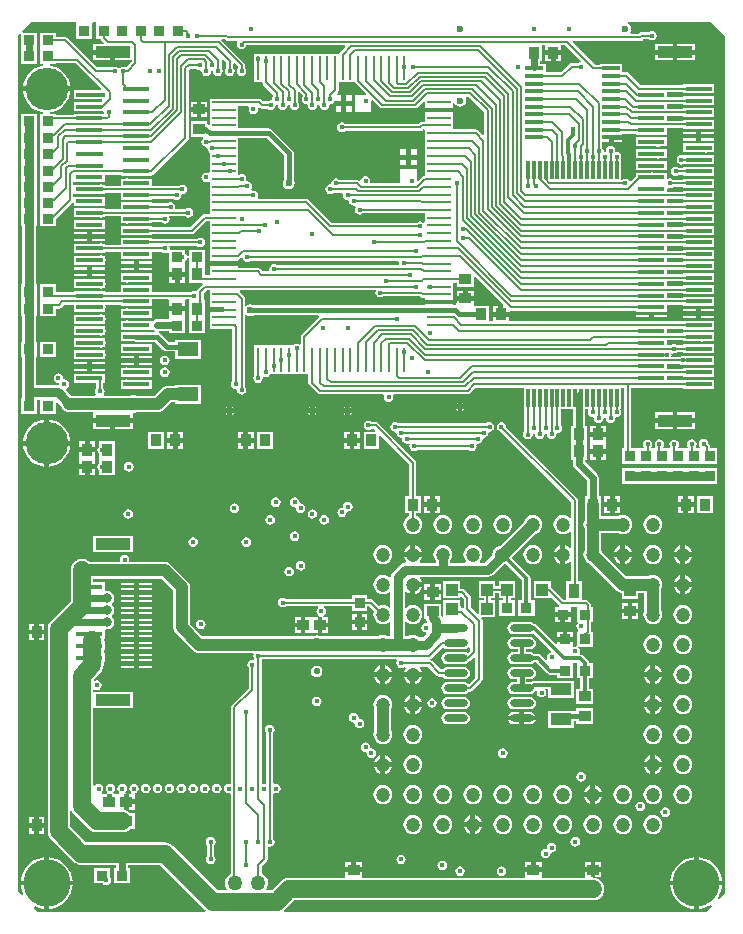
<source format=gbl>
%FSLAX44Y44*%
%MOMM*%
G71*
G01*
G75*
G04 Layer_Physical_Order=4*
G04 Layer_Color=16711680*
%ADD10O,1.4000X0.3000*%
%ADD11O,0.3000X1.4000*%
%ADD12R,0.9398X1.0160*%
%ADD13R,0.9400X1.0160*%
%ADD14R,1.0160X0.9398*%
%ADD15R,1.0160X0.9400*%
%ADD16R,1.2000X1.3000*%
%ADD17R,1.2700X0.7620*%
%ADD18R,0.8000X0.9000*%
%ADD19R,0.9652X0.8890*%
%ADD20R,0.9144X0.9144*%
%ADD21R,0.9144X1.2700*%
%ADD22R,0.8890X0.9652*%
%ADD23R,2.2000X0.3600*%
%ADD24R,3.0000X1.0000*%
%ADD25R,2.2000X1.5000*%
%ADD26R,1.4500X0.5500*%
%ADD27R,0.3600X2.2000*%
%ADD28R,1.0000X3.0000*%
%ADD29R,1.8000X1.8000*%
%ADD30C,0.3000*%
%ADD31C,0.2000*%
%ADD32C,1.5000*%
%ADD33C,1.0000*%
%ADD34C,0.6000*%
%ADD35C,0.5000*%
%ADD36C,0.4000*%
%ADD37C,0.2032*%
%ADD38C,0.3810*%
%ADD39C,0.2500*%
%ADD40C,0.8000*%
%ADD41C,1.2000*%
%ADD42C,1.2000*%
%ADD43C,4.0000*%
%ADD44C,3.6000*%
%ADD45C,1.2700*%
%ADD46C,0.4000*%
%ADD47C,0.6000*%
%ADD48C,0.8000*%
%ADD49C,0.5500*%
%ADD50C,1.0000*%
%ADD51C,1.1000*%
%ADD52C,1.8000*%
%ADD53C,0.5080*%
%ADD54C,0.9000*%
%ADD55C,2.0000*%
%ADD56C,1.0160*%
%ADD57C,1.6000*%
%ADD58C,1.1000*%
%ADD59C,1.2000*%
%ADD60C,1.3000*%
%ADD61C,1.4000*%
%ADD62R,1.8000X1.1000*%
%ADD63R,1.0000X1.0000*%
%ADD64O,2.0320X0.6096*%
%ADD65R,0.3000X1.5000*%
%ADD66R,0.2600X2.0000*%
%ADD67R,2.0000X0.2600*%
%ADD68R,1.5000X0.3500*%
%ADD69R,1.8000X1.2000*%
G36*
X132190Y277826D02*
Y246500D01*
X132190Y246500D01*
X132190D01*
X132430Y244673D01*
X133135Y242970D01*
X134257Y241508D01*
X148858Y226908D01*
X148857D01*
X148858Y226908D01*
X148857Y226908D01*
X148858D01*
X148858Y226908D01*
Y226908D01*
X148858Y226908D01*
Y226908D01*
X150320Y225786D01*
X152023Y225080D01*
X153850Y224840D01*
X199386D01*
X200192Y223858D01*
X199922Y222500D01*
X200232Y220939D01*
X200933Y219890D01*
X200632Y219439D01*
X199960Y218888D01*
X199000Y219078D01*
X197439Y218768D01*
X196116Y217884D01*
X195232Y216561D01*
X194922Y215000D01*
X195232Y213439D01*
X195941Y212378D01*
Y195017D01*
X181837Y180913D01*
X181174Y179921D01*
X180941Y178750D01*
X180941Y178750D01*
Y114693D01*
X179960Y113888D01*
X179000Y114078D01*
X177439Y113768D01*
X176116Y112884D01*
X175232Y111561D01*
X174922Y110000D01*
X175232Y108439D01*
X176116Y107116D01*
X177439Y106232D01*
X179000Y105922D01*
X179960Y106112D01*
X180941Y105307D01*
Y37917D01*
X180039Y37544D01*
X178295Y36205D01*
X176956Y34461D01*
X176115Y32430D01*
X175828Y30250D01*
X176115Y28070D01*
X176956Y26039D01*
X177776Y24971D01*
X177214Y23832D01*
X169719D01*
X131776Y61775D01*
X129791Y63298D01*
X127480Y64255D01*
X127480Y64255D01*
Y64255D01*
X127480Y64255D01*
X127480Y64255D01*
X127480Y64255D01*
X127480D01*
X125000Y64582D01*
X58469D01*
X45082Y77969D01*
Y90865D01*
X46328Y91112D01*
X46702Y90209D01*
X48225Y88225D01*
X60725Y75725D01*
X62709Y74202D01*
X65020Y73245D01*
X67500Y72918D01*
X88750D01*
X91230Y73245D01*
X93541Y74202D01*
X95525Y75725D01*
X95583Y75800D01*
X99580D01*
Y89200D01*
X95583D01*
X95525Y89275D01*
X93541Y90798D01*
X91230Y91755D01*
X88750Y92082D01*
X88974Y92306D01*
X90500D01*
Y99002D01*
Y105704D01*
X91958D01*
X91589Y106919D01*
X91884Y107116D01*
X92768Y108439D01*
X93078Y110000D01*
X92768Y111561D01*
X91884Y112884D01*
X90561Y113768D01*
X89000Y114078D01*
X87439Y113768D01*
X86116Y112884D01*
X85232Y111561D01*
X84922Y110000D01*
X85232Y108439D01*
X86116Y107116D01*
X86411Y106919D01*
X86042Y105704D01*
X85978D01*
X85978Y105704D01*
X85978Y105704D01*
X85420Y105704D01*
X85080D01*
X84522Y105704D01*
X84522Y105704D01*
Y105704D01*
X81958D01*
X81589Y106919D01*
X81884Y107116D01*
X82768Y108439D01*
X83078Y110000D01*
X82768Y111561D01*
X81884Y112884D01*
X80561Y113768D01*
X79000Y114078D01*
X77439Y113768D01*
X76116Y112884D01*
X75232Y111561D01*
X74922Y110000D01*
X75232Y108439D01*
X76116Y107116D01*
X76411Y106919D01*
X76042Y105704D01*
X80000D01*
Y99002D01*
X76000D01*
Y105704D01*
X71958D01*
X71589Y106919D01*
X71884Y107116D01*
X72768Y108439D01*
X73078Y110000D01*
X72768Y111561D01*
X71884Y112884D01*
X70561Y113768D01*
X69000Y114078D01*
X67439Y113768D01*
X66116Y112884D01*
X65797Y112407D01*
X64582Y112775D01*
Y178000D01*
X98000D01*
Y192000D01*
X64582D01*
Y193292D01*
X65702Y193891D01*
X65939Y193732D01*
X67500Y193422D01*
X69061Y193732D01*
X70384Y194616D01*
X71268Y195939D01*
X71578Y197500D01*
X71268Y199061D01*
X70384Y200384D01*
X69061Y201268D01*
X67500Y201578D01*
X65939Y201268D01*
X65702Y201109D01*
X65666Y201129D01*
X64883Y202083D01*
X70525Y207725D01*
X72048Y209709D01*
X73005Y212020D01*
X73332Y214500D01*
Y217200D01*
X74000D01*
Y224800D01*
X73332D01*
Y227200D01*
X74000D01*
Y234800D01*
X73332D01*
Y236000D01*
X73282Y236381D01*
X74000Y237200D01*
X74000D01*
Y244279D01*
X74982Y245085D01*
X76000Y244883D01*
X78341Y245348D01*
X80326Y246674D01*
X81652Y248659D01*
X82118Y251000D01*
X81652Y253341D01*
X80326Y255326D01*
Y256507D01*
X80576Y256674D01*
X81902Y258659D01*
X82368Y261000D01*
X81902Y263341D01*
X80576Y265326D01*
X80330Y265490D01*
Y266760D01*
X80576Y266924D01*
X81902Y268909D01*
X82368Y271250D01*
X81902Y273591D01*
X80576Y275576D01*
X78591Y276902D01*
X76250Y277367D01*
X74982Y277115D01*
X74000Y277921D01*
Y284800D01*
X64582D01*
Y287690D01*
X88000D01*
Y287689D01*
X114000D01*
Y287690D01*
X122325D01*
X132190Y277826D01*
D02*
G37*
G36*
X285924Y708079D02*
X286587Y707087D01*
X295421Y698253D01*
X294935Y697080D01*
X286300D01*
Y682920D01*
X299700D01*
Y692315D01*
X300873Y692801D01*
X306837Y686837D01*
X306837Y686837D01*
X307829Y686174D01*
X309000Y685941D01*
X337000D01*
X337000Y685941D01*
X338171Y686174D01*
X339163Y686837D01*
X343827Y691501D01*
X345000Y691015D01*
Y687700D01*
Y686500D01*
X369000D01*
Y687700D01*
Y690556D01*
X370264Y690681D01*
X370290Y690549D01*
X371395Y688895D01*
X373049Y687790D01*
X375000Y687402D01*
X376951Y687790D01*
X378605Y688895D01*
X379710Y690549D01*
X380098Y692500D01*
X379710Y694451D01*
X379630Y694571D01*
X380228Y695691D01*
X382483D01*
X395291Y682883D01*
Y664194D01*
X394118Y663708D01*
X390663Y667163D01*
X389670Y667826D01*
X388500Y668059D01*
X388500Y668059D01*
X369000D01*
Y668200D01*
Y674700D01*
Y681200D01*
Y682500D01*
X345000D01*
Y681200D01*
Y674700D01*
Y674559D01*
X342750D01*
X341579Y674326D01*
X341182Y674060D01*
X340587Y673663D01*
X340587Y673663D01*
X339983Y673059D01*
X277622D01*
X276561Y673768D01*
X275000Y674078D01*
X273439Y673768D01*
X272116Y672884D01*
X271232Y671561D01*
X270922Y670000D01*
X271232Y668439D01*
X272116Y667116D01*
X273439Y666232D01*
X275000Y665922D01*
X276561Y666232D01*
X277622Y666941D01*
X341250D01*
X341250Y666941D01*
X342421Y667174D01*
X343413Y667837D01*
X343827Y668251D01*
X345000Y667765D01*
Y661700D01*
Y655200D01*
Y648700D01*
Y642200D01*
Y635700D01*
Y629200D01*
Y629009D01*
X344079Y628826D01*
X343087Y628163D01*
X339753Y624829D01*
X338580Y625315D01*
Y634700D01*
X324420D01*
Y622559D01*
X299693D01*
X298888Y623540D01*
X299078Y624500D01*
X298768Y626061D01*
X297884Y627384D01*
X296561Y628268D01*
X295000Y628578D01*
X293439Y628268D01*
X292116Y627384D01*
X291232Y626061D01*
X291213Y625962D01*
X289971Y624721D01*
X289881Y624684D01*
X288921Y625326D01*
X287750Y625559D01*
X287750Y625559D01*
X272622D01*
X271561Y626268D01*
X270000Y626578D01*
X268439Y626268D01*
X267116Y625384D01*
X266232Y624061D01*
X265922Y622500D01*
X265928Y622471D01*
X265029Y621572D01*
X265000Y621578D01*
X263439Y621268D01*
X262116Y620384D01*
X261232Y619061D01*
X260922Y617500D01*
X261232Y615939D01*
X262116Y614616D01*
X263439Y613732D01*
X265000Y613422D01*
X266561Y613732D01*
X267622Y614441D01*
X275307D01*
X276112Y613460D01*
X275922Y612500D01*
X276232Y610939D01*
X277116Y609616D01*
X278439Y608732D01*
X280000Y608422D01*
X280029Y608428D01*
X280928Y607529D01*
X280922Y607500D01*
X281232Y605939D01*
X282116Y604616D01*
X283439Y603732D01*
X285000Y603422D01*
X286227Y603666D01*
X286933Y602610D01*
X286232Y601561D01*
X285922Y600000D01*
X286232Y598439D01*
X287116Y597116D01*
X288439Y596232D01*
X290000Y595922D01*
X291561Y596232D01*
X292622Y596941D01*
X345000D01*
Y596700D01*
Y590200D01*
Y589902D01*
X343880Y589303D01*
X342811Y590018D01*
X341250Y590328D01*
X339689Y590018D01*
X338628Y589309D01*
X266517D01*
X247163Y608663D01*
X246171Y609326D01*
X245000Y609559D01*
X245000Y609559D01*
X204193D01*
X203594Y610679D01*
X203768Y610939D01*
X204078Y612500D01*
X203768Y614061D01*
X202884Y615384D01*
X201561Y616268D01*
X200000Y616578D01*
X198772Y616334D01*
X198067Y617390D01*
X198768Y618439D01*
X199078Y620000D01*
X198768Y621561D01*
X197884Y622884D01*
X196561Y623768D01*
X195000Y624078D01*
X194755Y624030D01*
X194598Y624135D01*
X193814Y624919D01*
X194078Y626250D01*
X193768Y627811D01*
X192884Y629134D01*
X191561Y630018D01*
X190000Y630328D01*
X188439Y630018D01*
X188120Y629805D01*
X187000Y630403D01*
Y635700D01*
Y642200D01*
Y648700D01*
Y655200D01*
Y660922D01*
X211311D01*
X225922Y646311D01*
Y625396D01*
X225290Y624451D01*
X224902Y622500D01*
X225290Y620549D01*
X226395Y618895D01*
X228049Y617790D01*
X230000Y617402D01*
X231951Y617790D01*
X233605Y618895D01*
X234710Y620549D01*
X235098Y622500D01*
X234710Y624451D01*
X234078Y625396D01*
Y648000D01*
X233768Y649561D01*
X232884Y650884D01*
X232884Y650884D01*
X215884Y667884D01*
X215884Y667884D01*
X215884Y667884D01*
X215884Y667884D01*
X214561Y668768D01*
X214302Y668819D01*
X213000Y669078D01*
X213000Y669078D01*
X187000D01*
Y674700D01*
Y681200D01*
Y687700D01*
Y687941D01*
X195807D01*
X196406Y686821D01*
X196232Y686561D01*
X195922Y685000D01*
X196232Y683439D01*
X197116Y682116D01*
X198439Y681232D01*
X200000Y680922D01*
X201561Y681232D01*
X202884Y682116D01*
X203768Y683439D01*
X204078Y685000D01*
X203860Y686095D01*
X204981Y686694D01*
X205087Y686587D01*
X205087Y686587D01*
X206079Y685924D01*
X207250Y685691D01*
X212378D01*
X213439Y684982D01*
X215000Y684672D01*
X216561Y684982D01*
X217884Y685866D01*
X218768Y687189D01*
X219078Y688750D01*
X219072Y688779D01*
X219970Y689678D01*
X220000Y689672D01*
X220030Y689678D01*
X220928Y688779D01*
X220922Y688750D01*
X221232Y687189D01*
X222116Y685866D01*
X223439Y684982D01*
X225000Y684672D01*
X226561Y684982D01*
X227884Y685866D01*
X228768Y687189D01*
X229078Y688750D01*
X229072Y688779D01*
X229970Y689678D01*
X230000Y689672D01*
X230029Y689678D01*
X230928Y688779D01*
X230922Y688750D01*
X231232Y687189D01*
X232116Y685866D01*
X233439Y684982D01*
X235000Y684672D01*
X236561Y684982D01*
X237884Y685866D01*
X238768Y687189D01*
X239078Y688750D01*
X238768Y690311D01*
X238059Y691372D01*
Y699456D01*
X239232Y699942D01*
X241941Y697233D01*
Y696372D01*
X241232Y695311D01*
X240922Y693750D01*
X241232Y692189D01*
X242116Y690866D01*
X243439Y689982D01*
X245000Y689672D01*
X245030Y689678D01*
X245928Y688779D01*
X245922Y688750D01*
X246232Y687189D01*
X247116Y685866D01*
X248439Y684982D01*
X250000Y684672D01*
X251561Y684982D01*
X252884Y685866D01*
X253768Y687189D01*
X254078Y688750D01*
X254072Y688779D01*
X254970Y689678D01*
X255000Y689672D01*
X255029Y689678D01*
X255928Y688779D01*
X255922Y688750D01*
X256232Y687189D01*
X257116Y685866D01*
X258439Y684982D01*
X260000Y684672D01*
X261561Y684982D01*
X262884Y685866D01*
X263768Y687189D01*
X264078Y688750D01*
X264072Y688779D01*
X264970Y689678D01*
X265000Y689672D01*
X266561Y689982D01*
X267884Y690866D01*
X268581Y691909D01*
X269795Y691541D01*
Y692000D01*
X274495D01*
Y697080D01*
X271065D01*
X270579Y698253D01*
X271413Y699087D01*
X271413Y699087D01*
X271810Y699682D01*
X272076Y700079D01*
X272309Y701250D01*
Y708250D01*
X285890D01*
X285924Y708079D01*
D02*
G37*
G36*
X477708Y725717D02*
X477500Y725328D01*
X475939Y725018D01*
X474878Y724309D01*
X469500D01*
X469500Y724309D01*
X468329Y724076D01*
X467337Y723413D01*
X460483Y716559D01*
X447500D01*
Y723750D01*
X442598D01*
Y725920D01*
X444200D01*
Y739191D01*
X447306D01*
Y735000D01*
X460704D01*
Y739191D01*
X464233D01*
X477708Y725717D01*
D02*
G37*
G36*
X599500Y747250D02*
Y22000D01*
X594122Y16622D01*
X593181Y17475D01*
X593381Y17718D01*
X595424Y21540D01*
X596682Y25687D01*
X596909Y28000D01*
X577000D01*
Y8091D01*
X579313Y8318D01*
X583460Y9576D01*
X587282Y11619D01*
X587525Y11819D01*
X588377Y10878D01*
X583250Y5750D01*
X226254D01*
X225845Y6953D01*
X226525Y7475D01*
X234469Y15418D01*
X487500D01*
X489980Y15745D01*
X492291Y16702D01*
X494275Y18225D01*
X494333Y18300D01*
X494580D01*
Y18621D01*
X495798Y20209D01*
X496755Y22520D01*
X497082Y25000D01*
X496755Y27480D01*
X495798Y29791D01*
X494580Y31379D01*
Y31700D01*
X494333D01*
X494275Y31776D01*
X492291Y33298D01*
X489980Y34255D01*
X487500Y34582D01*
X487724Y34806D01*
X485500D01*
Y39505D01*
X480420D01*
Y35480D01*
X480420Y35480D01*
X480420D01*
X480420Y34806D01*
X480196Y34582D01*
X444080D01*
Y34582D01*
Y34806D01*
X444080Y35480D01*
X444080D01*
Y35480D01*
X444080D01*
Y39505D01*
X429920D01*
Y35480D01*
X429920Y35480D01*
X429920D01*
X429920Y34806D01*
X429696Y34582D01*
X292080D01*
Y34582D01*
Y34806D01*
X292080Y35480D01*
X292080D01*
Y35480D01*
X292080D01*
Y39505D01*
X277920D01*
Y35480D01*
X277920Y35480D01*
X277920D01*
X277920Y34806D01*
X277696Y34582D01*
X230500D01*
X228020Y34255D01*
X225709Y33298D01*
X223724Y31776D01*
X215781Y23832D01*
X211286D01*
X210724Y24971D01*
X211544Y26039D01*
X212385Y28070D01*
X212672Y30250D01*
X212385Y32430D01*
X211544Y34461D01*
X210205Y36205D01*
X208461Y37544D01*
X207309Y38021D01*
Y44483D01*
X211163Y48337D01*
X211826Y49329D01*
X212059Y50500D01*
X212059Y50500D01*
Y60307D01*
X213041Y61112D01*
X214000Y60922D01*
X215561Y61232D01*
X216884Y62116D01*
X217768Y63439D01*
X218078Y65000D01*
X217768Y66561D01*
X217059Y67622D01*
Y105307D01*
X218041Y106112D01*
X219000Y105922D01*
X220561Y106232D01*
X221884Y107116D01*
X222768Y108439D01*
X223078Y110000D01*
X222768Y111561D01*
X221884Y112884D01*
X220561Y113768D01*
X219000Y114078D01*
X218041Y113888D01*
X217059Y114693D01*
Y157378D01*
X217768Y158439D01*
X218078Y160000D01*
X217768Y161561D01*
X216884Y162884D01*
X215561Y163768D01*
X214000Y164078D01*
X212439Y163768D01*
X211116Y162884D01*
X210232Y161561D01*
X209922Y160000D01*
X210232Y158439D01*
X210941Y157378D01*
Y114693D01*
X209960Y113888D01*
X209000Y114078D01*
X208041Y113888D01*
X207059Y114693D01*
Y219441D01*
X320975D01*
X321573Y218321D01*
X321232Y217811D01*
X320922Y216250D01*
X321232Y214689D01*
X322116Y213366D01*
X323439Y212482D01*
X325000Y212172D01*
X326561Y212482D01*
X327568Y213155D01*
X328795Y212826D01*
X329177Y212052D01*
X328012Y210534D01*
X327206Y208588D01*
X327194Y208500D01*
X342806D01*
X342794Y208588D01*
X341988Y210534D01*
X340706Y212206D01*
X341040Y213191D01*
X347983D01*
X355437Y205737D01*
X356429Y205074D01*
X357600Y204841D01*
X357600Y204841D01*
X360231D01*
X360619Y204261D01*
X362288Y203145D01*
X364258Y202753D01*
X378482D01*
X380452Y203145D01*
X382121Y204261D01*
X383237Y205930D01*
X383629Y207900D01*
X383237Y209870D01*
X382121Y211539D01*
X380452Y212655D01*
X378482Y213047D01*
X364258D01*
X362288Y212655D01*
X360619Y211539D01*
X360231Y210959D01*
X358867D01*
X351413Y218413D01*
X350420Y219076D01*
X349250Y219309D01*
X349250Y219309D01*
Y219491D01*
X350171Y219674D01*
X351163Y220337D01*
X360498Y229672D01*
X360619Y229661D01*
X362288Y228545D01*
X364258Y228153D01*
X378482D01*
X380452Y228545D01*
X382121Y229661D01*
X382210Y229793D01*
X383425Y229424D01*
Y226774D01*
X381384Y224732D01*
X380452Y225355D01*
X378482Y225747D01*
X364258D01*
X362288Y225355D01*
X360619Y224239D01*
X359503Y222570D01*
X359111Y220600D01*
X359503Y218630D01*
X360619Y216961D01*
X362288Y215845D01*
X364258Y215453D01*
X378482D01*
X380452Y215845D01*
X382121Y216961D01*
X382636Y217731D01*
X382777Y217759D01*
X383774Y218426D01*
X386752Y221403D01*
X387925Y220917D01*
Y204024D01*
X382685Y198784D01*
X382121Y198839D01*
X380452Y199955D01*
X378482Y200347D01*
X364258D01*
X362288Y199955D01*
X360619Y198839D01*
X359503Y197170D01*
X359111Y195200D01*
X359503Y193230D01*
X360619Y191561D01*
X362288Y190445D01*
X364258Y190053D01*
X378482D01*
X380452Y190445D01*
X382121Y191561D01*
X382499Y192125D01*
X383450D01*
X383450Y192125D01*
X384627Y192359D01*
X385624Y193026D01*
X393174Y200576D01*
X393841Y201573D01*
X394075Y202750D01*
X394075Y202750D01*
Y252250D01*
X393841Y253427D01*
X393174Y254424D01*
X393174Y254424D01*
X393620Y255500D01*
X405000D01*
Y269500D01*
X401075D01*
Y271500D01*
X405000D01*
Y275425D01*
X407750D01*
Y271500D01*
X411665D01*
Y269445D01*
X407914D01*
Y256555D01*
X421566D01*
Y269445D01*
X417815D01*
Y271500D01*
X421750D01*
Y285500D01*
X407750D01*
Y281575D01*
X405000D01*
Y285500D01*
X391000D01*
Y271500D01*
X394925D01*
Y269500D01*
X391000D01*
Y258258D01*
X389827Y257772D01*
X384325Y263274D01*
Y271750D01*
X384091Y272927D01*
X383424Y273924D01*
X383424Y273925D01*
X378924Y278424D01*
X377927Y279091D01*
X376750Y279325D01*
X376750Y279325D01*
X375000D01*
Y285500D01*
X361000D01*
Y271500D01*
X375000D01*
Y271992D01*
X376173Y272478D01*
X378175Y270476D01*
Y263104D01*
X377055Y262505D01*
X376927Y262591D01*
X375750Y262825D01*
X375000Y266575D01*
Y269500D01*
X361000D01*
Y255758D01*
X359785Y255389D01*
X359326Y256076D01*
X359080Y256322D01*
Y266700D01*
X344920D01*
Y253300D01*
X346171D01*
X346348Y252409D01*
X347044Y251367D01*
X346339Y250311D01*
X346250Y250328D01*
X344689Y250018D01*
X343366Y249134D01*
X342482Y247811D01*
X342172Y246250D01*
X342482Y244689D01*
X343366Y243366D01*
X344689Y242482D01*
X345988Y242224D01*
X346357Y241008D01*
X343366Y238018D01*
X340169D01*
X339035Y238888D01*
X337088Y239694D01*
X335000Y239969D01*
X332912Y239694D01*
X331140Y238960D01*
X328368D01*
Y250870D01*
X329507Y251431D01*
X330965Y250312D01*
X332912Y249506D01*
X335000Y249231D01*
X337088Y249506D01*
X339035Y250312D01*
X340706Y251594D01*
X341988Y253265D01*
X342794Y255212D01*
X343069Y257300D01*
X342794Y259388D01*
X341988Y261334D01*
X340706Y263006D01*
X339035Y264288D01*
X337088Y265094D01*
X335000Y265369D01*
X332912Y265094D01*
X330965Y264288D01*
X329507Y263169D01*
X328368Y263730D01*
Y276270D01*
X329507Y276831D01*
X330965Y275712D01*
X332912Y274906D01*
X333000Y274894D01*
Y282703D01*
X334997D01*
Y284700D01*
X342806D01*
X342794Y284788D01*
X341988Y286735D01*
X340706Y288406D01*
X340952Y289132D01*
X398350D01*
X400691Y289598D01*
X402676Y290924D01*
Y290924D01*
X402676D01*
Y290924D01*
Y290924D01*
Y290924D01*
X402676D01*
X411871Y300119D01*
X413288Y300306D01*
X413754Y300499D01*
X427681Y286572D01*
Y269445D01*
X424424D01*
Y256555D01*
X438076D01*
Y269445D01*
X434819D01*
Y288050D01*
X434547Y289416D01*
X433773Y290573D01*
X418801Y305546D01*
X418922Y305837D01*
X438863Y325778D01*
X440634Y326512D01*
X442306Y327794D01*
X443588Y329465D01*
X444394Y331412D01*
X444669Y333500D01*
X444394Y335588D01*
X443588Y337534D01*
X442306Y339206D01*
X440634Y340488D01*
X438688Y341294D01*
X436600Y341569D01*
X434512Y341294D01*
X432565Y340488D01*
X430894Y339206D01*
X429612Y337534D01*
X428878Y335763D01*
X408937Y315822D01*
X407165Y315088D01*
X406212Y314356D01*
X405870Y314214D01*
X404408Y313092D01*
X403286Y311630D01*
X402580Y309927D01*
X402340Y308100D01*
X402364Y307915D01*
X395816Y301367D01*
X392154D01*
X391592Y302507D01*
X392788Y304065D01*
X393594Y306012D01*
X393869Y308100D01*
X393594Y310188D01*
X392788Y312134D01*
X391506Y313806D01*
X389835Y315088D01*
X387888Y315894D01*
X385800Y316169D01*
X383712Y315894D01*
X381766Y315088D01*
X380094Y313806D01*
X378812Y312134D01*
X378006Y310188D01*
X377731Y308100D01*
X378006Y306012D01*
X378812Y304065D01*
X380008Y302507D01*
X379446Y301367D01*
X366517D01*
Y302931D01*
X367388Y304065D01*
X368194Y306012D01*
X368469Y308100D01*
X368194Y310188D01*
X367388Y312134D01*
X366106Y313806D01*
X364435Y315088D01*
X362488Y315894D01*
X360400Y316169D01*
X358312Y315894D01*
X356366Y315088D01*
X354694Y313806D01*
X353412Y312134D01*
X352606Y310188D01*
X352331Y308100D01*
X352606Y306012D01*
X353412Y304065D01*
X354282Y302931D01*
Y301367D01*
X341353D01*
X340792Y302507D01*
X341988Y304065D01*
X342794Y306012D01*
X342806Y306100D01*
X327194D01*
X327206Y306012D01*
X328012Y304065D01*
X329208Y302507D01*
X328647Y301367D01*
X328500D01*
X326159Y300902D01*
X325364Y300371D01*
X324174Y299576D01*
X317924Y293326D01*
X316598Y291341D01*
X316155Y289113D01*
X315854Y289000D01*
X314531Y289000D01*
X313634Y289688D01*
X311688Y290494D01*
X309600Y290769D01*
X307512Y290494D01*
X305565Y289688D01*
X303894Y288406D01*
X302612Y286735D01*
X301806Y284788D01*
X301531Y282700D01*
X301806Y280612D01*
X302612Y278666D01*
X303894Y276994D01*
X305565Y275712D01*
X307512Y274906D01*
X309600Y274631D01*
X311688Y274906D01*
X313634Y275712D01*
X314993Y276755D01*
X316133Y276193D01*
Y263807D01*
X314993Y263245D01*
X313634Y264288D01*
X311688Y265094D01*
X309600Y265369D01*
X307512Y265094D01*
X306536Y264690D01*
X301563Y269663D01*
X300571Y270326D01*
X299400Y270559D01*
X299400Y270559D01*
X296445D01*
Y274336D01*
X283555D01*
Y270559D01*
X227622D01*
X226561Y271268D01*
X225000Y271578D01*
X223439Y271268D01*
X222116Y270384D01*
X221232Y269061D01*
X220922Y267500D01*
X221232Y265939D01*
X222116Y264616D01*
X223439Y263732D01*
X225000Y263422D01*
X226561Y263732D01*
X227622Y264441D01*
X254759D01*
X255128Y263226D01*
X254616Y262884D01*
X253732Y261561D01*
X253422Y260000D01*
X253732Y258439D01*
X254616Y257116D01*
X255659Y256419D01*
X255291Y255205D01*
X258500D01*
Y250505D01*
X263580D01*
Y255204D01*
X259710D01*
X259341Y256419D01*
X260384Y257116D01*
X261268Y258439D01*
X261578Y260000D01*
X261268Y261561D01*
X260384Y262884D01*
X259872Y263226D01*
X260241Y264441D01*
X283555D01*
Y260684D01*
X296445D01*
Y264441D01*
X298133D01*
X302210Y260364D01*
X301806Y259388D01*
X301531Y257300D01*
X301806Y255212D01*
X302612Y253265D01*
X303894Y251594D01*
X305565Y250312D01*
X307512Y249506D01*
X309600Y249231D01*
X311688Y249506D01*
X313634Y250312D01*
X314993Y251355D01*
X316133Y250793D01*
Y238960D01*
X313460D01*
X311688Y239694D01*
X309600Y239969D01*
X307512Y239694D01*
X305740Y238960D01*
X256134D01*
X255611Y239310D01*
X253660Y239698D01*
X251709Y239310D01*
X251186Y238960D01*
X156775D01*
X146310Y249424D01*
Y280750D01*
X146070Y282577D01*
X145365Y284280D01*
X144242Y285742D01*
X144242Y285742D01*
X144242Y285742D01*
X144242D01*
X130242Y299743D01*
X128780Y300865D01*
X127077Y301570D01*
X125250Y301810D01*
X95694D01*
X94888Y302792D01*
X95078Y303750D01*
X94768Y305311D01*
X93884Y306634D01*
X92561Y307518D01*
X91000Y307828D01*
X89439Y307518D01*
X88116Y306634D01*
X87232Y305311D01*
X86922Y303750D01*
X87112Y302792D01*
X86306Y301810D01*
X61404D01*
X59791Y303048D01*
X57480Y304006D01*
X55000Y304332D01*
X52520Y304006D01*
X50209Y303048D01*
X48225Y301525D01*
X46702Y299541D01*
X45745Y297230D01*
X45418Y294750D01*
Y268219D01*
X28725Y251525D01*
X27232Y249580D01*
X26300D01*
Y247364D01*
X26244Y247230D01*
X25918Y244750D01*
Y74000D01*
X26244Y71520D01*
X26244Y71520D01*
X26244Y71520D01*
X27202Y69209D01*
X28725Y67224D01*
X47724Y48225D01*
X49709Y46702D01*
X52020Y45745D01*
X54500Y45418D01*
X83412D01*
Y42795D01*
X81684D01*
Y29905D01*
X95336D01*
Y42795D01*
X93608D01*
Y45418D01*
X121031D01*
X158975Y7475D01*
X159655Y6953D01*
X159247Y5750D01*
X18000D01*
X14516Y9234D01*
X15273Y10254D01*
X16540Y9576D01*
X20687Y8318D01*
X23000Y8091D01*
Y28000D01*
X3090D01*
X3318Y25687D01*
X4576Y21540D01*
X5254Y20273D01*
X4234Y19516D01*
X750Y23000D01*
Y23000D01*
X500Y747500D01*
X2001Y749001D01*
X3174Y748515D01*
Y737055D01*
X3174Y737055D01*
X3174Y736445D01*
X3174D01*
Y723555D01*
X16826D01*
Y736445D01*
X16826Y736445D01*
Y737055D01*
X16826D01*
Y749945D01*
X4604D01*
X4118Y751118D01*
X12000Y759000D01*
X50174D01*
Y757945D01*
X50174D01*
Y745055D01*
X63826D01*
Y757945D01*
X63826D01*
Y758102D01*
X64724Y759000D01*
X66684D01*
Y757945D01*
X66684D01*
Y745055D01*
X70588D01*
X70684Y744569D01*
X71347Y743577D01*
X73251Y741673D01*
X72765Y740500D01*
X64000D01*
Y735500D01*
X81003D01*
Y733503D01*
X83000D01*
Y726500D01*
X96941D01*
Y725267D01*
X92389Y720715D01*
X91561Y721268D01*
X90000Y721578D01*
X88439Y721268D01*
X87116Y720384D01*
X86885Y720038D01*
X85615D01*
X85384Y720384D01*
X84061Y721268D01*
X82500Y721578D01*
X80939Y721268D01*
X79878Y720559D01*
X67767D01*
X42663Y745663D01*
X41670Y746326D01*
X40500Y746559D01*
X40500Y746559D01*
X33336D01*
Y749945D01*
X19684D01*
Y737055D01*
X19684Y737055D01*
X19684Y736445D01*
X19684D01*
Y723555D01*
X21788D01*
X21850Y722287D01*
X21079Y722211D01*
X17309Y721067D01*
X13835Y719210D01*
X10789Y716711D01*
X8290Y713665D01*
X6433Y710191D01*
X5289Y706421D01*
X5100Y704500D01*
X44900D01*
X44711Y706421D01*
X43567Y710191D01*
X41710Y713665D01*
X39211Y716711D01*
X36165Y719210D01*
X32691Y721067D01*
X28921Y722211D01*
X28150Y722287D01*
X28212Y723555D01*
X33336D01*
Y724191D01*
X49733D01*
X71451Y702473D01*
X70965Y701300D01*
X48000D01*
Y693700D01*
X71350D01*
X71926Y693586D01*
X72295Y692370D01*
X71224Y691300D01*
X68900D01*
X67500Y691578D01*
X66100Y691300D01*
X48000D01*
Y683700D01*
X66101D01*
X67500Y683422D01*
X68899Y683700D01*
X72659D01*
X73465Y682718D01*
X73422Y682500D01*
X73465Y682282D01*
X72659Y681300D01*
X48000D01*
Y680559D01*
X33336D01*
Y681445D01*
X28212D01*
X28150Y682713D01*
X28921Y682789D01*
X32691Y683933D01*
X36165Y685790D01*
X39211Y688289D01*
X41710Y691335D01*
X43567Y694809D01*
X44711Y698579D01*
X44900Y700500D01*
X5100D01*
X5289Y698579D01*
X6433Y694809D01*
X8290Y691335D01*
X10789Y688289D01*
X13835Y685790D01*
X17309Y683933D01*
X21079Y682789D01*
X21850Y682713D01*
X21788Y681445D01*
X19684D01*
Y668555D01*
X19684Y668555D01*
X19684Y667445D01*
X19684D01*
Y654555D01*
X19684Y654555D01*
X19684Y653445D01*
X19684D01*
Y640555D01*
X19684Y640555D01*
X19684Y639445D01*
X19684D01*
Y626555D01*
X19684Y626555D01*
X19684Y625945D01*
X19684D01*
Y613055D01*
X19684Y613055D01*
X19684Y612445D01*
X19684D01*
Y599555D01*
X19684Y599555D01*
X19684Y598945D01*
X19684D01*
Y586055D01*
X33336D01*
Y592510D01*
X46663Y605837D01*
X46663Y605837D01*
X46785Y606019D01*
X48000Y605651D01*
Y603700D01*
X74000D01*
Y611300D01*
X48457D01*
X48457Y611300D01*
X48457Y611300D01*
X48000Y611300D01*
X47559Y611741D01*
Y613700D01*
X48457Y613700D01*
X48457D01*
Y613700D01*
X69601D01*
X71000Y613422D01*
X72399Y613700D01*
X74000D01*
Y614441D01*
X88000D01*
Y608700D01*
X91601D01*
X93000Y608422D01*
X94399Y608700D01*
X114000D01*
Y609441D01*
X132378D01*
X133439Y608732D01*
X135000Y608422D01*
X136561Y608732D01*
X137884Y609616D01*
X138768Y610939D01*
X139078Y612500D01*
X139073Y612529D01*
X139971Y613428D01*
X140000Y613422D01*
X141561Y613732D01*
X142884Y614616D01*
X143768Y615939D01*
X144078Y617500D01*
X143768Y619061D01*
X142884Y620384D01*
X141561Y621268D01*
X140000Y621578D01*
X138439Y621268D01*
X137378Y620559D01*
X114000D01*
Y626300D01*
X94399D01*
X93000Y626578D01*
X91601Y626300D01*
X88000D01*
Y620559D01*
X74000D01*
Y621300D01*
X72400D01*
X71000Y621578D01*
X69600Y621300D01*
X48457D01*
X48457Y621300D01*
X48457Y621300D01*
X48000Y621300D01*
X47559Y621741D01*
Y623700D01*
X48000D01*
Y623700D01*
X74000D01*
Y629441D01*
X88000D01*
Y628700D01*
X114000D01*
Y629491D01*
X114921Y629674D01*
X115913Y630337D01*
X144663Y659087D01*
X145326Y660079D01*
X145559Y661250D01*
X145559Y661250D01*
Y718483D01*
X146517Y719441D01*
X152378D01*
X153439Y718732D01*
X155000Y718422D01*
X155029Y718428D01*
X155927Y717530D01*
X155922Y717500D01*
X156232Y715939D01*
X157116Y714616D01*
X158439Y713732D01*
X160000Y713422D01*
X161561Y713732D01*
X162884Y714616D01*
X163768Y715939D01*
X164078Y717500D01*
X164072Y717530D01*
X164970Y718428D01*
X165000Y718422D01*
X165029Y718428D01*
X165928Y717530D01*
X165922Y717500D01*
X166232Y715939D01*
X167116Y714616D01*
X168439Y713732D01*
X170000Y713422D01*
X171561Y713732D01*
X172884Y714616D01*
X173768Y715939D01*
X174078Y717500D01*
X173768Y719061D01*
X173059Y720122D01*
Y727206D01*
X173262Y727290D01*
X174406Y727518D01*
X176941Y724983D01*
Y720122D01*
X176232Y719061D01*
X175922Y717500D01*
X176232Y715939D01*
X177116Y714616D01*
X178439Y713732D01*
X180000Y713422D01*
X181561Y713732D01*
X182884Y714616D01*
X183768Y715939D01*
X184078Y717500D01*
X183768Y719061D01*
X183059Y720122D01*
Y723456D01*
X184232Y723942D01*
X186941Y721233D01*
Y720122D01*
X186232Y719061D01*
X185922Y717500D01*
X186232Y715939D01*
X187116Y714616D01*
X188439Y713732D01*
X190000Y713422D01*
X191561Y713732D01*
X192884Y714616D01*
X193768Y715939D01*
X194078Y717500D01*
X193768Y719061D01*
X193059Y720122D01*
Y722500D01*
X193059Y722500D01*
X192826Y723671D01*
X192163Y724663D01*
X172913Y743913D01*
X173068Y744425D01*
X175726D01*
X176325Y743826D01*
X176326Y743826D01*
X177323Y743159D01*
Y743159D01*
X177323Y743159D01*
X177323D01*
Y743159D01*
X177323Y743159D01*
X177323Y743159D01*
X178500Y742925D01*
X185797D01*
X186395Y741805D01*
X186232Y741561D01*
X185922Y740000D01*
X186232Y738439D01*
X187116Y737116D01*
X188439Y736232D01*
X190000Y735922D01*
X191561Y736232D01*
X192884Y737116D01*
X193768Y738439D01*
X193918Y739191D01*
X277456D01*
X277942Y738018D01*
X273587Y733663D01*
X272924Y732671D01*
X272840Y732250D01*
X200950D01*
Y729761D01*
X200482Y729061D01*
X200172Y727500D01*
X200482Y725939D01*
X200950Y725239D01*
Y708250D01*
X206441D01*
X207691Y708000D01*
X207924Y706829D01*
X208587Y705837D01*
X216941Y697483D01*
Y696372D01*
X216232Y695311D01*
X215922Y693750D01*
X215928Y693720D01*
X215029Y692822D01*
X215000Y692828D01*
X213439Y692518D01*
X212378Y691809D01*
X208517D01*
X207163Y693163D01*
X206171Y693826D01*
X205000Y694059D01*
X205000Y694059D01*
X187000D01*
Y694300D01*
X163000D01*
Y687700D01*
Y681200D01*
Y674700D01*
Y672319D01*
X162169Y671875D01*
X161080Y672528D01*
Y675200D01*
X146920D01*
Y661800D01*
X157048D01*
X157417Y660585D01*
X157116Y660384D01*
X156232Y659061D01*
X155922Y657500D01*
X156232Y655939D01*
X157116Y654616D01*
X158439Y653732D01*
X160000Y653422D01*
X160133Y653448D01*
X161031Y652550D01*
X160922Y652000D01*
X161232Y650439D01*
X162116Y649116D01*
X163000Y648526D01*
Y642200D01*
Y635700D01*
Y631653D01*
X161880Y631055D01*
X161561Y631268D01*
X160000Y631578D01*
X158439Y631268D01*
X157116Y630384D01*
X156232Y629061D01*
X155922Y627500D01*
X156232Y625939D01*
X157116Y624616D01*
X158439Y623732D01*
X160000Y623422D01*
X161561Y623732D01*
X161880Y623945D01*
X163000Y623347D01*
Y622700D01*
Y616200D01*
Y609700D01*
Y603200D01*
Y596700D01*
Y596559D01*
X159000D01*
X159000Y596559D01*
X157829Y596326D01*
X156837Y595663D01*
X146733Y585559D01*
X114000D01*
Y586300D01*
X94399D01*
X93000Y586578D01*
X91601Y586300D01*
X88000D01*
Y578700D01*
X91601D01*
X93000Y578422D01*
X94399Y578700D01*
X114000D01*
Y579441D01*
X148000D01*
X148000Y579441D01*
X149171Y579674D01*
X150163Y580337D01*
X160267Y590441D01*
X163000D01*
Y590200D01*
Y583700D01*
Y577200D01*
Y570700D01*
Y564200D01*
Y557700D01*
Y556500D01*
X187000D01*
Y557700D01*
Y557941D01*
X187000Y557941D01*
X188171Y558174D01*
X189163Y558837D01*
X189870Y559544D01*
X191085Y559176D01*
X191232Y558439D01*
X192116Y557116D01*
X193439Y556232D01*
X195000Y555922D01*
X196561Y556232D01*
X197622Y556941D01*
X322807D01*
X323613Y555960D01*
X323422Y555000D01*
X323613Y554040D01*
X322807Y553059D01*
X220122D01*
X219061Y553768D01*
X217500Y554078D01*
X215939Y553768D01*
X214616Y552884D01*
X213732Y551561D01*
X213422Y550000D01*
X213612Y549040D01*
X212807Y548059D01*
X208017D01*
X205913Y550163D01*
X204921Y550826D01*
X203750Y551059D01*
X203750Y551059D01*
X187000D01*
Y551200D01*
Y552500D01*
X163000D01*
Y551200D01*
Y544700D01*
Y544559D01*
X158704D01*
Y552580D01*
X158704D01*
Y553433D01*
X158826Y553555D01*
X158826D01*
Y566445D01*
X145174D01*
Y560970D01*
X143910Y560846D01*
X143768Y561561D01*
X142884Y562884D01*
X142316Y563263D01*
Y566445D01*
X129869D01*
X129064Y567427D01*
X129078Y567500D01*
X128768Y569061D01*
X128971Y569441D01*
X152378D01*
X153439Y568732D01*
X155000Y568422D01*
X156561Y568732D01*
X157884Y569616D01*
X158768Y570939D01*
X159078Y572500D01*
X158768Y574061D01*
X157884Y575384D01*
X156561Y576268D01*
X155000Y576578D01*
X153439Y576268D01*
X152378Y575559D01*
X114000D01*
Y576300D01*
X94399D01*
X93000Y576578D01*
X91601Y576300D01*
X88000D01*
Y570559D01*
X74000D01*
Y571300D01*
X72400D01*
X71000Y571578D01*
X69600Y571300D01*
X48000D01*
Y563700D01*
X69601D01*
X71000Y563422D01*
X72399Y563700D01*
X74000D01*
Y564441D01*
X88000D01*
Y558700D01*
X91601D01*
X93000Y558422D01*
X94399Y558700D01*
X114000D01*
Y564441D01*
X122378D01*
X123439Y563732D01*
X125000Y563422D01*
X126561Y563732D01*
X127544Y564389D01*
X128664Y563790D01*
Y553555D01*
X128800D01*
Y552580D01*
X128800D01*
Y547500D01*
X142200D01*
Y552580D01*
X142200D01*
Y553439D01*
X142316Y553555D01*
X142316D01*
Y556737D01*
X142884Y557116D01*
X143768Y558439D01*
X143910Y559154D01*
X145174Y559030D01*
Y553555D01*
X145306D01*
Y552580D01*
X145306D01*
Y538420D01*
X156781D01*
X157150Y537205D01*
X157087Y537163D01*
X157087Y537163D01*
X152837Y532913D01*
X152174Y531921D01*
X152088Y531486D01*
X151561Y531268D01*
X150000Y531578D01*
X148439Y531268D01*
X147378Y530559D01*
X114000D01*
Y536300D01*
X94400D01*
X93000Y536578D01*
X91600Y536300D01*
X88000D01*
Y530559D01*
X74000D01*
Y531300D01*
X72400D01*
X71000Y531578D01*
X69600Y531300D01*
X48000D01*
Y530559D01*
X33336D01*
Y536945D01*
X19684D01*
Y524055D01*
X19684Y524055D01*
X19684Y522945D01*
X19684D01*
Y510055D01*
X33336D01*
Y516441D01*
X35250D01*
X35250Y516441D01*
X36421Y516674D01*
X37413Y517337D01*
X39517Y519441D01*
X48000D01*
Y513700D01*
X69601D01*
X71000Y513422D01*
X72399Y513700D01*
X74000D01*
Y514790D01*
X74768Y515939D01*
X75078Y517500D01*
X74768Y519061D01*
X74971Y519441D01*
X88000D01*
Y518700D01*
X91601D01*
X93000Y518422D01*
X94399Y518700D01*
X114000D01*
Y524441D01*
X127898D01*
X128796Y523543D01*
Y518500D01*
X142194D01*
Y523543D01*
X142194Y523543D01*
X142194Y523580D01*
X143055Y524441D01*
X145300D01*
Y523580D01*
X145300D01*
Y509420D01*
X145300D01*
Y508571D01*
X145174Y508445D01*
X145174D01*
Y495555D01*
X158826D01*
Y508445D01*
X158700D01*
Y509420D01*
X158700D01*
Y523580D01*
X158059D01*
Y529483D01*
X160517Y531941D01*
X163000D01*
Y531700D01*
Y525200D01*
Y518700D01*
Y517500D01*
X175002D01*
Y513500D01*
X163000D01*
Y512200D01*
Y505700D01*
Y499200D01*
X181941D01*
Y455122D01*
X181232Y454061D01*
X180922Y452500D01*
X181232Y450939D01*
X182116Y449616D01*
X183439Y448732D01*
X185000Y448422D01*
X185029Y448428D01*
X185928Y447529D01*
X185922Y447500D01*
X186232Y445939D01*
X187116Y444616D01*
X188439Y443732D01*
X190000Y443422D01*
X191561Y443732D01*
X192884Y444616D01*
X193768Y445939D01*
X194078Y447500D01*
X193768Y449061D01*
X193059Y450122D01*
Y510607D01*
X194179Y511206D01*
X195549Y510290D01*
X197500Y509902D01*
X199451Y510290D01*
X200396Y510922D01*
X254824D01*
X255504Y510468D01*
X255629Y509204D01*
X241087Y494663D01*
X240424Y493671D01*
X240191Y492500D01*
X240191Y492500D01*
Y486609D01*
X239071Y486010D01*
X238311Y486518D01*
X236750Y486828D01*
X235189Y486518D01*
X233866Y485634D01*
X233610Y485250D01*
X200950D01*
Y467544D01*
X200941Y467500D01*
Y460122D01*
X200232Y459061D01*
X199922Y457500D01*
X200232Y455939D01*
X201116Y454616D01*
X202439Y453732D01*
X204000Y453422D01*
X205561Y453732D01*
X206884Y454616D01*
X207768Y455939D01*
X208078Y457500D01*
X207949Y458149D01*
X209005Y458855D01*
X209189Y458732D01*
X210750Y458422D01*
X212311Y458732D01*
X213634Y459616D01*
X214518Y460939D01*
X214580Y461250D01*
X246691D01*
Y453750D01*
X246691Y453750D01*
X246924Y452579D01*
X247587Y451587D01*
X254337Y444837D01*
X255329Y444174D01*
X256500Y443941D01*
X256500Y443941D01*
X310140D01*
X310739Y442821D01*
X310732Y442811D01*
X310422Y441250D01*
X310732Y439689D01*
X311616Y438366D01*
X312939Y437482D01*
X314500Y437172D01*
X316061Y437482D01*
X317384Y438366D01*
X318268Y439689D01*
X318578Y441250D01*
X318268Y442811D01*
X318261Y442821D01*
X318860Y443941D01*
X381500D01*
X381500Y443941D01*
X382671Y444174D01*
X383663Y444837D01*
X388267Y449441D01*
X429000D01*
Y431500D01*
X429441D01*
Y412372D01*
X428732Y411311D01*
X428422Y409750D01*
X428732Y408189D01*
X429616Y406866D01*
X430939Y405982D01*
X432500Y405672D01*
X434061Y405982D01*
X435384Y406866D01*
X436268Y408189D01*
X436578Y409750D01*
X436521Y410040D01*
X437419Y410938D01*
X437500Y410922D01*
X437529Y410928D01*
X438428Y410029D01*
X438422Y410000D01*
X438732Y408439D01*
X439616Y407116D01*
X440939Y406232D01*
X442500Y405922D01*
X444061Y406232D01*
X445384Y407116D01*
X446268Y408439D01*
X446578Y410000D01*
X446572Y410029D01*
X447471Y410928D01*
X447500Y410922D01*
X447529Y410928D01*
X448428Y410029D01*
X448422Y410000D01*
X448732Y408439D01*
X449616Y407116D01*
X450939Y406232D01*
X452500Y405922D01*
X454061Y406232D01*
X455384Y407116D01*
X456268Y408439D01*
X456578Y410000D01*
X456572Y410029D01*
X457471Y410928D01*
X457500Y410922D01*
X459061Y411232D01*
X460384Y412116D01*
X461268Y413439D01*
X461578Y415000D01*
X461268Y416561D01*
X460559Y417622D01*
Y431500D01*
X470402D01*
Y417080D01*
X468800D01*
Y402920D01*
X468800Y402920D01*
X468800Y402580D01*
X468800D01*
Y388420D01*
X470402D01*
Y385000D01*
X470790Y383049D01*
X471895Y381395D01*
X482402Y370888D01*
Y357580D01*
X480800D01*
Y352617D01*
X480680Y352327D01*
X480440Y350500D01*
Y337570D01*
X480412Y337534D01*
X479606Y335588D01*
X479331Y333500D01*
X479606Y331412D01*
X480412Y329465D01*
X480440Y329430D01*
Y312170D01*
X480412Y312134D01*
X479606Y310188D01*
X479331Y308100D01*
X479606Y306012D01*
X480412Y304065D01*
X481694Y302394D01*
X483366Y301112D01*
X485137Y300378D01*
X507808Y277708D01*
X509270Y276586D01*
X510973Y275880D01*
X511920Y275755D01*
Y270300D01*
X526080D01*
Y275640D01*
X531140D01*
Y261160D01*
X530406Y259388D01*
X530131Y257300D01*
X530406Y255212D01*
X531212Y253265D01*
X532494Y251594D01*
X534165Y250312D01*
X536112Y249506D01*
X538200Y249231D01*
X540288Y249506D01*
X542234Y250312D01*
X543906Y251594D01*
X545188Y253265D01*
X545994Y255212D01*
X546269Y257300D01*
X545994Y259388D01*
X545260Y261160D01*
Y278840D01*
X545994Y280612D01*
X546269Y282700D01*
X545994Y284788D01*
X545188Y286735D01*
X543906Y288406D01*
X542234Y289688D01*
X540288Y290494D01*
X538200Y290769D01*
X536112Y290494D01*
X534340Y289760D01*
X515724D01*
X495122Y310363D01*
X494560Y311718D01*
Y326440D01*
X508940D01*
X510712Y325706D01*
X512800Y325431D01*
X514888Y325706D01*
X516834Y326512D01*
X518506Y327794D01*
X519788Y329465D01*
X520594Y331412D01*
X520869Y333500D01*
X520594Y335588D01*
X519788Y337534D01*
X518506Y339206D01*
X516834Y340488D01*
X514888Y341294D01*
X512800Y341569D01*
X510712Y341294D01*
X508940Y340560D01*
X494560D01*
Y350500D01*
X494320Y352327D01*
X494200Y352617D01*
Y357580D01*
X492598D01*
Y373000D01*
X492210Y374951D01*
X491105Y376605D01*
X491105Y376605D01*
X491105D01*
X491105Y376605D01*
Y376605D01*
X480598Y387112D01*
Y388420D01*
X482200D01*
Y402580D01*
X482200Y402580D01*
Y402920D01*
X482200D01*
Y417080D01*
X480598D01*
Y431500D01*
X483180D01*
X483778Y430380D01*
X483732Y430311D01*
X483422Y428750D01*
X483732Y427189D01*
X484616Y425866D01*
X485939Y424982D01*
X487500Y424672D01*
X487529Y424678D01*
X488428Y423779D01*
X488422Y423750D01*
X488732Y422189D01*
X489616Y420866D01*
X490939Y419982D01*
X492500Y419672D01*
X494061Y419982D01*
X495384Y420866D01*
X496268Y422189D01*
X496578Y423750D01*
X496572Y423779D01*
X497471Y424678D01*
X497500Y424672D01*
X497529Y424678D01*
X498428Y423779D01*
X498422Y423750D01*
X498732Y422189D01*
X499616Y420866D01*
X500939Y419982D01*
X502500Y419672D01*
X504061Y419982D01*
X505384Y420866D01*
X506268Y422189D01*
X506578Y423750D01*
X506572Y423779D01*
X507471Y424678D01*
X507500Y424672D01*
X509061Y424982D01*
X510384Y425866D01*
X511268Y427189D01*
X511578Y428750D01*
X511268Y430311D01*
X510559Y431372D01*
Y431500D01*
X511000D01*
Y449441D01*
X513941D01*
Y398336D01*
X512305D01*
Y384684D01*
X525195D01*
X525195Y384684D01*
Y384684D01*
X526055D01*
X526093Y384684D01*
Y384684D01*
X526093D01*
Y384684D01*
X538945D01*
Y384684D01*
X539555D01*
X539843Y384684D01*
Y384684D01*
X539843D01*
Y384684D01*
X552445D01*
Y384684D01*
X553055D01*
X553343Y384684D01*
Y384684D01*
X553343D01*
Y384684D01*
X565945D01*
Y384684D01*
X566555D01*
X566843Y384684D01*
Y384684D01*
X566843D01*
Y384684D01*
X579445D01*
Y384684D01*
X580055D01*
X580343Y384684D01*
Y384684D01*
X580343D01*
Y384684D01*
X592945D01*
Y398336D01*
X586809D01*
Y399500D01*
X586809Y399500D01*
X586576Y400671D01*
X585913Y401663D01*
X585267Y402309D01*
X585018Y403561D01*
X584134Y404884D01*
X582811Y405768D01*
X581250Y406078D01*
X579689Y405768D01*
X578366Y404884D01*
X577482Y403561D01*
X577172Y402000D01*
X577482Y400439D01*
X578139Y399456D01*
X577540Y398336D01*
X575127D01*
X574528Y399456D01*
X575018Y400189D01*
X575328Y401750D01*
X575018Y403311D01*
X574134Y404634D01*
X572811Y405518D01*
X571250Y405828D01*
X569689Y405518D01*
X568366Y404634D01*
X567482Y403311D01*
X567172Y401750D01*
X567482Y400189D01*
X567972Y399456D01*
X567373Y398336D01*
X566843D01*
X566843Y398336D01*
X566843Y398336D01*
X566555Y398336D01*
X565945D01*
X565657Y398336D01*
X565657Y398336D01*
Y398336D01*
X560294D01*
X559695Y399456D01*
X560018Y399939D01*
X560328Y401500D01*
X560018Y403061D01*
X559134Y404384D01*
X557811Y405268D01*
X556250Y405578D01*
X554689Y405268D01*
X553366Y404384D01*
X552482Y403061D01*
X552172Y401500D01*
X552482Y399939D01*
X552805Y399456D01*
X552206Y398336D01*
X552157D01*
X552157Y398336D01*
Y398336D01*
X547627D01*
X547028Y399456D01*
X547518Y400189D01*
X547828Y401750D01*
X547518Y403311D01*
X546634Y404634D01*
X545311Y405518D01*
X543750Y405828D01*
X542189Y405518D01*
X540866Y404634D01*
X539982Y403311D01*
X539672Y401750D01*
X539982Y400189D01*
X540472Y399456D01*
X539873Y398336D01*
X539843D01*
X539843Y398336D01*
X539843Y398336D01*
X539555Y398336D01*
X538945D01*
X538657Y398336D01*
X538657Y398336D01*
Y398336D01*
X537627D01*
X537028Y399456D01*
X537518Y400189D01*
X537828Y401750D01*
X537518Y403311D01*
X536634Y404634D01*
X535311Y405518D01*
X533750Y405828D01*
X532189Y405518D01*
X530866Y404634D01*
X529982Y403311D01*
X529672Y401750D01*
X529982Y400189D01*
X530472Y399456D01*
X529873Y398336D01*
X526093D01*
X526093Y398336D01*
X526093Y398336D01*
X526055Y398336D01*
X525195D01*
X525157Y398336D01*
X525157Y398336D01*
Y398336D01*
X520059D01*
Y449441D01*
X564000D01*
Y448700D01*
X590000D01*
Y456300D01*
X564000D01*
Y455559D01*
X550000D01*
Y459441D01*
X564000D01*
Y458700D01*
X569851D01*
X571250Y458422D01*
X572649Y458700D01*
X590000D01*
Y466300D01*
X572650D01*
X571250Y466578D01*
X569850Y466300D01*
X564000D01*
Y465559D01*
X550000D01*
Y469441D01*
X561128D01*
X562189Y468732D01*
X563750Y468422D01*
X565149Y468700D01*
X590000D01*
Y476300D01*
X565150D01*
X563750Y476578D01*
X562189Y476268D01*
X561128Y475559D01*
X554693D01*
X553887Y476540D01*
X554078Y477500D01*
X554030Y477745D01*
X554135Y477902D01*
X554919Y478686D01*
X556250Y478422D01*
X557811Y478732D01*
X558872Y479441D01*
X564000D01*
Y478700D01*
X590000D01*
Y486300D01*
X564000D01*
Y485559D01*
X558872D01*
X557811Y486268D01*
X556250Y486578D01*
X554689Y486268D01*
X553628Y485559D01*
X550000D01*
Y489441D01*
X564000D01*
Y488700D01*
X578601D01*
X580000Y488422D01*
X581399Y488700D01*
X590000D01*
Y496300D01*
X581400D01*
X580000Y496578D01*
X578600Y496300D01*
X564000D01*
Y495559D01*
X550000D01*
Y499441D01*
X564000D01*
Y498700D01*
X572351D01*
X573750Y498422D01*
X575149Y498700D01*
X590000D01*
Y506300D01*
X575150D01*
X573750Y506578D01*
X572350Y506300D01*
X564000D01*
Y505559D01*
X550000D01*
Y505559D01*
X524000D01*
Y505559D01*
X416204D01*
Y509500D01*
X402806D01*
Y505559D01*
X399700D01*
Y518580D01*
X386580D01*
Y522995D01*
X372420D01*
Y522427D01*
X371890Y519762D01*
X371438Y519392D01*
X370500Y519578D01*
X370500Y519578D01*
X369000D01*
Y520000D01*
X345000D01*
Y519578D01*
X340500D01*
X338939Y519268D01*
X338656Y519078D01*
X200396D01*
X199451Y519710D01*
X197500Y520098D01*
X195549Y519710D01*
X194179Y518794D01*
X193059Y519393D01*
Y524750D01*
X193059Y524750D01*
X192826Y525920D01*
X192826D01*
X192826Y525920D01*
X192826Y525920D01*
Y525921D01*
X192826D01*
X192163Y526913D01*
X192163Y526913D01*
X188413Y530663D01*
X188319Y530726D01*
X188687Y531941D01*
X303529Y531941D01*
X303732Y531561D01*
X303422Y530000D01*
X303732Y528439D01*
X304616Y527116D01*
X305939Y526232D01*
X307500Y525922D01*
X309061Y526232D01*
X310122Y526941D01*
X340733D01*
X341337Y526337D01*
X341337Y526337D01*
X341932Y525940D01*
X342329Y525674D01*
X343500Y525441D01*
X345000D01*
Y525200D01*
Y524000D01*
X369000D01*
Y525200D01*
Y531700D01*
Y538200D01*
Y538441D01*
X372420D01*
Y534800D01*
X386580D01*
Y543235D01*
X387753Y543721D01*
X411721Y519753D01*
X411235Y518581D01*
X411505D01*
Y513500D01*
X416204D01*
Y513857D01*
X417186Y514663D01*
X418300Y514441D01*
X524000D01*
Y513700D01*
X550000D01*
Y519441D01*
X564000D01*
Y518700D01*
X590000D01*
Y526300D01*
X564000D01*
Y525559D01*
X550000D01*
Y529441D01*
X564000D01*
Y528700D01*
X590000D01*
Y536300D01*
X564000D01*
Y535559D01*
X550000D01*
Y539441D01*
X564000D01*
Y538700D01*
X590000D01*
Y546300D01*
X564000D01*
Y545559D01*
X550000D01*
Y549441D01*
X564000D01*
Y548700D01*
X590000D01*
Y556300D01*
X564000D01*
Y555559D01*
X550000D01*
Y559441D01*
X564000D01*
Y558700D01*
X590000D01*
Y566300D01*
X564000D01*
Y565559D01*
X550000D01*
Y569441D01*
X564000D01*
Y568700D01*
X590000D01*
Y576300D01*
X564000D01*
Y575559D01*
X550000D01*
Y579441D01*
X564000D01*
Y578700D01*
X590000D01*
Y586300D01*
X564000D01*
Y585559D01*
X550000D01*
Y589441D01*
X564000D01*
Y588700D01*
X590000D01*
Y596300D01*
X564000D01*
Y595559D01*
X550000D01*
Y599441D01*
X564000D01*
Y598700D01*
X590000D01*
Y606300D01*
X564000D01*
Y605559D01*
X550000D01*
Y609441D01*
X564000D01*
Y608700D01*
X590000D01*
Y616300D01*
X564000D01*
Y615559D01*
X550000D01*
Y617918D01*
X550982Y618724D01*
X552500Y618422D01*
X554061Y618732D01*
X555122Y619441D01*
X564000D01*
Y618700D01*
X590000D01*
Y626300D01*
X564000D01*
Y625559D01*
X555122D01*
X554061Y626268D01*
X552500Y626578D01*
X550982Y626276D01*
X550000Y627082D01*
Y631300D01*
X539387D01*
X539061Y631518D01*
X537500Y631828D01*
X535939Y631518D01*
X535613Y631300D01*
X524000D01*
Y628576D01*
X519763Y624339D01*
X518499Y624463D01*
X517884Y625384D01*
X516561Y626268D01*
X515000Y626578D01*
X513439Y626268D01*
X512378Y625559D01*
X511000D01*
Y643038D01*
X511268Y643439D01*
X511578Y645000D01*
X511268Y646561D01*
X510384Y647884D01*
X509061Y648768D01*
X507500Y649078D01*
X507471Y649072D01*
X506572Y649970D01*
X506578Y650000D01*
X506268Y651561D01*
X505384Y652884D01*
X504061Y653768D01*
X502500Y654078D01*
X500939Y653768D01*
X499616Y652884D01*
X498732Y651561D01*
X498422Y650000D01*
X498428Y649970D01*
X497529Y649072D01*
X497500Y649078D01*
X497471Y649072D01*
X496572Y649970D01*
X496578Y650000D01*
X496268Y651561D01*
X495559Y652622D01*
Y657750D01*
X501000D01*
Y661503D01*
X502998D01*
Y663500D01*
X512500D01*
Y664250D01*
Y664441D01*
X524000D01*
Y663700D01*
X550000D01*
Y669441D01*
X564000D01*
Y668700D01*
X590000D01*
Y676300D01*
X564000D01*
Y675559D01*
X550000D01*
Y679441D01*
X564000D01*
Y678700D01*
X590000D01*
Y686300D01*
X564000D01*
Y685559D01*
X550000D01*
Y689441D01*
X564000D01*
Y688700D01*
X590000D01*
Y696300D01*
X564000D01*
Y695559D01*
X550000D01*
Y699441D01*
X564000D01*
Y698700D01*
X590000D01*
Y706300D01*
X564000D01*
Y705559D01*
X527767D01*
X517663Y715663D01*
X516670Y716326D01*
X515500Y716559D01*
X515500Y716559D01*
X512500D01*
Y723750D01*
X493500D01*
Y723059D01*
X489017D01*
X470324Y741752D01*
X470810Y742925D01*
X527500D01*
X527500Y742925D01*
X528677Y743159D01*
X529674Y743826D01*
X530274Y744425D01*
X534902D01*
X535939Y743732D01*
X537500Y743422D01*
X539061Y743732D01*
X540384Y744616D01*
X541268Y745939D01*
X541578Y747500D01*
X541268Y749061D01*
X540384Y750384D01*
X539061Y751268D01*
X537500Y751578D01*
X535939Y751268D01*
X534902Y750575D01*
X529000D01*
X527823Y750341D01*
X526826Y749674D01*
X526825Y749674D01*
X526226Y749075D01*
X519738D01*
X519139Y750195D01*
X519710Y751049D01*
X520098Y753000D01*
X519710Y754951D01*
X518605Y756605D01*
X516951Y757710D01*
X516819Y757736D01*
X516944Y759000D01*
X587750D01*
X599500Y747250D01*
D02*
G37*
%LPC*%
G36*
X114000Y224000D02*
X103000D01*
Y222200D01*
X114000D01*
Y224000D01*
D02*
G37*
G36*
X538200Y239969D02*
X536112Y239694D01*
X534165Y238888D01*
X532494Y237606D01*
X531212Y235935D01*
X530406Y233988D01*
X530131Y231900D01*
X530406Y229812D01*
X531212Y227866D01*
X532494Y226194D01*
X534165Y224912D01*
X536112Y224106D01*
X538200Y223831D01*
X540288Y224106D01*
X542234Y224912D01*
X543906Y226194D01*
X545188Y227866D01*
X545994Y229812D01*
X546269Y231900D01*
X545994Y233988D01*
X545188Y235935D01*
X543906Y237606D01*
X542234Y238888D01*
X540288Y239694D01*
X538200Y239969D01*
D02*
G37*
G36*
X114000Y229800D02*
X103000D01*
Y228000D01*
X114000D01*
Y229800D01*
D02*
G37*
G36*
X99000D02*
X88000D01*
Y228000D01*
X99000D01*
Y229800D01*
D02*
G37*
G36*
X563600Y239969D02*
X561512Y239694D01*
X559566Y238888D01*
X557894Y237606D01*
X556612Y235935D01*
X555806Y233988D01*
X555531Y231900D01*
X555806Y229812D01*
X556612Y227866D01*
X557894Y226194D01*
X559566Y224912D01*
X561512Y224106D01*
X563600Y223831D01*
X565688Y224106D01*
X567635Y224912D01*
X569306Y226194D01*
X570588Y227866D01*
X571394Y229812D01*
X571669Y231900D01*
X571394Y233988D01*
X570588Y235935D01*
X569306Y237606D01*
X567635Y238888D01*
X565688Y239694D01*
X563600Y239969D01*
D02*
G37*
G36*
X114000Y214000D02*
X103000D01*
Y212200D01*
X114000D01*
Y214000D01*
D02*
G37*
G36*
X99000D02*
X88000D01*
Y212200D01*
X99000D01*
Y214000D01*
D02*
G37*
G36*
X540200Y214306D02*
Y208500D01*
X546006D01*
X545994Y208588D01*
X545188Y210534D01*
X543906Y212206D01*
X542234Y213488D01*
X540288Y214294D01*
X540200Y214306D01*
D02*
G37*
G36*
X99000Y224000D02*
X88000D01*
Y222200D01*
X99000D01*
Y224000D01*
D02*
G37*
G36*
X114000Y219800D02*
X103000D01*
Y218000D01*
X114000D01*
Y219800D01*
D02*
G37*
G36*
X99000D02*
X88000D01*
Y218000D01*
X99000D01*
Y219800D01*
D02*
G37*
G36*
X470826Y242945D02*
X466000D01*
Y238500D01*
X470826D01*
Y242945D01*
D02*
G37*
G36*
X462000D02*
X457174D01*
Y238500D01*
X462000D01*
Y242945D01*
D02*
G37*
G36*
X240000Y246505D02*
X234920D01*
Y241806D01*
X240000D01*
Y246505D01*
D02*
G37*
G36*
X99000Y244000D02*
X88000D01*
Y242200D01*
X99000D01*
Y244000D01*
D02*
G37*
G36*
X263580Y246505D02*
X258500D01*
Y241806D01*
X263580D01*
Y246505D01*
D02*
G37*
G36*
X114000Y239800D02*
X103000D01*
Y238000D01*
X114000D01*
Y239800D01*
D02*
G37*
G36*
Y234000D02*
X103000D01*
Y232200D01*
X114000D01*
Y234000D01*
D02*
G37*
G36*
X99000D02*
X88000D01*
Y232200D01*
X99000D01*
Y234000D01*
D02*
G37*
G36*
X14495Y240500D02*
X9796D01*
Y235420D01*
X14495D01*
Y240500D01*
D02*
G37*
G36*
X99000Y239800D02*
X88000D01*
Y238000D01*
X99000D01*
Y239800D01*
D02*
G37*
G36*
X23194Y240500D02*
X18495D01*
Y235420D01*
X23194D01*
Y240500D01*
D02*
G37*
G36*
X337000Y188906D02*
Y183100D01*
X342806D01*
X342794Y183188D01*
X341988Y185135D01*
X340706Y186806D01*
X339035Y188088D01*
X337088Y188894D01*
X337000Y188906D01*
D02*
G37*
G36*
X333000D02*
X332912Y188894D01*
X330965Y188088D01*
X329294Y186806D01*
X328012Y185135D01*
X327206Y183188D01*
X327194Y183100D01*
X333000D01*
Y188906D01*
D02*
G37*
G36*
X536200D02*
X536112Y188894D01*
X534165Y188088D01*
X532494Y186806D01*
X531212Y185135D01*
X530406Y183188D01*
X530394Y183100D01*
X536200D01*
Y188906D01*
D02*
G37*
G36*
X434362Y213047D02*
X420138D01*
X418168Y212655D01*
X416499Y211539D01*
X415383Y209870D01*
X414991Y207900D01*
X415383Y205930D01*
X416499Y204261D01*
X418168Y203145D01*
X420138Y202753D01*
X423269D01*
Y200347D01*
X420138D01*
X418168Y199955D01*
X416499Y198839D01*
X415383Y197170D01*
X414991Y195200D01*
X415383Y193230D01*
X416499Y191561D01*
X418168Y190445D01*
X420138Y190053D01*
X434362D01*
X436332Y190445D01*
X438001Y191561D01*
X439015Y193078D01*
X440189Y192592D01*
X439922Y191250D01*
X440232Y189689D01*
X441116Y188366D01*
X442439Y187482D01*
X444000Y187172D01*
X445561Y187482D01*
X446884Y188366D01*
X447768Y189689D01*
X448078Y191250D01*
X447768Y192811D01*
X446884Y194134D01*
X446898Y194181D01*
X449500D01*
Y186500D01*
X471500D01*
Y201500D01*
X449500D01*
Y201319D01*
X437500D01*
X436134Y201047D01*
X434977Y200273D01*
X434936Y200233D01*
X434362Y200347D01*
X431231D01*
Y202753D01*
X434362D01*
X436332Y203145D01*
X438001Y204261D01*
X439117Y205930D01*
X439509Y207900D01*
X439117Y209870D01*
X438001Y211539D01*
X436332Y212655D01*
X434362Y213047D01*
D02*
G37*
G36*
X540200Y188906D02*
Y183100D01*
X546006D01*
X545994Y183188D01*
X545188Y185135D01*
X543906Y186806D01*
X542234Y188088D01*
X540288Y188894D01*
X540200Y188906D01*
D02*
G37*
G36*
X253660Y187878D02*
X252099Y187568D01*
X250776Y186684D01*
X249892Y185361D01*
X249582Y183800D01*
X249892Y182239D01*
X250776Y180916D01*
X252099Y180032D01*
X253660Y179722D01*
X255221Y180032D01*
X256544Y180916D01*
X257428Y182239D01*
X257738Y183800D01*
X257428Y185361D01*
X256544Y186684D01*
X255221Y187568D01*
X253660Y187878D01*
D02*
G37*
G36*
X487580Y178194D02*
X473420D01*
Y175476D01*
X471500D01*
Y176100D01*
X449500D01*
Y161100D01*
X471500D01*
Y167514D01*
X473420D01*
Y164796D01*
X487580D01*
Y178194D01*
D02*
G37*
G36*
X546006Y179100D02*
X540200D01*
Y173294D01*
X540288Y173306D01*
X542234Y174112D01*
X543906Y175394D01*
X545188Y177066D01*
X545994Y179012D01*
X546006Y179100D01*
D02*
G37*
G36*
X378482Y187647D02*
X364258D01*
X362288Y187255D01*
X360619Y186139D01*
X359503Y184470D01*
X359111Y182500D01*
X359503Y180530D01*
X360619Y178861D01*
X362288Y177745D01*
X364258Y177353D01*
X378482D01*
X380452Y177745D01*
X382121Y178861D01*
X383237Y180530D01*
X383629Y182500D01*
X383237Y184470D01*
X382121Y186139D01*
X380452Y187255D01*
X378482Y187647D01*
D02*
G37*
G36*
X351250Y186578D02*
X349689Y186268D01*
X348366Y185384D01*
X347482Y184061D01*
X347172Y182500D01*
X347482Y180939D01*
X348366Y179616D01*
X349689Y178732D01*
X351250Y178422D01*
X352811Y178732D01*
X354134Y179616D01*
X355018Y180939D01*
X355328Y182500D01*
X355018Y184061D01*
X354134Y185384D01*
X352811Y186268D01*
X351250Y186578D01*
D02*
G37*
G36*
X434362Y187647D02*
X420138D01*
X418168Y187255D01*
X416499Y186139D01*
X415383Y184470D01*
X414991Y182500D01*
X415383Y180530D01*
X416499Y178861D01*
X418168Y177745D01*
X420138Y177353D01*
X434362D01*
X436332Y177745D01*
X438001Y178861D01*
X439117Y180530D01*
X439509Y182500D01*
X439117Y184470D01*
X438001Y186139D01*
X436332Y187255D01*
X434362Y187647D01*
D02*
G37*
G36*
X253660Y214043D02*
X251807Y213674D01*
X250235Y212624D01*
X249186Y211053D01*
X248817Y209200D01*
X249186Y207347D01*
X250235Y205775D01*
X251807Y204726D01*
X253660Y204357D01*
X255513Y204726D01*
X257085Y205775D01*
X258134Y207347D01*
X258503Y209200D01*
X258134Y211053D01*
X257085Y212624D01*
X255513Y213674D01*
X253660Y214043D01*
D02*
G37*
G36*
X546006Y204500D02*
X540200D01*
Y198694D01*
X540288Y198706D01*
X542234Y199512D01*
X543906Y200794D01*
X545188Y202465D01*
X545994Y204412D01*
X546006Y204500D01*
D02*
G37*
G36*
X307600Y214306D02*
X307512Y214294D01*
X305565Y213488D01*
X303894Y212206D01*
X302612Y210534D01*
X301806Y208588D01*
X301794Y208500D01*
X307600D01*
Y214306D01*
D02*
G37*
G36*
X536200D02*
X536112Y214294D01*
X534165Y213488D01*
X532494Y212206D01*
X531212Y210534D01*
X530406Y208588D01*
X530394Y208500D01*
X536200D01*
Y214306D01*
D02*
G37*
G36*
X311600D02*
Y208500D01*
X317406D01*
X317394Y208588D01*
X316588Y210534D01*
X315306Y212206D01*
X313634Y213488D01*
X311688Y214294D01*
X311600Y214306D01*
D02*
G37*
G36*
X536200Y204500D02*
X530394D01*
X530406Y204412D01*
X531212Y202465D01*
X532494Y200794D01*
X534165Y199512D01*
X536112Y198706D01*
X536200Y198694D01*
Y204500D01*
D02*
G37*
G36*
X307600D02*
X301794D01*
X301806Y204412D01*
X302612Y202465D01*
X303894Y200794D01*
X305565Y199512D01*
X307512Y198706D01*
X307600Y198694D01*
Y204500D01*
D02*
G37*
G36*
X563600Y214569D02*
X561512Y214294D01*
X559566Y213488D01*
X557894Y212206D01*
X556612Y210534D01*
X555806Y208588D01*
X555531Y206500D01*
X555806Y204412D01*
X556612Y202465D01*
X557894Y200794D01*
X559566Y199512D01*
X561512Y198706D01*
X563600Y198431D01*
X565688Y198706D01*
X567635Y199512D01*
X569306Y200794D01*
X570588Y202465D01*
X571394Y204412D01*
X571669Y206500D01*
X571394Y208588D01*
X570588Y210534D01*
X569306Y212206D01*
X567635Y213488D01*
X565688Y214294D01*
X563600Y214569D01*
D02*
G37*
G36*
X317406Y204500D02*
X311600D01*
Y198694D01*
X311688Y198706D01*
X313634Y199512D01*
X315306Y200794D01*
X316588Y202465D01*
X317394Y204412D01*
X317406Y204500D01*
D02*
G37*
G36*
X342806D02*
X337000D01*
Y198694D01*
X337088Y198706D01*
X339035Y199512D01*
X340706Y200794D01*
X341988Y202465D01*
X342794Y204412D01*
X342806Y204500D01*
D02*
G37*
G36*
X333000D02*
X327194D01*
X327206Y204412D01*
X328012Y202465D01*
X329294Y200794D01*
X330965Y199512D01*
X332912Y198706D01*
X333000Y198694D01*
Y204500D01*
D02*
G37*
G36*
X99000Y274000D02*
X88000D01*
Y272200D01*
X99000D01*
Y274000D01*
D02*
G37*
G36*
X359080Y274505D02*
X354000D01*
Y269806D01*
X359080D01*
Y274505D01*
D02*
G37*
G36*
X114000Y274000D02*
X103000D01*
Y272200D01*
X114000D01*
Y274000D01*
D02*
G37*
G36*
X561600Y280700D02*
X555794D01*
X555806Y280612D01*
X556612Y278666D01*
X557894Y276994D01*
X559566Y275712D01*
X561512Y274906D01*
X561600Y274894D01*
Y280700D01*
D02*
G37*
G36*
X342806D02*
X337000D01*
Y274894D01*
X337088Y274906D01*
X339035Y275712D01*
X340706Y276994D01*
X341988Y278666D01*
X342794Y280612D01*
X342806Y280700D01*
D02*
G37*
G36*
X350000Y274505D02*
X344920D01*
Y269806D01*
X350000D01*
Y274505D01*
D02*
G37*
G36*
X517000Y267194D02*
X511920D01*
Y262495D01*
X517000D01*
Y267194D01*
D02*
G37*
G36*
X114000Y264000D02*
X103000D01*
Y262200D01*
X114000D01*
Y264000D01*
D02*
G37*
G36*
X526080Y267194D02*
X521000D01*
Y262495D01*
X526080D01*
Y267194D01*
D02*
G37*
G36*
X114000Y269800D02*
X103000D01*
Y268000D01*
X114000D01*
Y269800D01*
D02*
G37*
G36*
X99000D02*
X88000D01*
Y268000D01*
X99000D01*
Y269800D01*
D02*
G37*
G36*
X561600Y290506D02*
X561512Y290494D01*
X559566Y289688D01*
X557894Y288406D01*
X556612Y286735D01*
X555806Y284788D01*
X555794Y284700D01*
X561600D01*
Y290506D01*
D02*
G37*
G36*
X114000Y284000D02*
X103000D01*
Y282200D01*
X114000D01*
Y284000D01*
D02*
G37*
G36*
X565600Y290506D02*
Y284700D01*
X571406D01*
X571394Y284788D01*
X570588Y286735D01*
X569306Y288406D01*
X567635Y289688D01*
X565688Y290494D01*
X565600Y290506D01*
D02*
G37*
G36*
X240000Y302828D02*
X238439Y302518D01*
X237116Y301634D01*
X236232Y300311D01*
X235922Y298750D01*
X236232Y297189D01*
X237116Y295866D01*
X238439Y294982D01*
X240000Y294672D01*
X241561Y294982D01*
X242884Y295866D01*
X243768Y297189D01*
X244078Y298750D01*
X243768Y300311D01*
X242884Y301634D01*
X241561Y302518D01*
X240000Y302828D01*
D02*
G37*
G36*
X230250Y297828D02*
X228689Y297518D01*
X227366Y296634D01*
X226482Y295311D01*
X226172Y293750D01*
X226482Y292189D01*
X227366Y290866D01*
X228689Y289982D01*
X230250Y289672D01*
X231811Y289982D01*
X233134Y290866D01*
X234018Y292189D01*
X234328Y293750D01*
X234018Y295311D01*
X233134Y296634D01*
X231811Y297518D01*
X230250Y297828D01*
D02*
G37*
G36*
X99000Y284000D02*
X88000D01*
Y282200D01*
X99000D01*
Y284000D01*
D02*
G37*
G36*
Y279800D02*
X88000D01*
Y278000D01*
X99000D01*
Y279800D01*
D02*
G37*
G36*
X571406Y280700D02*
X565600D01*
Y274894D01*
X565688Y274906D01*
X567635Y275712D01*
X569306Y276994D01*
X570588Y278666D01*
X571394Y280612D01*
X571406Y280700D01*
D02*
G37*
G36*
X114000Y279800D02*
X103000D01*
Y278000D01*
X114000D01*
Y279800D01*
D02*
G37*
G36*
X359080Y283204D02*
X354000D01*
Y278505D01*
X359080D01*
Y283204D01*
D02*
G37*
G36*
X350000D02*
X344920D01*
Y278505D01*
X350000D01*
Y283204D01*
D02*
G37*
G36*
X114000Y249800D02*
X103000D01*
Y248000D01*
X114000D01*
Y249800D01*
D02*
G37*
G36*
X99000D02*
X88000D01*
Y248000D01*
X99000D01*
Y249800D01*
D02*
G37*
G36*
X563600Y265369D02*
X561512Y265094D01*
X559566Y264288D01*
X557894Y263006D01*
X556612Y261334D01*
X555806Y259388D01*
X555531Y257300D01*
X555806Y255212D01*
X556612Y253265D01*
X557894Y251594D01*
X559566Y250312D01*
X561512Y249506D01*
X563600Y249231D01*
X565688Y249506D01*
X567635Y250312D01*
X569306Y251594D01*
X570588Y253265D01*
X571394Y255212D01*
X571669Y257300D01*
X571394Y259388D01*
X570588Y261334D01*
X569306Y263006D01*
X567635Y264288D01*
X565688Y265094D01*
X563600Y265369D01*
D02*
G37*
G36*
X459975Y255340D02*
X455403D01*
Y250768D01*
X459975D01*
Y255340D01*
D02*
G37*
G36*
X240000Y255204D02*
X234920D01*
Y250505D01*
X240000D01*
Y255204D01*
D02*
G37*
G36*
X155500Y253078D02*
X153939Y252768D01*
X152616Y251884D01*
X151732Y250561D01*
X151422Y249000D01*
X151732Y247439D01*
X152616Y246116D01*
X153939Y245232D01*
X155500Y244922D01*
X157061Y245232D01*
X158384Y246116D01*
X159268Y247439D01*
X159578Y249000D01*
X159268Y250561D01*
X158384Y251884D01*
X157061Y252768D01*
X155500Y253078D01*
D02*
G37*
G36*
X288000Y249000D02*
X283555D01*
Y244174D01*
X288000D01*
Y249000D01*
D02*
G37*
G36*
X114000Y244000D02*
X103000D01*
Y242200D01*
X114000D01*
Y244000D01*
D02*
G37*
G36*
X296445Y249000D02*
X292000D01*
Y244174D01*
X296445D01*
Y249000D01*
D02*
G37*
G36*
X23194Y249580D02*
X18495D01*
Y244500D01*
X23194D01*
Y249580D01*
D02*
G37*
G36*
X14495D02*
X9796D01*
Y244500D01*
X14495D01*
Y249580D01*
D02*
G37*
G36*
X249978Y255204D02*
D01*
D01*
X249978Y255204D01*
X249420Y255204D01*
X249250D01*
X249080D01*
X248522Y255204D01*
X248522Y255204D01*
Y255204D01*
X244000D01*
Y248502D01*
Y241806D01*
X249080D01*
Y241806D01*
X249420D01*
X249978Y241806D01*
Y241806D01*
X249978D01*
X249978D01*
Y241806D01*
D01*
D01*
D01*
X254500D01*
Y248502D01*
Y255204D01*
X249978D01*
X249978Y255204D01*
D02*
G37*
G36*
X526080Y258495D02*
X521000D01*
Y253796D01*
X526080D01*
Y258495D01*
D02*
G37*
G36*
X99000Y259800D02*
X88000D01*
Y258000D01*
X99000D01*
Y259800D01*
D02*
G37*
G36*
Y264000D02*
X88000D01*
Y262200D01*
X99000D01*
Y264000D01*
D02*
G37*
G36*
X114000Y259800D02*
X103000D01*
Y258000D01*
X114000D01*
Y259800D01*
D02*
G37*
G36*
X517000Y258495D02*
X511920D01*
Y253796D01*
X517000D01*
Y258495D01*
D02*
G37*
G36*
X99000Y254000D02*
X88000D01*
Y252200D01*
X99000D01*
Y254000D01*
D02*
G37*
G36*
X468547Y255340D02*
X463975D01*
Y250768D01*
X468547D01*
Y255340D01*
D02*
G37*
G36*
X114000Y254000D02*
X103000D01*
Y252200D01*
X114000D01*
Y254000D01*
D02*
G37*
G36*
X296445Y257826D02*
X292000D01*
Y253000D01*
X296445D01*
Y257826D01*
D02*
G37*
G36*
X288000D02*
X283555D01*
Y253000D01*
X288000D01*
Y257826D01*
D02*
G37*
G36*
X383800Y77500D02*
X377994D01*
X378006Y77412D01*
X378812Y75465D01*
X380094Y73794D01*
X381766Y72512D01*
X383712Y71706D01*
X383800Y71694D01*
Y77500D01*
D02*
G37*
G36*
X538200Y87569D02*
X536112Y87294D01*
X534165Y86488D01*
X532494Y85206D01*
X531212Y83534D01*
X530406Y81588D01*
X530131Y79500D01*
X530406Y77412D01*
X531212Y75465D01*
X532494Y73794D01*
X534165Y72512D01*
X536112Y71706D01*
X538200Y71431D01*
X540288Y71706D01*
X542234Y72512D01*
X543906Y73794D01*
X545188Y75465D01*
X545994Y77412D01*
X546269Y79500D01*
X545994Y81588D01*
X545188Y83534D01*
X543906Y85206D01*
X542234Y86488D01*
X540288Y87294D01*
X538200Y87569D01*
D02*
G37*
G36*
X393606Y77500D02*
X387800D01*
Y71694D01*
X387888Y71706D01*
X389835Y72512D01*
X391506Y73794D01*
X392788Y75465D01*
X393594Y77412D01*
X393606Y77500D01*
D02*
G37*
G36*
X23194Y77000D02*
X18495D01*
Y71920D01*
X23194D01*
Y77000D01*
D02*
G37*
G36*
X14495D02*
X9796D01*
Y71920D01*
X14495D01*
Y77000D01*
D02*
G37*
G36*
X512800Y87569D02*
X510712Y87294D01*
X508765Y86488D01*
X507094Y85206D01*
X505812Y83534D01*
X505006Y81588D01*
X504731Y79500D01*
X505006Y77412D01*
X505812Y75465D01*
X507094Y73794D01*
X508765Y72512D01*
X510712Y71706D01*
X512800Y71431D01*
X514888Y71706D01*
X516834Y72512D01*
X518506Y73794D01*
X519788Y75465D01*
X520594Y77412D01*
X520869Y79500D01*
X520594Y81588D01*
X519788Y83534D01*
X518506Y85206D01*
X516834Y86488D01*
X514888Y87294D01*
X512800Y87569D01*
D02*
G37*
G36*
X411200D02*
X409112Y87294D01*
X407165Y86488D01*
X405494Y85206D01*
X404212Y83534D01*
X403406Y81588D01*
X403131Y79500D01*
X403406Y77412D01*
X404212Y75465D01*
X405494Y73794D01*
X407165Y72512D01*
X409112Y71706D01*
X411200Y71431D01*
X413288Y71706D01*
X415234Y72512D01*
X416906Y73794D01*
X418188Y75465D01*
X418994Y77412D01*
X419269Y79500D01*
X418994Y81588D01*
X418188Y83534D01*
X416906Y85206D01*
X415234Y86488D01*
X413288Y87294D01*
X411200Y87569D01*
D02*
G37*
G36*
X360400D02*
X358312Y87294D01*
X356366Y86488D01*
X354694Y85206D01*
X353412Y83534D01*
X352606Y81588D01*
X352331Y79500D01*
X352606Y77412D01*
X353412Y75465D01*
X354694Y73794D01*
X356366Y72512D01*
X358312Y71706D01*
X360400Y71431D01*
X362488Y71706D01*
X364435Y72512D01*
X366106Y73794D01*
X367388Y75465D01*
X368194Y77412D01*
X368469Y79500D01*
X368194Y81588D01*
X367388Y83534D01*
X366106Y85206D01*
X364435Y86488D01*
X362488Y87294D01*
X360400Y87569D01*
D02*
G37*
G36*
X436600D02*
X434512Y87294D01*
X432565Y86488D01*
X430894Y85206D01*
X429612Y83534D01*
X428806Y81588D01*
X428531Y79500D01*
X428806Y77412D01*
X429612Y75465D01*
X430894Y73794D01*
X432565Y72512D01*
X434512Y71706D01*
X436600Y71431D01*
X438688Y71706D01*
X440634Y72512D01*
X442306Y73794D01*
X443588Y75465D01*
X444394Y77412D01*
X444669Y79500D01*
X444394Y81588D01*
X443588Y83534D01*
X442306Y85206D01*
X440634Y86488D01*
X438688Y87294D01*
X436600Y87569D01*
D02*
G37*
G36*
X487400D02*
X485312Y87294D01*
X483366Y86488D01*
X481694Y85206D01*
X480412Y83534D01*
X479606Y81588D01*
X479331Y79500D01*
X479606Y77412D01*
X480412Y75465D01*
X481694Y73794D01*
X483366Y72512D01*
X485312Y71706D01*
X487400Y71431D01*
X489488Y71706D01*
X491435Y72512D01*
X493106Y73794D01*
X494388Y75465D01*
X495194Y77412D01*
X495469Y79500D01*
X495194Y81588D01*
X494388Y83534D01*
X493106Y85206D01*
X491435Y86488D01*
X489488Y87294D01*
X487400Y87569D01*
D02*
G37*
G36*
X462000D02*
X459912Y87294D01*
X457966Y86488D01*
X456294Y85206D01*
X455012Y83534D01*
X454206Y81588D01*
X453931Y79500D01*
X454206Y77412D01*
X455012Y75465D01*
X456294Y73794D01*
X457966Y72512D01*
X459912Y71706D01*
X462000Y71431D01*
X464088Y71706D01*
X466035Y72512D01*
X467706Y73794D01*
X468988Y75465D01*
X469794Y77412D01*
X470069Y79500D01*
X469794Y81588D01*
X468988Y83534D01*
X467706Y85206D01*
X466035Y86488D01*
X464088Y87294D01*
X462000Y87569D01*
D02*
G37*
G36*
X309600Y112969D02*
X307512Y112694D01*
X305565Y111888D01*
X303894Y110606D01*
X302612Y108934D01*
X301806Y106988D01*
X301531Y104900D01*
X301806Y102812D01*
X302612Y100865D01*
X303894Y99194D01*
X305565Y97912D01*
X307512Y97106D01*
X309600Y96831D01*
X311688Y97106D01*
X313634Y97912D01*
X315306Y99194D01*
X316588Y100865D01*
X317394Y102812D01*
X317669Y104900D01*
X317394Y106988D01*
X316588Y108934D01*
X315306Y110606D01*
X313634Y111888D01*
X311688Y112694D01*
X309600Y112969D01*
D02*
G37*
G36*
X99580Y97005D02*
X94500D01*
Y92306D01*
X99580D01*
Y97005D01*
D02*
G37*
G36*
X335000Y112969D02*
X332912Y112694D01*
X330965Y111888D01*
X329294Y110606D01*
X328012Y108934D01*
X327206Y106988D01*
X326931Y104900D01*
X327206Y102812D01*
X328012Y100865D01*
X329294Y99194D01*
X330965Y97912D01*
X332912Y97106D01*
X335000Y96831D01*
X337088Y97106D01*
X339035Y97912D01*
X340706Y99194D01*
X341988Y100865D01*
X342794Y102812D01*
X343069Y104900D01*
X342794Y106988D01*
X341988Y108934D01*
X340706Y110606D01*
X339035Y111888D01*
X337088Y112694D01*
X335000Y112969D01*
D02*
G37*
G36*
X385800D02*
X383712Y112694D01*
X381766Y111888D01*
X380094Y110606D01*
X378812Y108934D01*
X378006Y106988D01*
X377731Y104900D01*
X378006Y102812D01*
X378812Y100865D01*
X380094Y99194D01*
X381766Y97912D01*
X383712Y97106D01*
X385800Y96831D01*
X387888Y97106D01*
X389835Y97912D01*
X391506Y99194D01*
X392788Y100865D01*
X393594Y102812D01*
X393869Y104900D01*
X393594Y106988D01*
X392788Y108934D01*
X391506Y110606D01*
X389835Y111888D01*
X387888Y112694D01*
X385800Y112969D01*
D02*
G37*
G36*
X360400D02*
X358312Y112694D01*
X356366Y111888D01*
X354694Y110606D01*
X353412Y108934D01*
X352606Y106988D01*
X352331Y104900D01*
X352606Y102812D01*
X353412Y100865D01*
X354694Y99194D01*
X356366Y97912D01*
X358312Y97106D01*
X360400Y96831D01*
X362488Y97106D01*
X364435Y97912D01*
X366106Y99194D01*
X367388Y100865D01*
X368194Y102812D01*
X368469Y104900D01*
X368194Y106988D01*
X367388Y108934D01*
X366106Y110606D01*
X364435Y111888D01*
X362488Y112694D01*
X360400Y112969D01*
D02*
G37*
G36*
X527500Y99078D02*
X525939Y98768D01*
X524616Y97884D01*
X523732Y96561D01*
X523422Y95000D01*
X523732Y93439D01*
X524616Y92116D01*
X525939Y91232D01*
X527500Y90922D01*
X529061Y91232D01*
X530384Y92116D01*
X531268Y93439D01*
X531578Y95000D01*
X531268Y96561D01*
X530384Y97884D01*
X529061Y98768D01*
X527500Y99078D01*
D02*
G37*
G36*
X23194Y86080D02*
X18495D01*
Y81000D01*
X23194D01*
Y86080D01*
D02*
G37*
G36*
X14495D02*
X9796D01*
Y81000D01*
X14495D01*
Y86080D01*
D02*
G37*
G36*
X383800Y87306D02*
X383712Y87294D01*
X381766Y86488D01*
X380094Y85206D01*
X378812Y83534D01*
X378006Y81588D01*
X377994Y81500D01*
X383800D01*
Y87306D01*
D02*
G37*
G36*
X548750Y94078D02*
X547189Y93768D01*
X545866Y92884D01*
X544982Y91561D01*
X544672Y90000D01*
X544982Y88439D01*
X545866Y87116D01*
X547189Y86232D01*
X548750Y85922D01*
X550311Y86232D01*
X551634Y87116D01*
X552518Y88439D01*
X552828Y90000D01*
X552518Y91561D01*
X551634Y92884D01*
X550311Y93768D01*
X548750Y94078D01*
D02*
G37*
G36*
X387800Y87306D02*
Y81500D01*
X393606D01*
X393594Y81588D01*
X392788Y83534D01*
X391506Y85206D01*
X389835Y86488D01*
X387888Y87294D01*
X387800Y87306D01*
D02*
G37*
G36*
X494580Y39505D02*
X489500D01*
Y34806D01*
X494580D01*
Y39505D01*
D02*
G37*
G36*
X577000Y51909D02*
Y32000D01*
X596909D01*
X596682Y34313D01*
X595424Y38460D01*
X593381Y42282D01*
X590632Y45632D01*
X587282Y48381D01*
X583460Y50424D01*
X579313Y51682D01*
X577000Y51909D01*
D02*
G37*
G36*
X375000Y44078D02*
X373439Y43768D01*
X372116Y42884D01*
X371232Y41561D01*
X370922Y40000D01*
X371232Y38439D01*
X372116Y37116D01*
X373439Y36232D01*
X375000Y35922D01*
X376561Y36232D01*
X377884Y37116D01*
X378768Y38439D01*
X379078Y40000D01*
X378768Y41561D01*
X377884Y42884D01*
X376561Y43768D01*
X375000Y44078D01*
D02*
G37*
G36*
X360000Y49078D02*
X358439Y48768D01*
X357116Y47884D01*
X356232Y46561D01*
X355922Y45000D01*
X356232Y43439D01*
X357116Y42116D01*
X358439Y41232D01*
X360000Y40922D01*
X361561Y41232D01*
X362884Y42116D01*
X363768Y43439D01*
X364078Y45000D01*
X363768Y46561D01*
X362884Y47884D01*
X361561Y48768D01*
X360000Y49078D01*
D02*
G37*
G36*
X410000Y44078D02*
X408439Y43768D01*
X407116Y42884D01*
X406232Y41561D01*
X405922Y40000D01*
X406232Y38439D01*
X407116Y37116D01*
X408439Y36232D01*
X410000Y35922D01*
X411561Y36232D01*
X412884Y37116D01*
X413768Y38439D01*
X414078Y40000D01*
X413768Y41561D01*
X412884Y42884D01*
X411561Y43768D01*
X410000Y44078D01*
D02*
G37*
G36*
X573000Y51909D02*
X570687Y51682D01*
X566540Y50424D01*
X562718Y48381D01*
X559368Y45632D01*
X556619Y42282D01*
X554576Y38460D01*
X553318Y34313D01*
X553091Y32000D01*
X573000D01*
Y51909D01*
D02*
G37*
G36*
Y28000D02*
X553091D01*
X553318Y25687D01*
X554576Y21540D01*
X556619Y17718D01*
X559368Y14368D01*
X562718Y11619D01*
X566540Y9576D01*
X570687Y8318D01*
X573000Y8091D01*
Y28000D01*
D02*
G37*
G36*
X46909D02*
X27000D01*
Y8091D01*
X29313Y8318D01*
X33460Y9576D01*
X37282Y11619D01*
X40632Y14368D01*
X43381Y17718D01*
X45424Y21540D01*
X46682Y25687D01*
X46909Y28000D01*
D02*
G37*
G36*
X78826Y42795D02*
X65174D01*
Y29905D01*
X72423D01*
X72616Y29616D01*
X73939Y28732D01*
X75500Y28422D01*
X77061Y28732D01*
X78384Y29616D01*
X78577Y29905D01*
X78826D01*
Y30278D01*
X79268Y30939D01*
X79578Y32500D01*
X79268Y34061D01*
X78826Y34722D01*
Y42795D01*
D02*
G37*
G36*
X27000Y51909D02*
Y32000D01*
X46909D01*
X46682Y34313D01*
X45424Y38460D01*
X43381Y42282D01*
X40632Y45632D01*
X37282Y48381D01*
X33460Y50424D01*
X29313Y51682D01*
X27000Y51909D01*
D02*
G37*
G36*
X23000D02*
X20687Y51682D01*
X16540Y50424D01*
X12718Y48381D01*
X9368Y45632D01*
X6619Y42282D01*
X4576Y38460D01*
X3318Y34313D01*
X3090Y32000D01*
X23000D01*
Y51909D01*
D02*
G37*
G36*
X325000Y54078D02*
X323439Y53768D01*
X322116Y52884D01*
X321232Y51561D01*
X320922Y50000D01*
X321232Y48439D01*
X322116Y47116D01*
X323439Y46232D01*
X325000Y45922D01*
X326561Y46232D01*
X327884Y47116D01*
X328768Y48439D01*
X329078Y50000D01*
X328768Y51561D01*
X327884Y52884D01*
X326561Y53768D01*
X325000Y54078D01*
D02*
G37*
G36*
X164000Y69078D02*
X162439Y68768D01*
X161116Y67884D01*
X160232Y66561D01*
X159922Y65000D01*
X160232Y63439D01*
X160941Y62378D01*
Y52622D01*
X160232Y51561D01*
X159922Y50000D01*
X160232Y48439D01*
X161116Y47116D01*
X162439Y46232D01*
X164000Y45922D01*
X165561Y46232D01*
X166884Y47116D01*
X167768Y48439D01*
X168078Y50000D01*
X167768Y51561D01*
X167059Y52622D01*
Y62378D01*
X167768Y63439D01*
X168078Y65000D01*
X167768Y66561D01*
X166884Y67884D01*
X165561Y68768D01*
X164000Y69078D01*
D02*
G37*
G36*
X452500Y64078D02*
X450939Y63768D01*
X449616Y62884D01*
X448732Y61561D01*
X448422Y60000D01*
X448428Y59970D01*
X447529Y59072D01*
X447500Y59078D01*
X445939Y58768D01*
X444616Y57884D01*
X443732Y56561D01*
X443422Y55000D01*
X443732Y53439D01*
X444616Y52116D01*
X445939Y51232D01*
X447500Y50922D01*
X449061Y51232D01*
X450384Y52116D01*
X451268Y53439D01*
X451578Y55000D01*
X451572Y55030D01*
X452471Y55928D01*
X452500Y55922D01*
X454061Y56232D01*
X455384Y57116D01*
X456268Y58439D01*
X456578Y60000D01*
X456268Y61561D01*
X455384Y62884D01*
X454061Y63768D01*
X452500Y64078D01*
D02*
G37*
G36*
X335000Y87569D02*
X332912Y87294D01*
X330965Y86488D01*
X329294Y85206D01*
X328012Y83534D01*
X327206Y81588D01*
X326931Y79500D01*
X327206Y77412D01*
X328012Y75465D01*
X329294Y73794D01*
X330965Y72512D01*
X332912Y71706D01*
X335000Y71431D01*
X337088Y71706D01*
X339035Y72512D01*
X340706Y73794D01*
X341988Y75465D01*
X342794Y77412D01*
X343069Y79500D01*
X342794Y81588D01*
X341988Y83534D01*
X340706Y85206D01*
X339035Y86488D01*
X337088Y87294D01*
X335000Y87569D01*
D02*
G37*
G36*
X472500Y69078D02*
X470939Y68768D01*
X469616Y67884D01*
X468732Y66561D01*
X468422Y65000D01*
X468732Y63439D01*
X469616Y62116D01*
X470939Y61232D01*
X472500Y60922D01*
X474061Y61232D01*
X475384Y62116D01*
X476268Y63439D01*
X476578Y65000D01*
X476268Y66561D01*
X475384Y67884D01*
X474061Y68768D01*
X472500Y69078D01*
D02*
G37*
G36*
X494580Y48204D02*
X489500D01*
Y43505D01*
X494580D01*
Y48204D01*
D02*
G37*
G36*
X292080D02*
X287000D01*
Y43505D01*
X292080D01*
Y48204D01*
D02*
G37*
G36*
X283000D02*
X277920D01*
Y43505D01*
X283000D01*
Y48204D01*
D02*
G37*
G36*
X435000D02*
X429920D01*
Y43505D01*
X435000D01*
Y48204D01*
D02*
G37*
G36*
X485500D02*
X480420D01*
Y43505D01*
X485500D01*
Y48204D01*
D02*
G37*
G36*
X444080D02*
X439000D01*
Y43505D01*
X444080D01*
Y48204D01*
D02*
G37*
G36*
X411200Y112969D02*
X409112Y112694D01*
X407165Y111888D01*
X405494Y110606D01*
X404212Y108934D01*
X403406Y106988D01*
X403131Y104900D01*
X403406Y102812D01*
X404212Y100865D01*
X405494Y99194D01*
X407165Y97912D01*
X409112Y97106D01*
X411200Y96831D01*
X413288Y97106D01*
X415234Y97912D01*
X416906Y99194D01*
X418188Y100865D01*
X418994Y102812D01*
X419269Y104900D01*
X418994Y106988D01*
X418188Y108934D01*
X416906Y110606D01*
X415234Y111888D01*
X413288Y112694D01*
X411200Y112969D01*
D02*
G37*
G36*
X411250Y144078D02*
X409689Y143768D01*
X408366Y142884D01*
X407482Y141561D01*
X407172Y140000D01*
X407482Y138439D01*
X408366Y137116D01*
X409689Y136232D01*
X411250Y135922D01*
X412811Y136232D01*
X414134Y137116D01*
X415018Y138439D01*
X415328Y140000D01*
X415018Y141561D01*
X414134Y142884D01*
X412811Y143768D01*
X411250Y144078D01*
D02*
G37*
G36*
X295000Y149078D02*
X293439Y148768D01*
X292116Y147884D01*
X291232Y146561D01*
X290922Y145000D01*
X291232Y143439D01*
X292116Y142116D01*
X293439Y141232D01*
X295000Y140922D01*
X295030Y140927D01*
X295928Y140029D01*
X295922Y140000D01*
X296232Y138439D01*
X297116Y137116D01*
X298439Y136232D01*
X300000Y135922D01*
X301561Y136232D01*
X302884Y137116D01*
X303768Y138439D01*
X304078Y140000D01*
X303768Y141561D01*
X302884Y142884D01*
X301561Y143768D01*
X300000Y144078D01*
X299970Y144073D01*
X299072Y144971D01*
X299078Y145000D01*
X298768Y146561D01*
X297884Y147884D01*
X296561Y148768D01*
X295000Y149078D01*
D02*
G37*
G36*
X309600Y189169D02*
X307512Y188894D01*
X305565Y188088D01*
X303894Y186806D01*
X302612Y185135D01*
X301806Y183188D01*
X301531Y181100D01*
X301806Y179012D01*
X302540Y177240D01*
Y159560D01*
X301806Y157788D01*
X301531Y155700D01*
X301806Y153612D01*
X302612Y151665D01*
X303894Y149994D01*
X305565Y148712D01*
X307512Y147906D01*
X309600Y147631D01*
X311688Y147906D01*
X313634Y148712D01*
X315306Y149994D01*
X316588Y151665D01*
X317394Y153612D01*
X317669Y155700D01*
X317394Y157788D01*
X316660Y159560D01*
Y177240D01*
X317394Y179012D01*
X317669Y181100D01*
X317394Y183188D01*
X316588Y185135D01*
X315306Y186806D01*
X313634Y188088D01*
X311688Y188894D01*
X309600Y189169D01*
D02*
G37*
G36*
X538200Y163769D02*
X536112Y163494D01*
X534165Y162688D01*
X532494Y161406D01*
X531212Y159734D01*
X530406Y157788D01*
X530131Y155700D01*
X530406Y153612D01*
X531212Y151665D01*
X532494Y149994D01*
X534165Y148712D01*
X536112Y147906D01*
X538200Y147631D01*
X540288Y147906D01*
X542234Y148712D01*
X543906Y149994D01*
X545188Y151665D01*
X545994Y153612D01*
X546269Y155700D01*
X545994Y157788D01*
X545188Y159734D01*
X543906Y161406D01*
X542234Y162688D01*
X540288Y163494D01*
X538200Y163769D01*
D02*
G37*
G36*
X335000D02*
X332912Y163494D01*
X330965Y162688D01*
X329294Y161406D01*
X328012Y159734D01*
X327206Y157788D01*
X326931Y155700D01*
X327206Y153612D01*
X328012Y151665D01*
X329294Y149994D01*
X330965Y148712D01*
X332912Y147906D01*
X335000Y147631D01*
X337088Y147906D01*
X339035Y148712D01*
X340706Y149994D01*
X341988Y151665D01*
X342794Y153612D01*
X343069Y155700D01*
X342794Y157788D01*
X341988Y159734D01*
X340706Y161406D01*
X339035Y162688D01*
X337088Y163494D01*
X335000Y163769D01*
D02*
G37*
G36*
X540200Y138106D02*
Y132300D01*
X546006D01*
X545994Y132388D01*
X545188Y134334D01*
X543906Y136006D01*
X542234Y137288D01*
X540288Y138094D01*
X540200Y138106D01*
D02*
G37*
G36*
X546006Y128300D02*
X540200D01*
Y122494D01*
X540288Y122506D01*
X542234Y123312D01*
X543906Y124594D01*
X545188Y126265D01*
X545994Y128212D01*
X546006Y128300D01*
D02*
G37*
G36*
X536200D02*
X530394D01*
X530406Y128212D01*
X531212Y126265D01*
X532494Y124594D01*
X534165Y123312D01*
X536112Y122506D01*
X536200Y122494D01*
Y128300D01*
D02*
G37*
G36*
X307600Y138106D02*
X307512Y138094D01*
X305565Y137288D01*
X303894Y136006D01*
X302612Y134334D01*
X301806Y132388D01*
X301794Y132300D01*
X307600D01*
Y138106D01*
D02*
G37*
G36*
X536200D02*
X536112Y138094D01*
X534165Y137288D01*
X532494Y136006D01*
X531212Y134334D01*
X530406Y132388D01*
X530394Y132300D01*
X536200D01*
Y138106D01*
D02*
G37*
G36*
X311600D02*
Y132300D01*
X317406D01*
X317394Y132388D01*
X316588Y134334D01*
X315306Y136006D01*
X313634Y137288D01*
X311688Y138094D01*
X311600Y138106D01*
D02*
G37*
G36*
X563600Y189169D02*
X561512Y188894D01*
X559566Y188088D01*
X557894Y186806D01*
X556612Y185135D01*
X555806Y183188D01*
X555531Y181100D01*
X555806Y179012D01*
X556612Y177066D01*
X557894Y175394D01*
X559566Y174112D01*
X561512Y173306D01*
X563600Y173031D01*
X565688Y173306D01*
X567635Y174112D01*
X569306Y175394D01*
X570588Y177066D01*
X571394Y179012D01*
X571669Y181100D01*
X571394Y183188D01*
X570588Y185135D01*
X569306Y186806D01*
X567635Y188088D01*
X565688Y188894D01*
X563600Y189169D01*
D02*
G37*
G36*
X434362Y174947D02*
X429250D01*
Y171800D01*
X439097D01*
X438001Y173439D01*
X436332Y174555D01*
X434362Y174947D01*
D02*
G37*
G36*
X333000Y179100D02*
X327194D01*
X327206Y179012D01*
X328012Y177066D01*
X329294Y175394D01*
X330965Y174112D01*
X332912Y173306D01*
X333000Y173294D01*
Y179100D01*
D02*
G37*
G36*
X536200D02*
X530394D01*
X530406Y179012D01*
X531212Y177066D01*
X532494Y175394D01*
X534165Y174112D01*
X536112Y173306D01*
X536200Y173294D01*
Y179100D01*
D02*
G37*
G36*
X342806D02*
X337000D01*
Y173294D01*
X337088Y173306D01*
X339035Y174112D01*
X340706Y175394D01*
X341988Y177066D01*
X342794Y179012D01*
X342806Y179100D01*
D02*
G37*
G36*
X425250Y174947D02*
X420138D01*
X418168Y174555D01*
X416499Y173439D01*
X415403Y171800D01*
X425250D01*
Y174947D01*
D02*
G37*
G36*
X285000Y174078D02*
X283439Y173768D01*
X282116Y172884D01*
X281232Y171561D01*
X280922Y170000D01*
X281232Y168439D01*
X282116Y167116D01*
X283439Y166232D01*
X285000Y165922D01*
X285030Y165928D01*
X285928Y165030D01*
X285922Y165000D01*
X286232Y163439D01*
X287116Y162116D01*
X288439Y161232D01*
X290000Y160922D01*
X291561Y161232D01*
X292884Y162116D01*
X293768Y163439D01*
X294078Y165000D01*
X293768Y166561D01*
X292884Y167884D01*
X291561Y168768D01*
X290000Y169078D01*
X289970Y169072D01*
X289072Y169970D01*
X289078Y170000D01*
X288768Y171561D01*
X287884Y172884D01*
X286561Y173768D01*
X285000Y174078D01*
D02*
G37*
G36*
X563600Y163769D02*
X561512Y163494D01*
X559566Y162688D01*
X557894Y161406D01*
X556612Y159734D01*
X555806Y157788D01*
X555531Y155700D01*
X555806Y153612D01*
X556612Y151665D01*
X557894Y149994D01*
X559566Y148712D01*
X561512Y147906D01*
X563600Y147631D01*
X565688Y147906D01*
X567635Y148712D01*
X569306Y149994D01*
X570588Y151665D01*
X571394Y153612D01*
X571669Y155700D01*
X571394Y157788D01*
X570588Y159734D01*
X569306Y161406D01*
X567635Y162688D01*
X565688Y163494D01*
X563600Y163769D01*
D02*
G37*
G36*
X378482Y174947D02*
X364258D01*
X362288Y174555D01*
X360619Y173439D01*
X359503Y171770D01*
X359111Y169800D01*
X359503Y167830D01*
X360619Y166161D01*
X362288Y165045D01*
X364258Y164653D01*
X378482D01*
X380452Y165045D01*
X382121Y166161D01*
X383237Y167830D01*
X383629Y169800D01*
X383237Y171770D01*
X382121Y173439D01*
X380452Y174555D01*
X378482Y174947D01*
D02*
G37*
G36*
X439097Y167800D02*
X429250D01*
Y164653D01*
X434362D01*
X436332Y165045D01*
X438001Y166161D01*
X439097Y167800D01*
D02*
G37*
G36*
X425250D02*
X415403D01*
X416499Y166161D01*
X418168Y165045D01*
X420138Y164653D01*
X425250D01*
Y167800D01*
D02*
G37*
G36*
X99000Y114078D02*
X97439Y113768D01*
X96116Y112884D01*
X95232Y111561D01*
X94922Y110000D01*
X95232Y108439D01*
X96116Y107116D01*
X96411Y106919D01*
X96042Y105704D01*
X94500D01*
Y101005D01*
X99580D01*
Y103006D01*
D01*
X99580Y103006D01*
X99580Y103006D01*
X99580D01*
X99580Y103006D01*
Y103006D01*
X99580Y105704D01*
Y105704D01*
Y106037D01*
X100561Y106232D01*
X101884Y107116D01*
X102768Y108439D01*
X103078Y110000D01*
X102768Y111561D01*
X101884Y112884D01*
X100561Y113768D01*
X99000Y114078D01*
D02*
G37*
G36*
X495206Y102900D02*
X489400D01*
Y97094D01*
X489488Y97106D01*
X491435Y97912D01*
X493106Y99194D01*
X494388Y100865D01*
X495194Y102812D01*
X495206Y102900D01*
D02*
G37*
G36*
X109000Y114078D02*
X107439Y113768D01*
X106116Y112884D01*
X105232Y111561D01*
X104922Y110000D01*
X105232Y108439D01*
X106116Y107116D01*
X107439Y106232D01*
X109000Y105922D01*
X110561Y106232D01*
X111884Y107116D01*
X112768Y108439D01*
X113078Y110000D01*
X112768Y111561D01*
X111884Y112884D01*
X110561Y113768D01*
X109000Y114078D01*
D02*
G37*
G36*
X129000D02*
X127439Y113768D01*
X126116Y112884D01*
X125232Y111561D01*
X124922Y110000D01*
X125232Y108439D01*
X126116Y107116D01*
X127439Y106232D01*
X129000Y105922D01*
X130561Y106232D01*
X131884Y107116D01*
X132768Y108439D01*
X133078Y110000D01*
X132768Y111561D01*
X131884Y112884D01*
X130561Y113768D01*
X129000Y114078D01*
D02*
G37*
G36*
X119000D02*
X117439Y113768D01*
X116116Y112884D01*
X115232Y111561D01*
X114922Y110000D01*
X115232Y108439D01*
X116116Y107116D01*
X117439Y106232D01*
X119000Y105922D01*
X120561Y106232D01*
X121884Y107116D01*
X122768Y108439D01*
X123078Y110000D01*
X122768Y111561D01*
X121884Y112884D01*
X120561Y113768D01*
X119000Y114078D01*
D02*
G37*
G36*
X485400Y102900D02*
X479594D01*
X479606Y102812D01*
X480412Y100865D01*
X481694Y99194D01*
X483366Y97912D01*
X485312Y97106D01*
X485400Y97094D01*
Y102900D01*
D02*
G37*
G36*
X462000Y112969D02*
X459912Y112694D01*
X457966Y111888D01*
X456294Y110606D01*
X455012Y108934D01*
X454206Y106988D01*
X453931Y104900D01*
X454206Y102812D01*
X455012Y100865D01*
X456294Y99194D01*
X457966Y97912D01*
X459912Y97106D01*
X462000Y96831D01*
X464088Y97106D01*
X466035Y97912D01*
X467706Y99194D01*
X468988Y100865D01*
X469794Y102812D01*
X470069Y104900D01*
X469794Y106988D01*
X468988Y108934D01*
X467706Y110606D01*
X466035Y111888D01*
X464088Y112694D01*
X462000Y112969D01*
D02*
G37*
G36*
X436600D02*
X434512Y112694D01*
X432565Y111888D01*
X430894Y110606D01*
X429612Y108934D01*
X428806Y106988D01*
X428531Y104900D01*
X428806Y102812D01*
X429612Y100865D01*
X430894Y99194D01*
X432565Y97912D01*
X434512Y97106D01*
X436600Y96831D01*
X438688Y97106D01*
X440634Y97912D01*
X442306Y99194D01*
X443588Y100865D01*
X444394Y102812D01*
X444669Y104900D01*
X444394Y106988D01*
X443588Y108934D01*
X442306Y110606D01*
X440634Y111888D01*
X438688Y112694D01*
X436600Y112969D01*
D02*
G37*
G36*
X512800D02*
X510712Y112694D01*
X508765Y111888D01*
X507094Y110606D01*
X505812Y108934D01*
X505006Y106988D01*
X504731Y104900D01*
X505006Y102812D01*
X505812Y100865D01*
X507094Y99194D01*
X508765Y97912D01*
X510712Y97106D01*
X512800Y96831D01*
X514888Y97106D01*
X516834Y97912D01*
X518506Y99194D01*
X519788Y100865D01*
X520594Y102812D01*
X520869Y104900D01*
X520594Y106988D01*
X519788Y108934D01*
X518506Y110606D01*
X516834Y111888D01*
X514888Y112694D01*
X512800Y112969D01*
D02*
G37*
G36*
X563600D02*
X561512Y112694D01*
X559566Y111888D01*
X557894Y110606D01*
X556612Y108934D01*
X555806Y106988D01*
X555531Y104900D01*
X555806Y102812D01*
X556612Y100865D01*
X557894Y99194D01*
X559566Y97912D01*
X561512Y97106D01*
X563600Y96831D01*
X565688Y97106D01*
X567635Y97912D01*
X569306Y99194D01*
X570588Y100865D01*
X571394Y102812D01*
X571669Y104900D01*
X571394Y106988D01*
X570588Y108934D01*
X569306Y110606D01*
X567635Y111888D01*
X565688Y112694D01*
X563600Y112969D01*
D02*
G37*
G36*
X538200D02*
X536112Y112694D01*
X534165Y111888D01*
X532494Y110606D01*
X531212Y108934D01*
X530406Y106988D01*
X530131Y104900D01*
X530406Y102812D01*
X531212Y100865D01*
X532494Y99194D01*
X534165Y97912D01*
X536112Y97106D01*
X538200Y96831D01*
X540288Y97106D01*
X542234Y97912D01*
X543906Y99194D01*
X545188Y100865D01*
X545994Y102812D01*
X546269Y104900D01*
X545994Y106988D01*
X545188Y108934D01*
X543906Y110606D01*
X542234Y111888D01*
X540288Y112694D01*
X538200Y112969D01*
D02*
G37*
G36*
X335000Y138369D02*
X332912Y138094D01*
X330965Y137288D01*
X329294Y136006D01*
X328012Y134334D01*
X327206Y132388D01*
X326931Y130300D01*
X327206Y128212D01*
X328012Y126265D01*
X329294Y124594D01*
X330965Y123312D01*
X332912Y122506D01*
X335000Y122231D01*
X337088Y122506D01*
X339035Y123312D01*
X340706Y124594D01*
X341988Y126265D01*
X342794Y128212D01*
X343069Y130300D01*
X342794Y132388D01*
X341988Y134334D01*
X340706Y136006D01*
X339035Y137288D01*
X337088Y138094D01*
X335000Y138369D01*
D02*
G37*
G36*
X477500Y124078D02*
X475939Y123768D01*
X474616Y122884D01*
X473732Y121561D01*
X473422Y120000D01*
X473732Y118439D01*
X474616Y117116D01*
X475939Y116232D01*
X477500Y115922D01*
X479061Y116232D01*
X480384Y117116D01*
X481268Y118439D01*
X481578Y120000D01*
X481268Y121561D01*
X480384Y122884D01*
X479061Y123768D01*
X477500Y124078D01*
D02*
G37*
G36*
X563600Y138369D02*
X561512Y138094D01*
X559566Y137288D01*
X557894Y136006D01*
X556612Y134334D01*
X555806Y132388D01*
X555531Y130300D01*
X555806Y128212D01*
X556612Y126265D01*
X557894Y124594D01*
X559566Y123312D01*
X561512Y122506D01*
X563600Y122231D01*
X565688Y122506D01*
X567635Y123312D01*
X569306Y124594D01*
X570588Y126265D01*
X571394Y128212D01*
X571669Y130300D01*
X571394Y132388D01*
X570588Y134334D01*
X569306Y136006D01*
X567635Y137288D01*
X565688Y138094D01*
X563600Y138369D01*
D02*
G37*
G36*
X317406Y128300D02*
X311600D01*
Y122494D01*
X311688Y122506D01*
X313634Y123312D01*
X315306Y124594D01*
X316588Y126265D01*
X317394Y128212D01*
X317406Y128300D01*
D02*
G37*
G36*
X307600D02*
X301794D01*
X301806Y128212D01*
X302612Y126265D01*
X303894Y124594D01*
X305565Y123312D01*
X307512Y122506D01*
X307600Y122494D01*
Y128300D01*
D02*
G37*
G36*
X489400Y112706D02*
Y106900D01*
X495206D01*
X495194Y106988D01*
X494388Y108934D01*
X493106Y110606D01*
X491435Y111888D01*
X489488Y112694D01*
X489400Y112706D01*
D02*
G37*
G36*
X149000Y114078D02*
X147439Y113768D01*
X146116Y112884D01*
X145232Y111561D01*
X144922Y110000D01*
X145232Y108439D01*
X146116Y107116D01*
X147439Y106232D01*
X149000Y105922D01*
X150561Y106232D01*
X151884Y107116D01*
X152768Y108439D01*
X153078Y110000D01*
X152768Y111561D01*
X151884Y112884D01*
X150561Y113768D01*
X149000Y114078D01*
D02*
G37*
G36*
X139000D02*
X137439Y113768D01*
X136116Y112884D01*
X135232Y111561D01*
X134922Y110000D01*
X135232Y108439D01*
X136116Y107116D01*
X137439Y106232D01*
X139000Y105922D01*
X140561Y106232D01*
X141884Y107116D01*
X142768Y108439D01*
X143078Y110000D01*
X142768Y111561D01*
X141884Y112884D01*
X140561Y113768D01*
X139000Y114078D01*
D02*
G37*
G36*
X159000D02*
X157439Y113768D01*
X156116Y112884D01*
X155232Y111561D01*
X154922Y110000D01*
X155232Y108439D01*
X156116Y107116D01*
X157439Y106232D01*
X159000Y105922D01*
X160561Y106232D01*
X161884Y107116D01*
X162768Y108439D01*
X163078Y110000D01*
X162768Y111561D01*
X161884Y112884D01*
X160561Y113768D01*
X159000Y114078D01*
D02*
G37*
G36*
X485400Y112706D02*
X485312Y112694D01*
X483366Y111888D01*
X481694Y110606D01*
X480412Y108934D01*
X479606Y106988D01*
X479594Y106900D01*
X485400D01*
Y112706D01*
D02*
G37*
G36*
X169000Y114078D02*
X167439Y113768D01*
X166116Y112884D01*
X165232Y111561D01*
X164922Y110000D01*
X165232Y108439D01*
X166116Y107116D01*
X167439Y106232D01*
X169000Y105922D01*
X170561Y106232D01*
X171884Y107116D01*
X172768Y108439D01*
X173078Y110000D01*
X172768Y111561D01*
X171884Y112884D01*
X170561Y113768D01*
X169000Y114078D01*
D02*
G37*
G36*
X142194Y514500D02*
X128796D01*
Y509420D01*
X128796D01*
Y508577D01*
X128664Y508445D01*
X128664D01*
Y507598D01*
X118750D01*
X116799Y507210D01*
X115145Y506105D01*
X115068Y505989D01*
X114000Y506300D01*
Y506300D01*
X94400D01*
X93000Y506578D01*
X91600Y506300D01*
X88000D01*
Y498700D01*
X91601D01*
X93000Y498422D01*
X94399Y498700D01*
X114000D01*
Y498700D01*
X115068Y499011D01*
X115145Y498895D01*
X116794Y497794D01*
X116425Y496578D01*
X101000D01*
X99600Y496300D01*
X88000D01*
Y488700D01*
X99600D01*
X101000Y488422D01*
X116811D01*
X123866Y481366D01*
X123866D01*
X123866Y481366D01*
X123866D01*
X123866Y481366D01*
Y481366D01*
X123866Y481366D01*
Y481366D01*
X125189Y480482D01*
X125448Y480431D01*
X126750Y480172D01*
X126750Y480172D01*
X134000D01*
Y474000D01*
X156000D01*
Y490000D01*
X134000D01*
Y488328D01*
X128439D01*
X121384Y495384D01*
X120182Y496187D01*
X120551Y497402D01*
X128664D01*
Y495555D01*
X142316D01*
Y508445D01*
X142194D01*
Y509420D01*
X142194D01*
Y514500D01*
D02*
G37*
G36*
X71000Y511578D02*
X69601Y511300D01*
X48000D01*
Y503700D01*
X69601D01*
X71000Y503422D01*
X72399Y503700D01*
X74000D01*
Y504790D01*
X74768Y505939D01*
X75078Y507500D01*
X74768Y509061D01*
X74000Y510210D01*
Y511300D01*
X72399D01*
X71000Y511578D01*
D02*
G37*
G36*
X93000Y516578D02*
X91601Y516300D01*
X88000D01*
Y508700D01*
X91601D01*
X93000Y508422D01*
X94399Y508700D01*
X114000D01*
Y516300D01*
X94399D01*
X93000Y516578D01*
D02*
G37*
G36*
X590000Y510500D02*
X579000D01*
Y508700D01*
X590000D01*
Y510500D01*
D02*
G37*
G36*
X575000D02*
X564000D01*
Y508700D01*
X575000D01*
Y510500D01*
D02*
G37*
G36*
X71000Y501578D02*
X69601Y501300D01*
X48000D01*
Y493700D01*
X69601D01*
X71000Y493422D01*
X72399Y493700D01*
X74000D01*
Y494790D01*
X74768Y495939D01*
X75078Y497500D01*
X74768Y499061D01*
X74000Y500210D01*
Y501300D01*
X72399D01*
X71000Y501578D01*
D02*
G37*
G36*
X114000Y476300D02*
X103000D01*
Y474500D01*
X114000D01*
Y476300D01*
D02*
G37*
G36*
X99000D02*
X88000D01*
Y474500D01*
X99000D01*
Y476300D01*
D02*
G37*
G36*
X33326Y488445D02*
X19674D01*
Y475555D01*
X33326D01*
Y488445D01*
D02*
G37*
G36*
X71000Y491578D02*
X69600Y491300D01*
X48000D01*
Y483700D01*
X69601D01*
X71000Y483422D01*
X72399Y483700D01*
X74000D01*
Y484790D01*
X74768Y485939D01*
X75078Y487500D01*
X74768Y489061D01*
X74000Y490210D01*
Y491300D01*
X72400D01*
X71000Y491578D01*
D02*
G37*
G36*
X93000Y486578D02*
X91600Y486300D01*
X88000D01*
Y478700D01*
X91601D01*
X93000Y478422D01*
X94399Y478700D01*
X114000D01*
Y486300D01*
X94400D01*
X93000Y486578D01*
D02*
G37*
G36*
X71000Y541578D02*
X69601Y541300D01*
X48000D01*
Y533700D01*
X69601D01*
X71000Y533422D01*
X72399Y533700D01*
X74000D01*
Y534790D01*
X74768Y535939D01*
X75078Y537500D01*
X74768Y539061D01*
X74000Y540210D01*
Y541300D01*
X72399D01*
X71000Y541578D01*
D02*
G37*
G36*
X386580Y531694D02*
X381500D01*
Y526995D01*
X386580D01*
Y531694D01*
D02*
G37*
G36*
X133500Y543500D02*
X128800D01*
Y538420D01*
X133500D01*
Y543500D01*
D02*
G37*
G36*
X93000Y546578D02*
X91600Y546300D01*
X88000D01*
Y538700D01*
X91601D01*
X93000Y538422D01*
X94399Y538700D01*
X114000D01*
Y546300D01*
X94400D01*
X93000Y546578D01*
D02*
G37*
G36*
X142200Y543500D02*
X137500D01*
Y538420D01*
X142200D01*
Y543500D01*
D02*
G37*
G36*
X377500Y531694D02*
X372420D01*
Y526995D01*
X377500D01*
Y531694D01*
D02*
G37*
G36*
X550000Y511300D02*
X539000D01*
Y509500D01*
X550000D01*
Y511300D01*
D02*
G37*
G36*
X535000D02*
X524000D01*
Y509500D01*
X535000D01*
Y511300D01*
D02*
G37*
G36*
X407505Y518580D02*
X402806D01*
Y513500D01*
X407505D01*
Y518580D01*
D02*
G37*
G36*
X590000Y516300D02*
X579000D01*
Y514500D01*
X590000D01*
Y516300D01*
D02*
G37*
G36*
X575000D02*
X564000D01*
Y514500D01*
X575000D01*
Y516300D01*
D02*
G37*
G36*
X278000Y433474D02*
X277116Y432884D01*
X276526Y432000D01*
X278000D01*
Y433474D01*
D02*
G37*
G36*
X252000D02*
Y432000D01*
X253474D01*
X252884Y432884D01*
X252000Y433474D01*
D02*
G37*
G36*
X282000D02*
Y432000D01*
X283474D01*
X282884Y432884D01*
X282000Y433474D01*
D02*
G37*
G36*
X377000Y436974D02*
Y435500D01*
X378474D01*
X377884Y436384D01*
X377000Y436974D01*
D02*
G37*
G36*
X373000D02*
X372116Y436384D01*
X371526Y435500D01*
X373000D01*
Y436974D01*
D02*
G37*
G36*
X248000Y433474D02*
X247116Y432884D01*
X246526Y432000D01*
X248000D01*
Y433474D01*
D02*
G37*
G36*
X373000Y431500D02*
X371526D01*
X372116Y430616D01*
X373000Y430026D01*
Y431500D01*
D02*
G37*
G36*
X283474Y428000D02*
X282000D01*
Y426526D01*
X282884Y427116D01*
X283474Y428000D01*
D02*
G37*
G36*
X378474Y431500D02*
X377000D01*
Y430026D01*
X377884Y430616D01*
X378474Y431500D01*
D02*
G37*
G36*
X182000Y433474D02*
Y432000D01*
X183474D01*
X182884Y432884D01*
X182000Y433474D01*
D02*
G37*
G36*
X178000D02*
X177116Y432884D01*
X176526Y432000D01*
X178000D01*
Y433474D01*
D02*
G37*
G36*
X114000Y470500D02*
X103000D01*
Y468700D01*
X114000D01*
Y470500D01*
D02*
G37*
G36*
X99000D02*
X88000D01*
Y468700D01*
X99000D01*
Y470500D01*
D02*
G37*
G36*
X59000Y471300D02*
X48000D01*
Y469500D01*
X59000D01*
Y471300D01*
D02*
G37*
G36*
X71000Y481578D02*
X69600Y481300D01*
X48000D01*
Y473700D01*
X69601D01*
X71000Y473422D01*
X72399Y473700D01*
X74000D01*
Y474790D01*
X74768Y475939D01*
X75078Y477500D01*
X74768Y479061D01*
X74000Y480210D01*
Y481300D01*
X72400D01*
X71000Y481578D01*
D02*
G37*
G36*
X74000Y471300D02*
X63000D01*
Y469500D01*
X74000D01*
Y471300D01*
D02*
G37*
G36*
X125000Y476578D02*
X123439Y476268D01*
X122116Y475384D01*
X121232Y474061D01*
X120922Y472500D01*
X121232Y470939D01*
X122116Y469616D01*
X123439Y468732D01*
X125000Y468422D01*
X126561Y468732D01*
X127884Y469616D01*
X128768Y470939D01*
X129078Y472500D01*
X128768Y474061D01*
X127884Y475384D01*
X126561Y476268D01*
X125000Y476578D01*
D02*
G37*
G36*
X92500Y466578D02*
X91100Y466300D01*
X88000D01*
Y458700D01*
X91101D01*
X92500Y458422D01*
X93899Y458700D01*
X114000D01*
Y466300D01*
X93900D01*
X92500Y466578D01*
D02*
G37*
G36*
Y456578D02*
X91100Y456300D01*
X88000D01*
Y448700D01*
X91101D01*
X92500Y448422D01*
X93899Y448700D01*
X114000D01*
Y456300D01*
X93900D01*
X92500Y456578D01*
D02*
G37*
G36*
X125000Y466578D02*
X123439Y466268D01*
X122116Y465384D01*
X121232Y464061D01*
X120922Y462500D01*
X121232Y460939D01*
X122116Y459616D01*
X123439Y458732D01*
X125000Y458422D01*
X126561Y458732D01*
X127884Y459616D01*
X128768Y460939D01*
X129078Y462500D01*
X128768Y464061D01*
X127884Y465384D01*
X126561Y466268D01*
X125000Y466578D01*
D02*
G37*
G36*
X74000Y465500D02*
X63000D01*
Y463700D01*
X74000D01*
Y465500D01*
D02*
G37*
G36*
X59000D02*
X48000D01*
Y463700D01*
X59000D01*
Y465500D01*
D02*
G37*
G36*
Y545500D02*
X48000D01*
Y543700D01*
X59000D01*
Y545500D01*
D02*
G37*
G36*
X16826Y681445D02*
X3174D01*
Y668555D01*
X3174Y668555D01*
X3174Y667445D01*
X3174D01*
Y654555D01*
X3174Y654555D01*
X3174Y653445D01*
X3174D01*
Y640555D01*
X3174Y640555D01*
X3174Y639445D01*
X3174D01*
Y626555D01*
X3174Y626555D01*
X3174Y625945D01*
X3174D01*
Y613055D01*
X3174Y613055D01*
X3174Y612445D01*
X3174D01*
Y599555D01*
X3174Y599555D01*
X3174Y598945D01*
X3174D01*
Y586055D01*
X3882D01*
Y536945D01*
X3174D01*
Y524055D01*
X3174Y524055D01*
X3174Y522945D01*
X3174D01*
Y510055D01*
X3882D01*
Y488445D01*
X3164D01*
Y475555D01*
X3882D01*
Y440445D01*
X3174D01*
Y427555D01*
X16826D01*
Y439383D01*
X19684D01*
Y427555D01*
X33336D01*
Y436353D01*
X34509Y436839D01*
X37433Y433915D01*
X38135Y432220D01*
X39258Y430758D01*
X40720Y429636D01*
X42423Y428930D01*
X44250Y428690D01*
X64000D01*
Y428500D01*
X64000D01*
Y423500D01*
X98000D01*
Y427747D01*
X98500Y428185D01*
X100458Y428443D01*
X101053Y428690D01*
X119250D01*
X121077Y428930D01*
X122780Y429636D01*
X124242Y430757D01*
Y430757D01*
X124242D01*
D01*
D01*
D01*
D01*
D01*
D01*
X124242D01*
D01*
X124242D01*
Y430757D01*
D01*
D01*
D01*
D01*
Y430758D01*
D01*
D01*
D01*
D01*
D01*
D01*
Y430758D01*
D01*
D01*
X124242D01*
D01*
D01*
D01*
X130424Y436940D01*
X134000D01*
Y436000D01*
X156000D01*
Y452000D01*
X134000D01*
Y451060D01*
X127500D01*
X125673Y450820D01*
X123970Y450115D01*
X122508Y448992D01*
X116326Y442810D01*
X101053D01*
X100458Y443057D01*
X98500Y443315D01*
X96542Y443057D01*
X95947Y442810D01*
X73860D01*
X73261Y443931D01*
X73768Y444689D01*
X74078Y446250D01*
X73768Y447811D01*
X73075Y448848D01*
Y453700D01*
X74000D01*
Y461300D01*
X48000D01*
Y453700D01*
X66925D01*
Y448848D01*
X66232Y447811D01*
X65922Y446250D01*
X66232Y444689D01*
X66739Y443931D01*
X66140Y442810D01*
X45841D01*
X41144Y447507D01*
X41513Y448723D01*
X41561Y448732D01*
X42884Y449616D01*
X43768Y450939D01*
X44078Y452500D01*
X43768Y454061D01*
X42884Y455384D01*
X41561Y456268D01*
X40000Y456578D01*
X39971Y456572D01*
X39072Y457471D01*
X39078Y457500D01*
X38768Y459061D01*
X37884Y460384D01*
X36561Y461268D01*
X35000Y461578D01*
X33439Y461268D01*
X32116Y460384D01*
X31232Y459061D01*
X30922Y457500D01*
X31232Y455939D01*
X32116Y454616D01*
X33439Y453732D01*
X35000Y453422D01*
X35029Y453428D01*
X35928Y452529D01*
X35922Y452500D01*
X35940Y452408D01*
X35042Y451510D01*
X34500Y451618D01*
X16118D01*
Y475555D01*
X16816D01*
Y488445D01*
X16118D01*
Y510055D01*
X16826D01*
Y522945D01*
D01*
Y522945D01*
X16826Y522945D01*
Y524055D01*
X16826D01*
Y536945D01*
X16118D01*
Y586055D01*
X16826D01*
Y598945D01*
D01*
Y598945D01*
X16826Y598945D01*
Y599555D01*
X16826D01*
Y612445D01*
D01*
Y612445D01*
X16826Y612445D01*
Y613055D01*
X16826D01*
Y625945D01*
D01*
Y625945D01*
X16826Y625945D01*
Y626555D01*
X16826D01*
Y639445D01*
D01*
Y639445D01*
X16826Y639445D01*
Y640555D01*
X16826D01*
Y653445D01*
D01*
Y653445D01*
X16826Y653445D01*
Y654555D01*
X16826D01*
Y667445D01*
D01*
Y667445D01*
X16826Y667445D01*
Y668555D01*
X16826D01*
Y681445D01*
D02*
G37*
G36*
X590000Y666300D02*
X579000D01*
Y664500D01*
X590000D01*
Y666300D01*
D02*
G37*
G36*
X152000Y683005D02*
X146920D01*
Y678306D01*
X152000D01*
Y683005D01*
D02*
G37*
G36*
X274495Y688000D02*
X269796D01*
Y682920D01*
X274495D01*
Y688000D01*
D02*
G37*
G36*
X161080Y683005D02*
X156000D01*
Y678306D01*
X161080D01*
Y683005D01*
D02*
G37*
G36*
X575000Y666300D02*
X564000D01*
Y664500D01*
X575000D01*
Y666300D01*
D02*
G37*
G36*
X542500Y661328D02*
X542357Y661300D01*
X524000D01*
Y653700D01*
X540613D01*
X540939Y653482D01*
X542500Y653172D01*
X544061Y653482D01*
X544387Y653700D01*
X550000D01*
Y661300D01*
X542643D01*
X542500Y661328D01*
D02*
G37*
G36*
X583000Y656578D02*
X581600Y656300D01*
X564000D01*
Y648700D01*
X581601D01*
X583000Y648422D01*
X584399Y648700D01*
X590000D01*
Y656300D01*
X584399D01*
X583000Y656578D01*
D02*
G37*
G36*
X512500Y659500D02*
X505000D01*
Y657750D01*
X512500D01*
Y659500D01*
D02*
G37*
G36*
X590000Y660500D02*
X579000D01*
Y658700D01*
X590000D01*
Y660500D01*
D02*
G37*
G36*
X575000D02*
X564000D01*
Y658700D01*
X575000D01*
Y660500D01*
D02*
G37*
G36*
X555000Y731500D02*
X540000D01*
Y726500D01*
X555000D01*
Y731500D01*
D02*
G37*
G36*
X79000D02*
X64000D01*
Y726500D01*
X79000D01*
Y731500D01*
D02*
G37*
G36*
X574000D02*
X559000D01*
Y726500D01*
X574000D01*
Y731500D01*
D02*
G37*
G36*
Y740500D02*
X559000D01*
Y735500D01*
X574000D01*
Y740500D01*
D02*
G37*
G36*
X555000D02*
X540000D01*
Y735500D01*
X555000D01*
Y740500D01*
D02*
G37*
G36*
X460704Y731000D02*
X456005D01*
Y725920D01*
X460704D01*
Y731000D01*
D02*
G37*
G36*
X152000Y691704D02*
X146920D01*
Y687005D01*
X152000D01*
Y691704D01*
D02*
G37*
G36*
X283194Y688000D02*
X278495D01*
Y682920D01*
X283194D01*
Y688000D01*
D02*
G37*
G36*
X161080Y691704D02*
X156000D01*
Y687005D01*
X161080D01*
Y691704D01*
D02*
G37*
G36*
X452005Y731000D02*
X447306D01*
Y725920D01*
X452005D01*
Y731000D01*
D02*
G37*
G36*
X283194Y697080D02*
X278495D01*
Y692000D01*
X283194D01*
Y697080D01*
D02*
G37*
G36*
X114000Y556300D02*
X103000D01*
Y554500D01*
X114000D01*
Y556300D01*
D02*
G37*
G36*
X99000D02*
X88000D01*
Y554500D01*
X99000D01*
Y556300D01*
D02*
G37*
G36*
X59000Y575500D02*
X48000D01*
Y573700D01*
X59000D01*
Y575500D01*
D02*
G37*
G36*
Y581300D02*
X48000D01*
Y579500D01*
X59000D01*
Y581300D01*
D02*
G37*
G36*
X74000Y575500D02*
X63000D01*
Y573700D01*
X74000D01*
Y575500D01*
D02*
G37*
G36*
X71000Y561578D02*
X69600Y561300D01*
X48000D01*
Y553700D01*
X69601D01*
X71000Y553422D01*
X72399Y553700D01*
X74000D01*
Y554790D01*
X74768Y555939D01*
X75078Y557500D01*
X74768Y559061D01*
X74000Y560210D01*
Y561300D01*
X72400D01*
X71000Y561578D01*
D02*
G37*
G36*
X99000Y550500D02*
X88000D01*
Y548700D01*
X99000D01*
Y550500D01*
D02*
G37*
G36*
X74000Y545500D02*
X63000D01*
Y543700D01*
X74000D01*
Y545500D01*
D02*
G37*
G36*
X114000Y550500D02*
X103000D01*
Y548700D01*
X114000D01*
Y550500D01*
D02*
G37*
G36*
X74000Y551300D02*
X63000D01*
Y549500D01*
X74000D01*
Y551300D01*
D02*
G37*
G36*
X59000D02*
X48000D01*
Y549500D01*
X59000D01*
Y551300D01*
D02*
G37*
G36*
X562500Y646578D02*
X560939Y646268D01*
X559616Y645384D01*
X558732Y644061D01*
X558422Y642500D01*
X558732Y640939D01*
X559616Y639616D01*
X560939Y638732D01*
X562500Y638422D01*
X563980Y638716D01*
X564000Y638700D01*
Y638700D01*
X590000D01*
Y646300D01*
X564000D01*
Y646300D01*
X563980Y646284D01*
X562500Y646578D01*
D02*
G37*
G36*
X338580Y642505D02*
X333500D01*
Y637806D01*
X338580D01*
Y642505D01*
D02*
G37*
G36*
X542500Y651578D02*
X541101Y651300D01*
X524000D01*
Y643700D01*
X541101D01*
X542500Y643422D01*
X543899Y643700D01*
X550000D01*
Y651300D01*
X543899D01*
X542500Y651578D01*
D02*
G37*
G36*
X338580Y651204D02*
X333500D01*
Y646505D01*
X338580D01*
Y651204D01*
D02*
G37*
G36*
X329500D02*
X324420D01*
Y646505D01*
X329500D01*
Y651204D01*
D02*
G37*
G36*
Y642505D02*
X324420D01*
Y637806D01*
X329500D01*
Y642505D01*
D02*
G37*
G36*
X74000Y591300D02*
X48000D01*
Y583700D01*
X74000D01*
Y591300D01*
D02*
G37*
G36*
Y581300D02*
X63000D01*
Y579500D01*
X74000D01*
Y581300D01*
D02*
G37*
G36*
X93000Y606578D02*
X91600Y606300D01*
X88000D01*
Y600559D01*
X74000D01*
Y601300D01*
X72399D01*
X71000Y601578D01*
X69601Y601300D01*
X48000D01*
Y593700D01*
X69601D01*
X71000Y593422D01*
X72399Y593700D01*
X74000D01*
Y594441D01*
X88000D01*
Y588700D01*
X91601D01*
X93000Y588422D01*
X94399Y588700D01*
X114000D01*
Y589441D01*
X122378D01*
X123439Y588732D01*
X125000Y588422D01*
X126561Y588732D01*
X127884Y589616D01*
X128768Y590939D01*
X129078Y592500D01*
X128768Y594061D01*
X128971Y594441D01*
X142378D01*
X143439Y593732D01*
X145000Y593422D01*
X146561Y593732D01*
X147884Y594616D01*
X148768Y595939D01*
X149078Y597500D01*
X148768Y599061D01*
X147884Y600384D01*
X146561Y601268D01*
X145000Y601578D01*
X143439Y601268D01*
X142378Y600559D01*
X134693D01*
X133887Y601540D01*
X134078Y602500D01*
X133768Y604061D01*
X132884Y605384D01*
X131561Y606268D01*
X130000Y606578D01*
X128439Y606268D01*
X127378Y605559D01*
X114000D01*
Y606300D01*
X94399D01*
X93000Y606578D01*
D02*
G37*
G36*
X532500Y641578D02*
X531101Y641300D01*
X524000D01*
Y633700D01*
X531101D01*
X532500Y633422D01*
X533899Y633700D01*
X550000D01*
Y641300D01*
X533899D01*
X532500Y641578D01*
D02*
G37*
G36*
X557500Y636578D02*
X555939Y636268D01*
X554616Y635384D01*
X553732Y634061D01*
X553422Y632500D01*
X553732Y630939D01*
X554616Y629616D01*
X555939Y628732D01*
X557500Y628422D01*
X559061Y628732D01*
X560122Y629441D01*
X564000D01*
Y628700D01*
X590000D01*
Y636300D01*
X564000D01*
Y635559D01*
X560122D01*
X559061Y636268D01*
X557500Y636578D01*
D02*
G37*
G36*
X280000Y352828D02*
X278439Y352518D01*
X277116Y351634D01*
X276232Y350311D01*
X275922Y348750D01*
X275082Y347910D01*
X273521Y347600D01*
X272198Y346716D01*
X271314Y345392D01*
X271003Y343832D01*
X271314Y342271D01*
X272198Y340948D01*
X273521Y340064D01*
X275082Y339753D01*
X276642Y340064D01*
X277966Y340948D01*
X278850Y342271D01*
X279160Y343832D01*
X280000Y344672D01*
X281561Y344982D01*
X282884Y345866D01*
X283768Y347189D01*
X284078Y348750D01*
X283768Y350311D01*
X282884Y351634D01*
X281561Y352518D01*
X280000Y352828D01*
D02*
G37*
G36*
X410000Y420328D02*
X408439Y420018D01*
X407116Y419134D01*
X406232Y417811D01*
X405922Y416250D01*
X406232Y414689D01*
X407116Y413366D01*
X408439Y412482D01*
X409691Y412233D01*
X469191Y352733D01*
Y339245D01*
X467989Y338837D01*
X467706Y339206D01*
X466035Y340488D01*
X464088Y341294D01*
X462000Y341569D01*
X459912Y341294D01*
X457966Y340488D01*
X456294Y339206D01*
X455012Y337534D01*
X454206Y335588D01*
X453931Y333500D01*
X454206Y331412D01*
X455012Y329465D01*
X456294Y327794D01*
X457966Y326512D01*
X459912Y325706D01*
X462000Y325431D01*
X464088Y325706D01*
X466035Y326512D01*
X467706Y327794D01*
X467989Y328163D01*
X469191Y327755D01*
Y313845D01*
X467989Y313437D01*
X467706Y313806D01*
X466035Y315088D01*
X464088Y315894D01*
X464000Y315906D01*
Y308097D01*
Y300294D01*
X464088Y300306D01*
X466035Y301112D01*
X467706Y302394D01*
X467989Y302763D01*
X469191Y302355D01*
Y286010D01*
X464801D01*
Y269825D01*
X463024D01*
X452174Y280674D01*
X451750Y280958D01*
Y285500D01*
X437750D01*
Y271500D01*
X451750D01*
X451750Y271500D01*
Y271500D01*
X452387Y271764D01*
X459066Y265085D01*
X458580Y263912D01*
X455403D01*
Y259340D01*
X468547D01*
Y263675D01*
X474453D01*
Y250768D01*
X474500D01*
X474616Y250384D01*
X473732Y249061D01*
X473422Y247500D01*
X473732Y245939D01*
X474616Y244616D01*
X475298Y244160D01*
X474930Y242945D01*
X473684D01*
Y231094D01*
X473402Y230862D01*
D01*
X473382Y230846D01*
X473382Y230846D01*
X472702Y230288D01*
X472500Y230328D01*
X471808Y230191D01*
X470826Y230996D01*
Y234500D01*
X457174D01*
Y233032D01*
X456001Y232546D01*
X440023Y248523D01*
X438866Y249297D01*
X438133Y249443D01*
X438001Y249639D01*
X436332Y250755D01*
X434362Y251147D01*
X420138D01*
X418168Y250755D01*
X416499Y249639D01*
X415383Y247970D01*
X414991Y246000D01*
X415383Y244030D01*
X416499Y242361D01*
X418168Y241245D01*
X420138Y240853D01*
X434362D01*
X436332Y241245D01*
X436857Y241596D01*
X452069Y226385D01*
X451700Y225169D01*
X450939Y225018D01*
X449616Y224134D01*
X448732Y222811D01*
X448422Y221250D01*
X448732Y219689D01*
X448908Y219426D01*
X447926Y218621D01*
X443423Y223123D01*
X442266Y223897D01*
X440900Y224169D01*
X438049D01*
X438001Y224239D01*
X436332Y225355D01*
X434362Y225747D01*
X430819D01*
Y228153D01*
X434362D01*
X436332Y228545D01*
X438001Y229661D01*
X439117Y231330D01*
X439509Y233300D01*
X439117Y235270D01*
X438001Y236939D01*
X436332Y238055D01*
X434362Y238447D01*
X420138D01*
X418168Y238055D01*
X416499Y236939D01*
X415383Y235270D01*
X414991Y233300D01*
X415383Y231330D01*
X416499Y229661D01*
X418168Y228545D01*
X420138Y228153D01*
X423681D01*
Y225747D01*
X420138D01*
X418168Y225355D01*
X416499Y224239D01*
X415383Y222570D01*
X414991Y220600D01*
X415383Y218630D01*
X416499Y216961D01*
X418168Y215845D01*
X420138Y215453D01*
X434362D01*
X436332Y215845D01*
X438001Y216961D01*
X438049Y217031D01*
X439422D01*
X448977Y207477D01*
D01*
X448977Y207477D01*
X448977Y207477D01*
D01*
D01*
D01*
X448977Y207477D01*
Y207477D01*
X450134Y206703D01*
X451500Y206431D01*
X457164D01*
Y203555D01*
X470816D01*
Y215783D01*
X470816Y215783D01*
D01*
D01*
X470816Y216445D01*
D01*
X471052Y216681D01*
X473674D01*
Y216445D01*
X473674D01*
Y203555D01*
X476931D01*
Y194700D01*
X473420D01*
Y181300D01*
X487580D01*
Y194700D01*
X484069D01*
Y203555D01*
X487326D01*
Y216445D01*
X483980D01*
X483797Y217366D01*
X483023Y218523D01*
X478773Y222773D01*
X477616Y223547D01*
X476250Y223819D01*
X475999Y224287D01*
X476268Y224689D01*
X476578Y226250D01*
X476268Y227811D01*
X475384Y229134D01*
X474356Y229821D01*
X474512Y230055D01*
D01*
D01*
D01*
Y230055D01*
D01*
D01*
D01*
X487336D01*
Y242945D01*
X486075D01*
Y250768D01*
X487597D01*
Y263912D01*
X486075D01*
Y265250D01*
X486075Y265250D01*
X485880Y266231D01*
X485841Y266427D01*
X485174Y267424D01*
X485174Y267425D01*
X483674Y268924D01*
X482677Y269591D01*
X481500Y269825D01*
X481500Y269825D01*
X477945D01*
Y286010D01*
X475309D01*
Y354000D01*
X475309Y354000D01*
X475076Y355171D01*
X474413Y356163D01*
X474413Y356163D01*
X414017Y416559D01*
X413768Y417811D01*
X412884Y419134D01*
X411561Y420018D01*
X410000Y420328D01*
D02*
G37*
G36*
X502005Y348500D02*
X497306D01*
Y343420D01*
X502005D01*
Y348500D01*
D02*
G37*
G36*
X349505Y348500D02*
X344806D01*
Y343420D01*
X349505D01*
Y348500D01*
D02*
G37*
G36*
X510704Y348500D02*
X506005D01*
Y343420D01*
X510704D01*
Y348500D01*
D02*
G37*
G36*
X250000Y346578D02*
X248439Y346268D01*
X247116Y345384D01*
X246232Y344061D01*
X245922Y342500D01*
X246232Y340939D01*
X247116Y339616D01*
X248439Y338732D01*
X250000Y338422D01*
X251561Y338732D01*
X252884Y339616D01*
X253768Y340939D01*
X254078Y342500D01*
X253768Y344061D01*
X252884Y345384D01*
X251561Y346268D01*
X250000Y346578D01*
D02*
G37*
G36*
X538200Y341569D02*
X536112Y341294D01*
X534165Y340488D01*
X532494Y339206D01*
X531212Y337534D01*
X530406Y335588D01*
X530131Y333500D01*
X530406Y331412D01*
X531212Y329465D01*
X532494Y327794D01*
X534165Y326512D01*
X536112Y325706D01*
X538200Y325431D01*
X540288Y325706D01*
X542234Y326512D01*
X543906Y327794D01*
X545188Y329465D01*
X545994Y331412D01*
X546269Y333500D01*
X545994Y335588D01*
X545188Y337534D01*
X543906Y339206D01*
X542234Y340488D01*
X540288Y341294D01*
X538200Y341569D01*
D02*
G37*
G36*
X411200D02*
X409112Y341294D01*
X407165Y340488D01*
X405494Y339206D01*
X404212Y337534D01*
X403406Y335588D01*
X403131Y333500D01*
X403406Y331412D01*
X404212Y329465D01*
X405494Y327794D01*
X407165Y326512D01*
X409112Y325706D01*
X411200Y325431D01*
X413288Y325706D01*
X415234Y326512D01*
X416906Y327794D01*
X418188Y329465D01*
X418994Y331412D01*
X419269Y333500D01*
X418994Y335588D01*
X418188Y337534D01*
X416906Y339206D01*
X415234Y340488D01*
X413288Y341294D01*
X411200Y341569D01*
D02*
G37*
G36*
X214250Y341578D02*
X212689Y341268D01*
X211366Y340384D01*
X210482Y339061D01*
X210172Y337500D01*
X210482Y335939D01*
X211366Y334616D01*
X212689Y333732D01*
X214250Y333422D01*
X215811Y333732D01*
X217134Y334616D01*
X218018Y335939D01*
X218328Y337500D01*
X218018Y339061D01*
X217134Y340384D01*
X215811Y341268D01*
X214250Y341578D01*
D02*
G37*
G36*
X94000Y346578D02*
X92439Y346268D01*
X91116Y345384D01*
X90232Y344061D01*
X89922Y342500D01*
X90232Y340939D01*
X91116Y339616D01*
X92439Y338732D01*
X94000Y338422D01*
X95561Y338732D01*
X96884Y339616D01*
X97768Y340939D01*
X98078Y342500D01*
X97768Y344061D01*
X96884Y345384D01*
X95561Y346268D01*
X94000Y346578D01*
D02*
G37*
G36*
X260000Y341578D02*
X258439Y341268D01*
X257116Y340384D01*
X256232Y339061D01*
X255922Y337500D01*
X256232Y335939D01*
X257116Y334616D01*
X258439Y333732D01*
X260000Y333422D01*
X261561Y333732D01*
X262884Y334616D01*
X263768Y335939D01*
X264078Y337500D01*
X263768Y339061D01*
X262884Y340384D01*
X261561Y341268D01*
X260000Y341578D01*
D02*
G37*
G36*
X502005Y357580D02*
X497306D01*
Y352500D01*
X502005D01*
Y357580D01*
D02*
G37*
G36*
X219000Y356578D02*
X217439Y356268D01*
X216116Y355384D01*
X215232Y354061D01*
X214922Y352500D01*
X215232Y350939D01*
X216116Y349616D01*
X217439Y348732D01*
X219000Y348422D01*
X220561Y348732D01*
X221884Y349616D01*
X222768Y350939D01*
X223078Y352500D01*
X222768Y354061D01*
X221884Y355384D01*
X220561Y356268D01*
X219000Y356578D01*
D02*
G37*
G36*
X510704Y357580D02*
X506005D01*
Y352500D01*
X510704D01*
Y357580D01*
D02*
G37*
G36*
X358204Y357580D02*
X353505D01*
Y352500D01*
X358204D01*
Y357580D01*
D02*
G37*
G36*
X349505D02*
X344806D01*
Y352500D01*
X349505D01*
Y357580D01*
D02*
G37*
G36*
X235000Y356578D02*
X233439Y356268D01*
X232116Y355384D01*
X231232Y354061D01*
X230922Y352500D01*
X231232Y350939D01*
X232116Y349616D01*
X233439Y348732D01*
X235000Y348422D01*
X235030Y348428D01*
X235928Y347529D01*
X235922Y347500D01*
X236232Y345939D01*
X237116Y344616D01*
X238439Y343732D01*
X240000Y343422D01*
X241561Y343732D01*
X242884Y344616D01*
X243768Y345939D01*
X244078Y347500D01*
X243768Y349061D01*
X242884Y350384D01*
X241561Y351268D01*
X240000Y351578D01*
X239970Y351572D01*
X239072Y352471D01*
X239078Y352500D01*
X238768Y354061D01*
X237884Y355384D01*
X236561Y356268D01*
X235000Y356578D01*
D02*
G37*
G36*
X563995Y348500D02*
X559296D01*
Y343420D01*
X563995D01*
Y348500D01*
D02*
G37*
G36*
X358204D02*
X353505D01*
Y343420D01*
X358204D01*
Y348500D01*
D02*
G37*
G36*
X572694D02*
X567995D01*
Y343420D01*
X572694D01*
Y348500D01*
D02*
G37*
G36*
X184000Y351578D02*
X182439Y351268D01*
X181116Y350384D01*
X180232Y349061D01*
X179922Y347500D01*
X180232Y345939D01*
X181116Y344616D01*
X182439Y343732D01*
X184000Y343422D01*
X185561Y343732D01*
X186884Y344616D01*
X187768Y345939D01*
X188078Y347500D01*
X187768Y349061D01*
X186884Y350384D01*
X185561Y351268D01*
X184000Y351578D01*
D02*
G37*
G36*
X589200Y357580D02*
X575800D01*
Y343420D01*
X589200D01*
Y357580D01*
D02*
G37*
G36*
X571406Y306100D02*
X565600D01*
Y300294D01*
X565688Y300306D01*
X567635Y301112D01*
X569306Y302394D01*
X570588Y304065D01*
X571394Y306012D01*
X571406Y306100D01*
D02*
G37*
G36*
X561600D02*
X555794D01*
X555806Y306012D01*
X556612Y304065D01*
X557894Y302394D01*
X559566Y301112D01*
X561512Y300306D01*
X561600Y300294D01*
Y306100D01*
D02*
G37*
G36*
X98000Y324000D02*
X64000D01*
Y310000D01*
X98000D01*
Y324000D01*
D02*
G37*
G36*
X337000Y315906D02*
Y310100D01*
X342806D01*
X342794Y310188D01*
X341988Y312134D01*
X340706Y313806D01*
X339035Y315088D01*
X337088Y315894D01*
X337000Y315906D01*
D02*
G37*
G36*
X333000D02*
X332912Y315894D01*
X330965Y315088D01*
X329294Y313806D01*
X328012Y312134D01*
X327206Y310188D01*
X327194Y310100D01*
X333000D01*
Y315906D01*
D02*
G37*
G36*
X520606Y306100D02*
X514800D01*
Y300294D01*
X514888Y300306D01*
X516834Y301112D01*
X518506Y302394D01*
X519788Y304065D01*
X520594Y306012D01*
X520606Y306100D01*
D02*
G37*
G36*
X436600Y316169D02*
X434512Y315894D01*
X432565Y315088D01*
X430894Y313806D01*
X429612Y312134D01*
X428806Y310188D01*
X428531Y308100D01*
X428806Y306012D01*
X429612Y304065D01*
X430894Y302394D01*
X432565Y301112D01*
X434512Y300306D01*
X436600Y300031D01*
X438688Y300306D01*
X440634Y301112D01*
X442306Y302394D01*
X443588Y304065D01*
X444394Y306012D01*
X444669Y308100D01*
X444394Y310188D01*
X443588Y312134D01*
X442306Y313806D01*
X440634Y315088D01*
X438688Y315894D01*
X436600Y316169D01*
D02*
G37*
G36*
X309600D02*
X307512Y315894D01*
X305565Y315088D01*
X303894Y313806D01*
X302612Y312134D01*
X301806Y310188D01*
X301531Y308100D01*
X301806Y306012D01*
X302612Y304065D01*
X303894Y302394D01*
X305565Y301112D01*
X307512Y300306D01*
X309600Y300031D01*
X311688Y300306D01*
X313634Y301112D01*
X315306Y302394D01*
X316588Y304065D01*
X317394Y306012D01*
X317669Y308100D01*
X317394Y310188D01*
X316588Y312134D01*
X315306Y313806D01*
X313634Y315088D01*
X311688Y315894D01*
X309600Y316169D01*
D02*
G37*
G36*
X538200D02*
X536112Y315894D01*
X534165Y315088D01*
X532494Y313806D01*
X531212Y312134D01*
X530406Y310188D01*
X530131Y308100D01*
X530406Y306012D01*
X531212Y304065D01*
X532494Y302394D01*
X534165Y301112D01*
X536112Y300306D01*
X538200Y300031D01*
X540288Y300306D01*
X542234Y301112D01*
X543906Y302394D01*
X545188Y304065D01*
X545994Y306012D01*
X546269Y308100D01*
X545994Y310188D01*
X545188Y312134D01*
X543906Y313806D01*
X542234Y315088D01*
X540288Y315894D01*
X538200Y316169D01*
D02*
G37*
G36*
X510800Y306100D02*
X504994D01*
X505006Y306012D01*
X505812Y304065D01*
X507094Y302394D01*
X508765Y301112D01*
X510712Y300306D01*
X510800Y300294D01*
Y306100D01*
D02*
G37*
G36*
X460000D02*
X454194D01*
X454206Y306012D01*
X455012Y304065D01*
X456294Y302394D01*
X457966Y301112D01*
X459912Y300306D01*
X460000Y300294D01*
Y306100D01*
D02*
G37*
G36*
X235000Y327828D02*
X233439Y327518D01*
X232116Y326634D01*
X231232Y325311D01*
X230922Y323750D01*
X231232Y322189D01*
X232116Y320866D01*
X233439Y319982D01*
X235000Y319672D01*
X236561Y319982D01*
X237884Y320866D01*
X238768Y322189D01*
X239078Y323750D01*
X238768Y325311D01*
X237884Y326634D01*
X236561Y327518D01*
X235000Y327828D01*
D02*
G37*
G36*
X194000Y322828D02*
X192439Y322518D01*
X191116Y321634D01*
X190232Y320311D01*
X189922Y318750D01*
X190232Y317189D01*
X191116Y315866D01*
X192439Y314982D01*
X194000Y314672D01*
X195561Y314982D01*
X196884Y315866D01*
X197768Y317189D01*
X198078Y318750D01*
X197768Y320311D01*
X196884Y321634D01*
X195561Y322518D01*
X194000Y322828D01*
D02*
G37*
G36*
X297500Y421578D02*
X295939Y421268D01*
X294616Y420384D01*
X293732Y419061D01*
X293422Y417500D01*
X293732Y415939D01*
X294616Y414616D01*
X295939Y413732D01*
X297500Y413422D01*
X299061Y413732D01*
X300122Y414441D01*
X302233D01*
X303421Y413253D01*
X302935Y412080D01*
X293300D01*
Y397920D01*
X306700D01*
Y408315D01*
X307873Y408801D01*
X331941Y384733D01*
Y357580D01*
X328300D01*
Y343420D01*
X331941D01*
Y340892D01*
X330965Y340488D01*
X329294Y339206D01*
X328012Y337534D01*
X327206Y335588D01*
X326931Y333500D01*
X327206Y331412D01*
X328012Y329465D01*
X329294Y327794D01*
X330965Y326512D01*
X332912Y325706D01*
X335000Y325431D01*
X337088Y325706D01*
X339035Y326512D01*
X340706Y327794D01*
X341988Y329465D01*
X342794Y331412D01*
X343069Y333500D01*
X342794Y335588D01*
X341988Y337534D01*
X340706Y339206D01*
X339035Y340488D01*
X338059Y340892D01*
Y343420D01*
X341700D01*
Y357580D01*
X338059D01*
Y386000D01*
X338059Y386000D01*
X337826Y387170D01*
X337163Y388163D01*
X305663Y419663D01*
X304671Y420326D01*
X303500Y420559D01*
X303500Y420559D01*
X300122D01*
X299061Y421268D01*
X297500Y421578D01*
D02*
G37*
G36*
X385800Y341569D02*
X383712Y341294D01*
X381766Y340488D01*
X380094Y339206D01*
X378812Y337534D01*
X378006Y335588D01*
X377731Y333500D01*
X378006Y331412D01*
X378812Y329465D01*
X380094Y327794D01*
X381766Y326512D01*
X383712Y325706D01*
X385800Y325431D01*
X387888Y325706D01*
X389835Y326512D01*
X391506Y327794D01*
X392788Y329465D01*
X393594Y331412D01*
X393869Y333500D01*
X393594Y335588D01*
X392788Y337534D01*
X391506Y339206D01*
X389835Y340488D01*
X387888Y341294D01*
X385800Y341569D01*
D02*
G37*
G36*
X360400D02*
X358312Y341294D01*
X356366Y340488D01*
X354694Y339206D01*
X353412Y337534D01*
X352606Y335588D01*
X352331Y333500D01*
X352606Y331412D01*
X353412Y329465D01*
X354694Y327794D01*
X356366Y326512D01*
X358312Y325706D01*
X360400Y325431D01*
X362488Y325706D01*
X364435Y326512D01*
X366106Y327794D01*
X367388Y329465D01*
X368194Y331412D01*
X368469Y333500D01*
X368194Y335588D01*
X367388Y337534D01*
X366106Y339206D01*
X364435Y340488D01*
X362488Y341294D01*
X360400Y341569D01*
D02*
G37*
G36*
X149000Y322828D02*
X147439Y322518D01*
X146116Y321634D01*
X145232Y320311D01*
X144922Y318750D01*
X145232Y317189D01*
X146116Y315866D01*
X147439Y314982D01*
X149000Y314672D01*
X150561Y314982D01*
X151884Y315866D01*
X152768Y317189D01*
X153078Y318750D01*
X152768Y320311D01*
X151884Y321634D01*
X150561Y322518D01*
X149000Y322828D01*
D02*
G37*
G36*
X510800Y315906D02*
X510712Y315894D01*
X508765Y315088D01*
X507094Y313806D01*
X505812Y312134D01*
X505006Y310188D01*
X504994Y310100D01*
X510800D01*
Y315906D01*
D02*
G37*
G36*
X460000D02*
X459912Y315894D01*
X457966Y315088D01*
X456294Y313806D01*
X455012Y312134D01*
X454206Y310188D01*
X454194Y310100D01*
X460000D01*
Y315906D01*
D02*
G37*
G36*
X514800D02*
Y310100D01*
X520606D01*
X520594Y310188D01*
X519788Y312134D01*
X518506Y313806D01*
X516834Y315088D01*
X514888Y315894D01*
X514800Y315906D01*
D02*
G37*
G36*
X565600D02*
Y310100D01*
X571406D01*
X571394Y310188D01*
X570588Y312134D01*
X569306Y313806D01*
X567635Y315088D01*
X565688Y315894D01*
X565600Y315906D01*
D02*
G37*
G36*
X561600D02*
X561512Y315894D01*
X559566Y315088D01*
X557894Y313806D01*
X556612Y312134D01*
X555806Y310188D01*
X555794Y310100D01*
X561600D01*
Y315906D01*
D02*
G37*
G36*
X563995Y357580D02*
X559296D01*
Y352500D01*
X563995D01*
Y357580D01*
D02*
G37*
G36*
X290194Y412080D02*
X285495D01*
Y407000D01*
X290194D01*
Y412080D01*
D02*
G37*
G36*
X281495D02*
X276796D01*
Y407000D01*
X281495D01*
Y412080D01*
D02*
G37*
G36*
X490005Y417080D02*
X485306D01*
Y412000D01*
X490005D01*
Y417080D01*
D02*
G37*
G36*
X79000Y419500D02*
X64000D01*
Y414500D01*
X79000D01*
Y419500D01*
D02*
G37*
G36*
X498704Y417080D02*
X494005D01*
Y412000D01*
X498704D01*
Y417080D01*
D02*
G37*
G36*
X200194Y412080D02*
X195495D01*
Y407000D01*
X200194D01*
Y412080D01*
D02*
G37*
G36*
X27000Y422400D02*
Y404500D01*
X44900D01*
X44711Y406421D01*
X43567Y410191D01*
X41710Y413665D01*
X39211Y416711D01*
X36165Y419210D01*
X32691Y421067D01*
X28921Y422211D01*
X27000Y422400D01*
D02*
G37*
G36*
X23000D02*
X21079Y422211D01*
X17309Y421067D01*
X13835Y419210D01*
X10789Y416711D01*
X8290Y413665D01*
X6433Y410191D01*
X5289Y406421D01*
X5100Y404500D01*
X23000D01*
Y422400D01*
D02*
G37*
G36*
X132005Y412080D02*
X127306D01*
Y407000D01*
X132005D01*
Y412080D01*
D02*
G37*
G36*
X191495D02*
X186796D01*
Y407000D01*
X191495D01*
Y412080D01*
D02*
G37*
G36*
X140704D02*
X136005D01*
Y407000D01*
X140704D01*
Y412080D01*
D02*
G37*
G36*
X183474Y428000D02*
X182000D01*
Y426526D01*
X182884Y427116D01*
X183474Y428000D01*
D02*
G37*
G36*
X178000D02*
X176526D01*
X177116Y427116D01*
X178000Y426526D01*
Y428000D01*
D02*
G37*
G36*
X248000D02*
X246526D01*
X247116Y427116D01*
X248000Y426526D01*
Y428000D01*
D02*
G37*
G36*
X278000D02*
X276526D01*
X277116Y427116D01*
X278000Y426526D01*
Y428000D01*
D02*
G37*
G36*
X253474D02*
X252000D01*
Y426526D01*
X252884Y427116D01*
X253474Y428000D01*
D02*
G37*
G36*
X574000Y428500D02*
X559000D01*
Y423500D01*
X574000D01*
Y428500D01*
D02*
G37*
G36*
X555000Y419500D02*
X540000D01*
Y414500D01*
X555000D01*
Y419500D01*
D02*
G37*
G36*
X98000D02*
X83000D01*
Y414500D01*
X98000D01*
Y419500D01*
D02*
G37*
G36*
X574000D02*
X559000D01*
Y414500D01*
X574000D01*
Y419500D01*
D02*
G37*
G36*
X555000Y428500D02*
X540000D01*
Y423500D01*
X555000D01*
Y428500D01*
D02*
G37*
G36*
X400000Y420328D02*
X398439Y420018D01*
X397402Y419325D01*
X322598D01*
X321561Y420018D01*
X320000Y420328D01*
X318439Y420018D01*
X317116Y419134D01*
X316232Y417811D01*
X315922Y416250D01*
X316232Y414689D01*
X317116Y413366D01*
X318439Y412482D01*
X320000Y412172D01*
X320029Y412178D01*
X320928Y411279D01*
X320922Y411250D01*
X321232Y409689D01*
X322116Y408366D01*
X323439Y407482D01*
X325000Y407172D01*
X325713Y406459D01*
X325672Y406250D01*
X325982Y404689D01*
X326866Y403366D01*
X328189Y402482D01*
X329750Y402172D01*
X331311Y402482D01*
X331833Y402831D01*
X332731Y401933D01*
X332482Y401561D01*
X332172Y400000D01*
X332482Y398439D01*
X333366Y397116D01*
X334689Y396232D01*
X336250Y395922D01*
X337811Y396232D01*
X338872Y396941D01*
X382378D01*
X383439Y396232D01*
X385000Y395922D01*
X386561Y396232D01*
X387884Y397116D01*
X388768Y398439D01*
X389078Y400000D01*
X388814Y401331D01*
X389598Y402115D01*
X389755Y402220D01*
X390000Y402172D01*
X391561Y402482D01*
X392884Y403366D01*
X393768Y404689D01*
X394078Y406250D01*
X394072Y406279D01*
X394971Y407178D01*
X395000Y407172D01*
X396561Y407482D01*
X397884Y408366D01*
X398768Y409689D01*
X399078Y411250D01*
X399072Y411279D01*
X399971Y412178D01*
X400000Y412172D01*
X401561Y412482D01*
X402884Y413366D01*
X403768Y414689D01*
X404078Y416250D01*
X403768Y417811D01*
X402884Y419134D01*
X401561Y420018D01*
X400000Y420328D01*
D02*
G37*
G36*
X44900Y400500D02*
X27000D01*
Y382600D01*
X28921Y382789D01*
X32691Y383933D01*
X36165Y385790D01*
X39211Y388289D01*
X41710Y391335D01*
X43567Y394809D01*
X44711Y398579D01*
X44900Y400500D01*
D02*
G37*
G36*
X23000D02*
X5100D01*
X5289Y398579D01*
X6433Y394809D01*
X8290Y391335D01*
X10789Y388289D01*
X13835Y385790D01*
X17309Y383933D01*
X21079Y382789D01*
X23000Y382600D01*
Y400500D01*
D02*
G37*
G36*
X66194Y395000D02*
X52796D01*
Y390478D01*
X52796Y390478D01*
X52796D01*
X52796Y389920D01*
Y389580D01*
D01*
D01*
D01*
X52796D01*
D01*
Y384500D01*
X66194D01*
Y389022D01*
X66194Y389022D01*
D01*
D01*
X66194Y389580D01*
Y389612D01*
Y389750D01*
X66194Y389920D01*
X66194Y390478D01*
X66194D01*
D01*
Y390478D01*
X66194D01*
D01*
Y395000D01*
D02*
G37*
G36*
X498704Y393500D02*
X494005D01*
Y388420D01*
X498704D01*
Y393500D01*
D02*
G37*
G36*
X490005D02*
X485306D01*
Y388420D01*
X490005D01*
Y393500D01*
D02*
G37*
G36*
X580055Y381826D02*
X579582Y381826D01*
X579445D01*
Y381826D01*
X579445D01*
X579445D01*
X566555D01*
D01*
D01*
X566555Y381826D01*
X565945D01*
Y381826D01*
X553055D01*
D01*
D01*
X553055Y381826D01*
X552445D01*
Y381826D01*
X539555D01*
D01*
D01*
X539555Y381826D01*
X538945D01*
Y381826D01*
X526055D01*
D01*
D01*
X526055Y381826D01*
X525195D01*
Y381826D01*
X512305D01*
Y368174D01*
X525195D01*
Y368174D01*
X525195D01*
X525195Y368174D01*
X526055D01*
Y368174D01*
X538945D01*
Y368174D01*
X538945D01*
X538945Y368174D01*
X539555D01*
Y368174D01*
X552445D01*
Y368174D01*
X552445D01*
X552445Y368174D01*
X553055D01*
Y368174D01*
X565945D01*
Y368174D01*
X565945D01*
X565945Y368174D01*
X566555D01*
Y368174D01*
X579445D01*
Y368174D01*
X579445D01*
X579445Y368174D01*
X580055D01*
Y368174D01*
X592945D01*
Y381826D01*
X580055D01*
Y381826D01*
D02*
G37*
G36*
X57495Y380500D02*
X52796D01*
Y375420D01*
X57495D01*
Y380500D01*
D02*
G37*
G36*
X572694Y357580D02*
X567995D01*
Y352500D01*
X572694D01*
Y357580D01*
D02*
G37*
G36*
X66194Y380500D02*
X61495D01*
Y375420D01*
X66194D01*
Y380500D01*
D02*
G37*
G36*
X94500Y386578D02*
X92939Y386268D01*
X91616Y385384D01*
X90732Y384061D01*
X90422Y382500D01*
X90732Y380939D01*
X91616Y379616D01*
X92939Y378732D01*
X94500Y378422D01*
X96061Y378732D01*
X97384Y379616D01*
X98268Y380939D01*
X98578Y382500D01*
X98268Y384061D01*
X97384Y385384D01*
X96061Y386268D01*
X94500Y386578D01*
D02*
G37*
G36*
X82700Y404080D02*
X69300D01*
Y399757D01*
X69116Y399634D01*
X68232Y398311D01*
X67922Y396750D01*
X68232Y395189D01*
X69116Y393866D01*
X69300Y393743D01*
Y390478D01*
X69300Y390478D01*
X69300D01*
X69300Y389920D01*
Y389580D01*
D01*
D01*
D01*
X69300D01*
D01*
Y385507D01*
X69116Y385384D01*
X68232Y384061D01*
X67922Y382500D01*
X68232Y380939D01*
X69116Y379616D01*
X69300Y379493D01*
Y375420D01*
X82700D01*
Y389022D01*
X82700Y389022D01*
D01*
D01*
X82700Y389580D01*
Y389612D01*
Y389750D01*
X82700Y389920D01*
X82700Y390478D01*
X82700D01*
D01*
Y390478D01*
X82700D01*
D01*
Y404080D01*
D02*
G37*
G36*
X281495Y403000D02*
X276796D01*
Y397920D01*
X281495D01*
Y403000D01*
D02*
G37*
G36*
X216700Y412080D02*
X203300D01*
Y397920D01*
X216700D01*
Y412080D01*
D02*
G37*
G36*
X290194Y403000D02*
X285495D01*
Y397920D01*
X290194D01*
Y403000D01*
D02*
G37*
G36*
X66194Y404080D02*
X61495D01*
Y399000D01*
X66194D01*
Y404080D01*
D02*
G37*
G36*
X57495D02*
X52796D01*
Y399000D01*
X57495D01*
Y404080D01*
D02*
G37*
G36*
X200194Y403000D02*
X195495D01*
Y397920D01*
X200194D01*
Y403000D01*
D02*
G37*
G36*
X124200Y412080D02*
X110800D01*
Y397920D01*
X124200D01*
Y412080D01*
D02*
G37*
G36*
X498704Y408000D02*
X485306D01*
Y403478D01*
X485306Y403478D01*
X485306D01*
X485306Y402920D01*
Y402580D01*
D01*
D01*
D01*
X485306D01*
D01*
Y397500D01*
X498704D01*
Y402022D01*
X498704Y402022D01*
D01*
D01*
X498704Y402580D01*
Y402612D01*
Y402750D01*
X498704Y402920D01*
X498704Y403478D01*
X498704D01*
D01*
Y403478D01*
X498704D01*
D01*
Y408000D01*
D02*
G37*
G36*
X132005Y403000D02*
X127306D01*
Y397920D01*
X132005D01*
Y403000D01*
D02*
G37*
G36*
X191495D02*
X186796D01*
Y397920D01*
X191495D01*
Y403000D01*
D02*
G37*
G36*
X140704D02*
X136005D01*
Y397920D01*
X140704D01*
Y403000D01*
D02*
G37*
%LPD*%
D12*
X152005Y545500D02*
D03*
X565995Y350500D02*
D03*
X409505Y511500D02*
D03*
X16495Y79000D02*
D03*
Y242500D02*
D03*
X351505Y350500D02*
D03*
X283495Y405000D02*
D03*
X504005Y350500D02*
D03*
X59495Y397000D02*
D03*
X134005Y405000D02*
D03*
X59495Y382500D02*
D03*
X454005Y733000D02*
D03*
X193495Y405000D02*
D03*
X135495Y516500D02*
D03*
X492005Y410000D02*
D03*
Y395500D02*
D03*
D13*
X135500Y545500D02*
D03*
X582500Y350500D02*
D03*
X393000Y511500D02*
D03*
X33000Y79000D02*
D03*
Y242500D02*
D03*
X300000Y405000D02*
D03*
X487500Y350500D02*
D03*
X76000Y397000D02*
D03*
X117500Y405000D02*
D03*
X76000Y382500D02*
D03*
X437500Y733000D02*
D03*
X210000Y405000D02*
D03*
X335000Y350500D02*
D03*
X152000Y516500D02*
D03*
X475500Y410000D02*
D03*
Y395500D02*
D03*
D14*
X480500Y171495D02*
D03*
X379500Y524995D02*
D03*
X154000Y685005D02*
D03*
X519000Y260495D02*
D03*
X242000Y248505D02*
D03*
X437000Y41505D02*
D03*
X352000Y276505D02*
D03*
X487500Y41505D02*
D03*
X92500Y99005D02*
D03*
X78000D02*
D03*
X256500Y248505D02*
D03*
X285000Y41505D02*
D03*
D15*
X480500Y188000D02*
D03*
X379500Y541500D02*
D03*
X154000Y668500D02*
D03*
X519000Y277000D02*
D03*
X242000Y232000D02*
D03*
X437000Y25000D02*
D03*
X352000Y260000D02*
D03*
X487500Y25000D02*
D03*
X256500Y232000D02*
D03*
X285000Y25000D02*
D03*
X78000Y82500D02*
D03*
X92500D02*
D03*
D19*
X10000Y675000D02*
D03*
X26510D02*
D03*
X10000Y606000D02*
D03*
X26510D02*
D03*
X152000Y502000D02*
D03*
X135490D02*
D03*
X152000Y560000D02*
D03*
X135490D02*
D03*
X480500Y210000D02*
D03*
X463990D02*
D03*
X431250Y263000D02*
D03*
X414740D02*
D03*
X26510Y434000D02*
D03*
X10000D02*
D03*
X26500Y482000D02*
D03*
X9990D02*
D03*
X120000Y751500D02*
D03*
X136510D02*
D03*
X26510Y661000D02*
D03*
X10000D02*
D03*
X26510Y730000D02*
D03*
X10000D02*
D03*
X26510Y647000D02*
D03*
X10000D02*
D03*
X26510Y633000D02*
D03*
X10000D02*
D03*
X26510Y592500D02*
D03*
X10000D02*
D03*
X105010Y751500D02*
D03*
X88500D02*
D03*
X26510Y530500D02*
D03*
X10000D02*
D03*
X26510Y516500D02*
D03*
X10000D02*
D03*
X26510Y619500D02*
D03*
X10000D02*
D03*
X26510Y743500D02*
D03*
X10000D02*
D03*
X73510Y751500D02*
D03*
X57000D02*
D03*
X72000Y36350D02*
D03*
X88510D02*
D03*
X464000Y236500D02*
D03*
X480510D02*
D03*
D20*
X461975Y257340D02*
D03*
X481025D02*
D03*
D21*
X471373Y277660D02*
D03*
D22*
X559500Y391510D02*
D03*
Y375000D02*
D03*
X518750Y391510D02*
D03*
Y375000D02*
D03*
X546000Y391510D02*
D03*
Y375000D02*
D03*
X573000Y391510D02*
D03*
Y375000D02*
D03*
X586500Y391510D02*
D03*
Y375000D02*
D03*
X532500D02*
D03*
Y391510D02*
D03*
X290000Y251000D02*
D03*
Y267510D02*
D03*
D23*
X101000Y492500D02*
D03*
Y452500D02*
D03*
Y462500D02*
D03*
Y682500D02*
D03*
Y542500D02*
D03*
Y532500D02*
D03*
Y522500D02*
D03*
Y512500D02*
D03*
Y502500D02*
D03*
Y562500D02*
D03*
Y572500D02*
D03*
Y582500D02*
D03*
Y592500D02*
D03*
Y602500D02*
D03*
Y612500D02*
D03*
Y622500D02*
D03*
Y642500D02*
D03*
Y652500D02*
D03*
Y482500D02*
D03*
X61000Y597500D02*
D03*
Y567500D02*
D03*
Y557500D02*
D03*
Y537500D02*
D03*
Y527500D02*
D03*
Y517500D02*
D03*
Y507500D02*
D03*
Y477500D02*
D03*
Y487500D02*
D03*
Y497500D02*
D03*
Y617500D02*
D03*
Y637500D02*
D03*
Y647500D02*
D03*
Y457500D02*
D03*
X101000Y472500D02*
D03*
X61000Y467500D02*
D03*
Y577500D02*
D03*
X101000Y552500D02*
D03*
X61000Y547500D02*
D03*
X101000Y702500D02*
D03*
Y692500D02*
D03*
X61000Y677500D02*
D03*
Y687500D02*
D03*
Y697500D02*
D03*
Y587500D02*
D03*
Y607500D02*
D03*
Y627500D02*
D03*
X101000Y662500D02*
D03*
X61000Y657500D02*
D03*
Y667500D02*
D03*
X101000Y672500D02*
D03*
Y632500D02*
D03*
X61000Y241000D02*
D03*
Y231000D02*
D03*
Y221000D02*
D03*
X537000Y527500D02*
D03*
Y517500D02*
D03*
Y507500D02*
D03*
X577000Y522500D02*
D03*
X537000Y657500D02*
D03*
Y647500D02*
D03*
Y637500D02*
D03*
Y627500D02*
D03*
X577000Y622500D02*
D03*
Y632500D02*
D03*
Y642500D02*
D03*
Y652500D02*
D03*
X537000Y617500D02*
D03*
X577000Y662500D02*
D03*
X101000Y266000D02*
D03*
Y276000D02*
D03*
Y286000D02*
D03*
X577000Y512500D02*
D03*
X537000Y537500D02*
D03*
X577000Y532500D02*
D03*
X537000Y567500D02*
D03*
Y557500D02*
D03*
Y547500D02*
D03*
X577000Y542500D02*
D03*
Y552500D02*
D03*
Y562500D02*
D03*
X537000Y607500D02*
D03*
Y587500D02*
D03*
Y577500D02*
D03*
X577000Y592500D02*
D03*
Y602500D02*
D03*
X537000Y597500D02*
D03*
X577000Y572500D02*
D03*
Y582500D02*
D03*
Y612500D02*
D03*
Y482500D02*
D03*
Y492500D02*
D03*
Y502500D02*
D03*
X537000Y497500D02*
D03*
Y487500D02*
D03*
Y477500D02*
D03*
Y467500D02*
D03*
Y457500D02*
D03*
X577000Y452500D02*
D03*
Y462500D02*
D03*
Y472500D02*
D03*
X537000Y697500D02*
D03*
Y687500D02*
D03*
Y677500D02*
D03*
Y667500D02*
D03*
X577000Y672500D02*
D03*
Y682500D02*
D03*
Y692500D02*
D03*
Y702500D02*
D03*
X61000Y281000D02*
D03*
Y271000D02*
D03*
Y261000D02*
D03*
Y251000D02*
D03*
X101000Y216000D02*
D03*
Y226000D02*
D03*
Y236000D02*
D03*
Y246000D02*
D03*
Y256000D02*
D03*
D24*
X81000Y421500D02*
D03*
Y733500D02*
D03*
X557000Y421500D02*
D03*
X81000Y317000D02*
D03*
X81000Y185000D02*
D03*
X557000Y733500D02*
D03*
D30*
X427250Y246000D02*
X437500D01*
X463250Y220250D01*
X476250D01*
X480500Y216000D01*
X427250Y220600D02*
X440900D01*
X451500Y210000D01*
X463990D01*
X427250Y195200D02*
X434950D01*
X437500Y197750D01*
X456000D01*
X480500Y188000D02*
Y216000D01*
X427250Y220600D02*
Y233300D01*
X431250Y263000D02*
Y288050D01*
X411200Y308100D02*
X431250Y288050D01*
X467500Y634000D02*
Y647250D01*
X466250Y648500D02*
X467500Y647250D01*
X466250Y648500D02*
Y659500D01*
X470500Y663750D01*
Y668250D01*
D31*
X581250Y402000D02*
X583750Y399500D01*
X335000Y333500D02*
Y386000D01*
X303500Y417500D02*
X335000Y386000D01*
X77500Y679000D02*
Y682500D01*
X76000Y677500D02*
X77500Y679000D01*
X469500Y721250D02*
X477500D01*
X461750Y713500D02*
X469500Y721250D01*
X438000Y713500D02*
X461750D01*
X125000Y693250D02*
Y741750D01*
X139000Y682750D02*
Y721500D01*
X41000Y618250D02*
Y635300D01*
X31000Y608250D02*
X41000Y618250D01*
X47000Y632500D02*
X113750D01*
X30500Y594000D02*
X44500Y608000D01*
Y630000D01*
X47000Y632500D01*
X41000Y635300D02*
X43200Y637500D01*
X30500Y621250D02*
X37500Y628250D01*
Y636750D01*
X42000Y641250D01*
Y656000D01*
X43500Y657500D01*
X30000Y634250D02*
X38500Y642750D01*
Y660250D01*
X40750Y662500D01*
X30500Y648750D02*
X35000Y653250D01*
Y662300D01*
X40200Y667500D01*
X40250Y672500D02*
X112750D01*
X31000Y663250D02*
X40250Y672500D01*
X28500Y677500D02*
X76000D01*
X90000Y717500D02*
X93500D01*
X100000Y724000D01*
Y740000D01*
X97500Y742500D02*
X100000Y740000D01*
X76750Y742500D02*
X97500D01*
X73510Y745740D02*
X76750Y742500D01*
X73510Y745740D02*
Y751500D01*
X105010Y743740D02*
Y751500D01*
X28250Y519500D02*
X35250D01*
X38250Y522500D01*
X93000D01*
X30250Y527500D02*
X61000D01*
X67500Y687500D02*
X71750D01*
X51000Y727250D02*
X78500Y699750D01*
X26750Y727250D02*
X51000D01*
X78500Y694250D02*
Y699750D01*
X71750Y687500D02*
X78500Y694250D01*
X342750Y561000D02*
X374800D01*
X26510Y743500D02*
X40500D01*
X66500Y717500D01*
X82500D01*
X43200Y637500D02*
X61000D01*
X43500Y657500D02*
X61000D01*
X62000D02*
X113750D01*
X540000Y457500D02*
X543750Y457500D01*
X387000Y452500D02*
X577000D01*
X517000Y391010D02*
Y452000D01*
X152000Y502000D02*
Y516500D01*
Y545505D02*
Y560000D01*
X152500Y541500D02*
X175000D01*
X155000Y521000D02*
Y530750D01*
X159250Y535000D01*
X175000D01*
X193750Y45000D02*
Y65000D01*
X164000Y50000D02*
Y65000D01*
X325000Y411250D02*
X395000D01*
X329750Y406250D02*
X390000D01*
X336250Y400000D02*
X385000D01*
X465500Y742250D02*
X487750Y720000D01*
X502500Y713500D02*
X515500D01*
X526500Y702500D01*
X502500Y707000D02*
X515750D01*
X525250Y697500D01*
X537000D01*
X502500Y700500D02*
X515750D01*
X502500Y694000D02*
X515000D01*
X521500Y687500D01*
X502500Y687500D02*
X515750D01*
X520750Y682500D01*
X502500Y681000D02*
X516500D01*
X520000Y677500D01*
X537000D01*
X502500Y674500D02*
X517500D01*
X519500Y672500D01*
X192250Y742250D02*
X465500D01*
X275750Y731500D02*
X282750Y738500D01*
X419500Y612500D02*
Y700500D01*
X398750Y721250D02*
X419500Y700500D01*
X335000Y721250D02*
X398750D01*
X282250Y731500D02*
X285750Y735000D01*
X339250Y716250D02*
X398250D01*
X391790Y738500D02*
X426500Y703790D01*
X390250Y735000D02*
X423000Y702250D01*
X507500Y428750D02*
Y441000D01*
X502500Y423750D02*
Y441000D01*
X497500Y428750D02*
Y441000D01*
X492500Y423750D02*
Y441000D01*
X487500Y428750D02*
Y441000D01*
X457500Y415000D02*
Y441000D01*
X452500Y410000D02*
Y441000D01*
X447500Y415000D02*
Y441000D01*
X442500Y410000D02*
Y441000D01*
X437500Y415000D02*
Y441000D01*
X432500Y409750D02*
Y441000D01*
X191000Y565000D02*
X337500D01*
X187000Y561000D02*
X191000Y565000D01*
X175000Y561000D02*
X187000D01*
X195000Y560000D02*
X341750D01*
X342750Y561000D01*
X71000Y527500D02*
X150000D01*
X71000Y567500D02*
X125000D01*
X101000Y572500D02*
X155000D01*
X159000Y593500D02*
X175000D01*
X148000Y582500D02*
X159000Y593500D01*
X101000Y582500D02*
X148000D01*
X101000Y592500D02*
X125000D01*
X101000Y602500D02*
X130000D01*
X71000Y597500D02*
X145000D01*
X101000Y612500D02*
X135000D01*
X71000Y617500D02*
X140000D01*
X188000Y612500D02*
X200000D01*
X187500Y613000D02*
X188000Y612500D01*
X175000Y613000D02*
X187500D01*
X187500Y620000D02*
X195000D01*
X187000Y619500D02*
X187500Y620000D01*
X175000Y619500D02*
X187000D01*
X186000Y626250D02*
X190000D01*
X185750Y626000D02*
X186000Y626250D01*
X175000Y626000D02*
X185750D01*
X160000Y657500D02*
X163500D01*
X164500Y658500D01*
X175000D01*
X373250Y567500D02*
X418250Y522500D01*
X577000D01*
X418300Y517500D02*
X537000D01*
X374800Y561000D02*
X418300Y517500D01*
X372500Y573500D02*
X418500Y527500D01*
X537000D01*
X372500Y573500D02*
Y622500D01*
X398250Y716250D02*
X416000Y698500D01*
X507500Y634000D02*
Y645000D01*
X502500Y634000D02*
Y650000D01*
X497500Y634000D02*
Y645000D01*
X142500Y719750D02*
X145250Y722500D01*
X155000D01*
X142500Y661250D02*
Y719750D01*
X160000Y717500D02*
Y725469D01*
X157969Y727500D02*
X160000Y725469D01*
X145000Y727500D02*
X157969D01*
X139000Y721500D02*
X145000Y727500D01*
X113750Y632500D02*
X142500Y661250D01*
X165000Y722500D02*
Y725422D01*
X113750Y657500D02*
X139000Y682750D01*
X159422Y731000D02*
X165000Y725422D01*
X138660Y731000D02*
X159422D01*
X135500Y727840D02*
X138660Y731000D01*
X135500Y684250D02*
Y727840D01*
X113750Y662500D02*
X135500Y684250D01*
X170000Y717500D02*
Y727250D01*
X162750Y734500D02*
X170000Y727250D01*
X137000Y734500D02*
X162750D01*
X132000Y729500D02*
X137000Y734500D01*
X132000Y685750D02*
Y729500D01*
X113750Y667500D02*
X132000Y685750D01*
X180000Y717500D02*
Y726250D01*
X168000Y738250D02*
X180000Y726250D01*
X135750Y738250D02*
X168000D01*
X128500Y731000D02*
X135750Y738250D01*
X128500Y688250D02*
Y731000D01*
X112750Y672500D02*
X128500Y688250D01*
X190000Y717500D02*
Y722500D01*
X170750Y741750D02*
X190000Y722500D01*
X114250Y682500D02*
X125000Y693250D01*
X101000Y682500D02*
X114250D01*
X91500Y703000D02*
Y705000D01*
X90000Y706500D02*
X91500Y705000D01*
X90000Y706500D02*
Y717500D01*
X258500Y507750D02*
X322000D01*
X243250Y492500D02*
X258500Y507750D01*
X243250Y473250D02*
Y492500D01*
X175000Y548000D02*
X203750D01*
X206750Y545000D01*
X332500D01*
X175000Y535000D02*
X337500Y535000D01*
X207250Y688750D02*
X215000D01*
X205000Y691000D02*
X207250Y688750D01*
X175000Y691000D02*
X205000D01*
X204000Y457500D02*
Y467500D01*
X185000Y452500D02*
Y501000D01*
X183500Y502500D02*
X185000Y501000D01*
X175000Y502500D02*
X183500D01*
X190000Y447500D02*
Y524750D01*
X186250Y528500D02*
X190000Y524750D01*
X175000Y528500D02*
X186250D01*
X307500Y530000D02*
X342000D01*
X343500Y528500D01*
X357000D01*
X312500Y540000D02*
X342500D01*
X344000Y541500D01*
X217500Y550000D02*
X342250D01*
X344250Y548000D01*
X357000D01*
X327500Y555000D02*
X343500D01*
X344000Y554500D01*
X357000D01*
X245000Y606500D02*
X265250Y586250D01*
X341250D01*
X246550Y600000D02*
X267800Y578750D01*
X341250D01*
X343750Y619500D02*
X357000D01*
X345250Y626000D02*
X357000D01*
X175000Y600000D02*
X246550D01*
X175000Y606500D02*
X245000D01*
X302500Y572500D02*
X344250D01*
X345750Y574000D01*
X357000D01*
X290000Y600000D02*
X357000D01*
X285000Y607500D02*
X341500D01*
X342500Y606500D01*
X357000D01*
X280000Y612500D02*
X342000D01*
X342500Y613000D01*
X357000D01*
X275000Y670000D02*
X341250D01*
X342750Y671500D01*
X357000D01*
X562500Y642500D02*
X568250D01*
X557500Y632500D02*
X570000D01*
X552500Y622500D02*
X569000D01*
X527250Y627500D02*
X531250D01*
X517250Y617500D02*
X527250Y627500D01*
X450790Y617500D02*
X517250D01*
X442500Y625790D02*
X450790Y617500D01*
X442500Y625790D02*
Y634000D01*
X447500Y625750D02*
Y634000D01*
X210750Y708000D02*
Y720250D01*
Y708000D02*
X220000Y698750D01*
Y693750D02*
Y698750D01*
X217250Y707250D02*
Y720250D01*
Y707250D02*
X225000Y699500D01*
Y688750D02*
Y699500D01*
X223750Y706500D02*
Y720250D01*
Y706500D02*
X230000Y700250D01*
Y693750D02*
Y700250D01*
X230250Y706000D02*
Y720250D01*
Y706000D02*
X235000Y701250D01*
Y688750D02*
Y701250D01*
X236750Y706750D02*
Y720250D01*
Y706750D02*
X245000Y698500D01*
Y693750D02*
Y698500D01*
X243250Y706000D02*
Y720250D01*
Y706000D02*
X250000Y699250D01*
Y688750D02*
Y699250D01*
X255000Y693750D02*
Y701750D01*
X249750Y707000D02*
X255000Y701750D01*
X249750Y707000D02*
Y720250D01*
X256250Y708500D02*
Y720250D01*
Y708500D02*
X260000Y704750D01*
Y688750D02*
Y704750D01*
X269250Y701250D02*
Y720250D01*
X265000Y697000D02*
X269250Y701250D01*
X265000Y693750D02*
Y697000D01*
X357000Y567500D02*
X373250D01*
X377500Y576000D02*
X383000D01*
X426500Y532500D01*
X577000D01*
X426550Y537500D02*
X537000D01*
X380050Y584000D02*
X426550Y537500D01*
X377500Y584000D02*
X380050D01*
X357000Y632500D02*
X373000D01*
X377350Y628150D01*
Y591650D02*
Y628150D01*
Y591650D02*
X426500Y542500D01*
X577000D01*
X426500Y547500D02*
X537000D01*
X380850Y593150D02*
X426500Y547500D01*
X380850Y593150D02*
Y634650D01*
X376500Y639000D02*
X380850Y634650D01*
X357000Y639000D02*
X376500D01*
X357000Y645500D02*
X379000D01*
X384350Y640150D01*
Y594650D02*
Y640150D01*
Y594650D02*
X426500Y552500D01*
X577000D01*
X357000Y652000D02*
X382500D01*
X387850Y646650D01*
Y596150D02*
Y646650D01*
Y596150D02*
X426500Y557500D01*
X537000D01*
X357000Y658500D02*
X385000D01*
X391350Y652150D01*
Y597650D02*
Y652150D01*
Y597650D02*
X426500Y562500D01*
X577000D01*
X357000Y665000D02*
X388500D01*
X394850Y658650D01*
Y599150D02*
Y658650D01*
Y599150D02*
X426500Y567500D01*
X537000D01*
X521500Y687500D02*
X537000D01*
X383750Y698750D02*
X398350Y684150D01*
X346750Y698750D02*
X383750D01*
X398350Y600650D02*
Y684150D01*
Y600650D02*
X426500Y572500D01*
X577000D01*
X385344Y702250D02*
X401850Y685744D01*
Y602150D02*
Y685744D01*
Y602150D02*
X426500Y577500D01*
X537000D01*
X388500Y705750D02*
X405350Y688900D01*
Y603650D02*
Y688900D01*
Y603650D02*
X426500Y582500D01*
X577000D01*
X392690Y709250D02*
X408850Y693090D01*
Y605150D02*
Y693090D01*
Y605150D02*
X426500Y587500D01*
X537000D01*
X396250Y712750D02*
X412406Y696594D01*
Y606594D02*
Y696594D01*
Y606594D02*
X426500Y592500D01*
X577000D01*
X416000Y611000D02*
Y698500D01*
Y611000D02*
X429500Y597500D01*
X537000D01*
X337000Y689000D02*
X346750Y698750D01*
X309000Y689000D02*
X337000D01*
X288750Y709250D02*
X309000Y689000D01*
X288750Y709250D02*
Y720250D01*
X345250Y702250D02*
X385344D01*
X335500Y692500D02*
X345250Y702250D01*
X312000Y692500D02*
X335500D01*
X295250Y709250D02*
X312000Y692500D01*
X295250Y709250D02*
Y720250D01*
X343750Y705750D02*
X388500D01*
X334000Y696000D02*
X343750Y705750D01*
X316000Y696000D02*
X334000D01*
X301750Y710250D02*
X316000Y696000D01*
X301750Y710250D02*
Y720250D01*
X342250Y709250D02*
X392690D01*
X332500Y699500D02*
X342250Y709250D01*
X317500Y699500D02*
X332500D01*
X308250Y708750D02*
X317500Y699500D01*
X308250Y708750D02*
Y720250D01*
X340750Y712750D02*
X396250D01*
X331000Y703000D02*
X340750Y712750D01*
X319000Y703000D02*
X331000D01*
X314750Y707250D02*
X319000Y703000D01*
X314750Y707250D02*
Y720250D01*
X329500Y706500D02*
X339250Y716250D01*
X322500Y706500D02*
X329500D01*
X419500Y612500D02*
X429500Y602500D01*
X577000D01*
X430000Y607500D02*
X537000D01*
X423000Y614500D02*
X430000Y607500D01*
X423000Y614500D02*
Y702250D01*
X285750Y735000D02*
X390250D01*
X282250Y720250D02*
Y731500D01*
X275750Y720250D02*
Y731500D01*
X282750Y738500D02*
X391790D01*
X426500Y616000D02*
Y703790D01*
Y616000D02*
X430000Y612500D01*
X577000D01*
X321250Y707750D02*
X322500Y706500D01*
X321250Y707750D02*
Y720250D01*
X452500Y635500D02*
Y657500D01*
X453000Y668000D02*
X457500Y663500D01*
Y635500D02*
Y663500D01*
X452750Y674500D02*
X461100Y666150D01*
X519500Y672500D02*
X577000D01*
X520750Y682500D02*
X577000D01*
X523750Y692500D02*
X577000D01*
X526500Y702500D02*
X577000D01*
X357000Y509000D02*
X369750D01*
X376250Y502500D01*
X577000D01*
X357000Y502500D02*
X369000D01*
X374000Y497500D01*
X537000D01*
X321250Y459750D02*
Y473250D01*
Y459750D02*
X323500Y457500D01*
X375000D01*
X385000Y467500D01*
X537000D01*
X386000Y462500D02*
X577000D01*
X379500Y450500D02*
X386500Y457500D01*
X259500Y450500D02*
X379500D01*
X256250Y453750D02*
X259500Y450500D01*
X256250Y453750D02*
Y473250D01*
X386500Y457500D02*
X537000D01*
X265500Y454000D02*
X377500D01*
X262750Y456750D02*
X265500Y454000D01*
X262750Y456750D02*
Y473250D01*
X377500Y454000D02*
X386000Y462500D01*
X381500Y447000D02*
X387000Y452500D01*
X256500Y447000D02*
X381500D01*
X249750Y453750D02*
X256500Y447000D01*
X249750Y453750D02*
Y473250D01*
X345500Y472500D02*
X577000D01*
X330500Y487500D02*
X345500Y472500D01*
X316000Y487500D02*
X330500D01*
X314750Y486250D02*
X316000Y487500D01*
X314750Y473250D02*
Y486250D01*
X332000Y491000D02*
X345500Y477500D01*
X312000Y491000D02*
X332000D01*
X308250Y487250D02*
X312000Y491000D01*
X308250Y473250D02*
Y487250D01*
X333500Y494500D02*
X345500Y482500D01*
X309000Y494500D02*
X333500D01*
X301750Y487250D02*
X309000Y494500D01*
X301750Y473250D02*
Y487250D01*
X305500Y498000D02*
X335000D01*
X295250Y487750D02*
X305500Y498000D01*
X295250Y473250D02*
Y487750D01*
X303000Y501500D02*
X336500D01*
X288750Y487250D02*
X303000Y501500D01*
X288750Y473250D02*
Y487250D01*
X325000Y216250D02*
X349250D01*
X357600Y207900D01*
X371370D01*
X225000Y267500D02*
X299400D01*
X309600Y257300D01*
X204000Y222500D02*
X349000D01*
X359800Y233300D01*
X371370D01*
X410000Y416250D02*
X472250Y354000D01*
Y279787D02*
Y354000D01*
X470123Y277660D02*
X472250Y279787D01*
X543750Y394250D02*
Y401750D01*
X583750Y393500D02*
Y399500D01*
X556250Y393750D02*
Y401500D01*
X345500Y482500D02*
X577000D01*
X345500Y477500D02*
X550000D01*
X571250Y396000D02*
Y401750D01*
X447500Y625750D02*
X450750Y622500D01*
X515000D01*
X344000Y541500D02*
X379500D01*
X502500Y667500D02*
X537000D01*
X515750Y700500D02*
X523750Y692500D01*
X448500Y661500D02*
X452500Y657500D01*
X432500Y661500D02*
X448500D01*
X432500Y668000D02*
X453000D01*
X432000Y674500D02*
X452750D01*
X438000Y681000D02*
X467000D01*
X438000Y687500D02*
X468500D01*
X473000Y694000D02*
X482500Y684500D01*
X438000Y694000D02*
X473000D01*
X482500Y635500D02*
Y684500D01*
X474500Y700500D02*
X487500Y687500D01*
X438000Y700500D02*
X474500D01*
X487500Y635500D02*
Y687500D01*
X475750Y707000D02*
X492500Y690250D01*
X438000Y707000D02*
X475750D01*
X492500Y635500D02*
Y690250D01*
X487750Y720000D02*
X503000D01*
X432500Y620000D02*
Y634000D01*
X437500Y621750D02*
X439250Y620000D01*
X437500Y621750D02*
Y634000D01*
X204250Y30250D02*
Y45750D01*
X209000Y50500D01*
Y96250D01*
X204000Y101250D02*
X209000Y96250D01*
X204000Y101250D02*
Y222500D01*
X199000Y193750D02*
Y215000D01*
X184000Y178750D02*
X199000Y193750D01*
X184000Y33500D02*
Y178750D01*
X204000Y65000D02*
Y87750D01*
X194000Y97750D02*
X204000Y87750D01*
X194000Y97750D02*
Y175000D01*
X214000Y65000D02*
Y160000D01*
X40200Y667500D02*
X113750D01*
X40750Y662500D02*
X113750D01*
X533750Y392760D02*
Y401750D01*
X288500Y616000D02*
X340250D01*
X287000Y617500D02*
X288500Y616000D01*
X265000Y617500D02*
X287000D01*
X290750Y619500D02*
X338750D01*
X287750Y622500D02*
X290750Y619500D01*
X270000Y622500D02*
X287750D01*
X338750Y619500D02*
X345250Y626000D01*
X340250Y616000D02*
X343750Y619500D01*
X297500Y417500D02*
X303500D01*
X105010Y743740D02*
X107000Y741750D01*
X170750D01*
X190000Y740000D02*
X192250Y742250D01*
X347000Y486000D02*
X498500D01*
X500000Y487500D01*
X533750D01*
X335000Y498000D02*
X347000Y486000D01*
X348500Y489500D02*
X485000D01*
X488000Y492500D01*
X336500Y501500D02*
X348500Y489500D01*
X488000Y492500D02*
X580000D01*
X461100Y646150D02*
Y666150D01*
Y646150D02*
X462500Y644750D01*
Y634000D02*
Y644750D01*
X472500Y655750D02*
X475500Y658750D01*
Y672500D01*
X472500Y634000D02*
Y655750D01*
X467000Y681000D02*
X475500Y672500D01*
X477500Y654250D02*
X479000Y655750D01*
Y677000D01*
X477500Y634000D02*
Y654250D01*
X468500Y687500D02*
X479000Y677000D01*
D32*
X125000Y55000D02*
X165750Y14250D01*
X35500Y74000D02*
X54500Y55000D01*
X35500Y74000D02*
Y244750D01*
X55000Y264250D01*
X67500Y82500D02*
X88750D01*
X63750Y214500D02*
Y236000D01*
X55000Y95000D02*
X67500Y82500D01*
X55000Y95000D02*
Y205750D01*
X63750Y214500D01*
X165750Y14250D02*
X219750D01*
X230500Y25000D01*
X54500Y55000D02*
X125000D01*
X230500Y25000D02*
X487500D01*
X55000Y264250D02*
Y294750D01*
D33*
X309600Y155700D02*
Y181100D01*
X538200Y257300D02*
Y282700D01*
X487500Y333500D02*
X512800D01*
X411200Y308100D02*
X436600Y333500D01*
X487400Y308100D02*
X512800Y282700D01*
X538200D01*
X409400Y308100D02*
X411200D01*
X139250Y246500D02*
X153850Y231900D01*
X125250Y294750D02*
X139250Y280750D01*
X55000Y294750D02*
X125250D01*
X127500Y444000D02*
X145000D01*
X119250Y435750D02*
X127500Y444000D01*
X44250Y435750D02*
X119250D01*
X487500Y308200D02*
Y350500D01*
X139250Y246500D02*
Y280750D01*
X153850Y231900D02*
X335000D01*
D34*
X437500Y721340D02*
Y733000D01*
X10000Y730000D02*
Y743500D01*
X118750Y502500D02*
X132250D01*
X88510Y36350D02*
Y54490D01*
X49250Y251000D02*
X76000D01*
X56500Y261000D02*
X76250D01*
X60000Y271250D02*
X76250D01*
X487500Y350500D02*
Y373000D01*
X475500Y385000D02*
X487500Y373000D01*
X475500Y385000D02*
Y443250D01*
D36*
X340500Y515500D02*
X370500D01*
X163000Y665000D02*
X213000D01*
X159500Y668500D02*
X163000Y665000D01*
X154000Y668500D02*
X159500D01*
X374500Y511500D02*
X393000D01*
X370500Y515500D02*
X374500Y511500D01*
X340000Y515000D02*
X340500Y515500D01*
X197500Y515000D02*
X340000D01*
X213000Y665000D02*
X230000Y648000D01*
Y622500D02*
Y648000D01*
X101000Y492500D02*
X118500D01*
X126750Y484250D01*
X140000D01*
D37*
X145000Y747500D02*
Y749250D01*
X136510Y751500D02*
X142750D01*
X145000Y749250D01*
X320000Y416250D02*
X400000D01*
X189500Y582500D02*
X205000D01*
X187500Y580500D02*
X189500Y582500D01*
X175000Y580500D02*
X187500D01*
X189750Y587500D02*
X210000D01*
X189250Y587000D02*
X189750Y587500D01*
X175000Y587000D02*
X189250D01*
X371370Y220600D02*
X381600D01*
X386500Y225500D01*
Y249000D01*
X375750Y259750D02*
X386500Y249000D01*
X368750Y259750D02*
X375750D01*
X371370Y195200D02*
X383450D01*
X391000Y202750D01*
Y252250D01*
X381250Y262000D02*
X391000Y252250D01*
X381250Y262000D02*
Y271750D01*
X376750Y276250D02*
X381250Y271750D01*
X369750Y276250D02*
X376750D01*
X398000Y262500D02*
Y278500D01*
X414740Y263000D02*
Y278490D01*
X398000Y278500D02*
X414750D01*
X444750D02*
X450000D01*
X461750Y266750D01*
X481500D01*
X483000Y265250D01*
Y242750D02*
Y265250D01*
X480250Y240000D02*
X483000Y242750D01*
X70000Y446250D02*
Y457500D01*
X529000Y747500D02*
X537500D01*
X527500Y746000D02*
X529000Y747500D01*
X178500Y746000D02*
X527500D01*
X177000Y747500D02*
X178500Y746000D01*
X152500Y747500D02*
X177000D01*
D38*
X427250Y195200D02*
Y207900D01*
X463255Y171495D02*
X480500D01*
D40*
X518750Y375000D02*
X586500D01*
X335000Y231900D02*
X345900D01*
X352000Y254750D02*
Y260000D01*
Y254750D02*
X355000Y251750D01*
X345900Y231900D02*
X355000Y241000D01*
X355250Y246000D02*
X371370D01*
X355000Y241000D02*
Y251750D01*
X34500Y445500D02*
X44250Y435750D01*
X10000Y445500D02*
X34500D01*
X10000Y434000D02*
Y675000D01*
X322250Y289000D02*
X328500Y295250D01*
X398350D02*
X411200Y308100D01*
X360400Y295850D02*
Y308100D01*
X322250Y231900D02*
Y289000D01*
X328500Y295250D02*
X398350D01*
D42*
X309600Y130300D02*
D03*
X335000Y181100D02*
D03*
Y206500D02*
D03*
X309600D02*
D03*
X335000Y282700D02*
D03*
Y308100D02*
D03*
X462000D02*
D03*
X512800D02*
D03*
X563600D02*
D03*
Y282700D02*
D03*
X538200Y206500D02*
D03*
Y181100D02*
D03*
Y130300D02*
D03*
X487400Y104900D02*
D03*
X385800Y79500D02*
D03*
X309600Y104900D02*
D03*
X335000Y130300D02*
D03*
Y155700D02*
D03*
X309600D02*
D03*
Y181100D02*
D03*
X335000Y231900D02*
D03*
X309600D02*
D03*
X335000Y257300D02*
D03*
X309600D02*
D03*
Y282700D02*
D03*
Y308100D02*
D03*
X335000Y333500D02*
D03*
X360400Y308100D02*
D03*
Y333500D02*
D03*
X385800Y308100D02*
D03*
Y333500D02*
D03*
X411200Y308100D02*
D03*
Y333500D02*
D03*
X436600Y308100D02*
D03*
Y333500D02*
D03*
X462000D02*
D03*
X487400Y308100D02*
D03*
Y333500D02*
D03*
X512800D02*
D03*
X538200Y308100D02*
D03*
Y333500D02*
D03*
Y282700D02*
D03*
Y257300D02*
D03*
X563600D02*
D03*
X538200Y231900D02*
D03*
X563600D02*
D03*
Y206500D02*
D03*
Y181100D02*
D03*
X538200Y155700D02*
D03*
X563600D02*
D03*
Y130300D02*
D03*
X538200Y104900D02*
D03*
X563600D02*
D03*
X538200Y79500D02*
D03*
X512800Y104900D02*
D03*
Y79500D02*
D03*
X487400D02*
D03*
X462000Y104900D02*
D03*
Y79500D02*
D03*
X436600Y104900D02*
D03*
Y79500D02*
D03*
X411200Y104900D02*
D03*
Y79500D02*
D03*
X385800Y104900D02*
D03*
X360400D02*
D03*
Y79500D02*
D03*
X335000Y104900D02*
D03*
Y79500D02*
D03*
D43*
X25000Y30000D02*
D03*
X575000D02*
D03*
D44*
X25000Y702500D02*
D03*
Y402500D02*
D03*
D45*
X184250Y30250D02*
D03*
X204250D02*
D03*
D46*
X220000Y590000D02*
D03*
X250000Y580000D02*
D03*
X437500Y721340D02*
D03*
X295000Y692500D02*
D03*
X297500Y417500D02*
D03*
X125000Y462500D02*
D03*
X28250Y480500D02*
D03*
X477500Y721250D02*
D03*
X190000Y740000D02*
D03*
X537500Y747500D02*
D03*
X152500D02*
D03*
X112500Y717500D02*
D03*
X145000Y747500D02*
D03*
X77500Y682500D02*
D03*
X82500Y717500D02*
D03*
X580000Y492500D02*
D03*
X571250Y462500D02*
D03*
X543750Y457500D02*
D03*
X556250Y482500D02*
D03*
X533750Y487500D02*
D03*
X581250Y402000D02*
D03*
X571250Y401750D02*
D03*
X543750D02*
D03*
X556250Y401500D02*
D03*
X253660Y183800D02*
D03*
X155500Y249000D02*
D03*
X193750Y45000D02*
D03*
X164000Y50000D02*
D03*
Y65000D02*
D03*
X204000D02*
D03*
X193750D02*
D03*
X285000Y170000D02*
D03*
X290000Y165000D02*
D03*
X295000Y145000D02*
D03*
X411250Y140000D02*
D03*
X300000D02*
D03*
X452500Y221250D02*
D03*
X472500Y226250D02*
D03*
X477500Y247500D02*
D03*
X410000Y40000D02*
D03*
X375000D02*
D03*
X360000Y45000D02*
D03*
X325000Y50000D02*
D03*
X444000Y191250D02*
D03*
X548750Y90000D02*
D03*
X527500Y95000D02*
D03*
X477500Y120000D02*
D03*
X472500Y65000D02*
D03*
X452500Y60000D02*
D03*
X447500Y55000D02*
D03*
X280000Y348750D02*
D03*
X275082Y343832D02*
D03*
X320000Y416250D02*
D03*
X325000Y411250D02*
D03*
X329750Y406250D02*
D03*
X336250Y400000D02*
D03*
X385000D02*
D03*
X390000Y406250D02*
D03*
X395000Y411250D02*
D03*
X400000Y416250D02*
D03*
X92500Y462500D02*
D03*
X350000Y535000D02*
D03*
X327750Y480000D02*
D03*
X160000Y627500D02*
D03*
X322000Y507750D02*
D03*
X335000Y721250D02*
D03*
X327750D02*
D03*
X435000Y674500D02*
D03*
X337500Y565000D02*
D03*
X195000Y560000D02*
D03*
X190000Y592500D02*
D03*
X140000Y617500D02*
D03*
X135000Y612500D02*
D03*
X130000Y602500D02*
D03*
X125000Y592500D02*
D03*
X145000Y597500D02*
D03*
X155000Y572500D02*
D03*
X125000Y567500D02*
D03*
X150000Y527500D02*
D03*
X200000Y612500D02*
D03*
X195000Y620000D02*
D03*
X190000Y626250D02*
D03*
X372500Y622500D02*
D03*
X204250Y727500D02*
D03*
X200000Y685000D02*
D03*
X477569Y645069D02*
D03*
X507500Y645000D02*
D03*
X502500Y650000D02*
D03*
X497500Y645000D02*
D03*
X210750Y725750D02*
D03*
X190000Y717500D02*
D03*
X180000D02*
D03*
X170000D02*
D03*
X165000Y722500D02*
D03*
X160000Y717500D02*
D03*
X155000Y722500D02*
D03*
X180000Y632500D02*
D03*
X175000Y639000D02*
D03*
X170000Y645250D02*
D03*
X165000Y652000D02*
D03*
X160000Y657500D02*
D03*
X67500Y687500D02*
D03*
X72750Y697500D02*
D03*
X93500Y692500D02*
D03*
X90000Y717500D02*
D03*
X210000Y587500D02*
D03*
X205000Y582500D02*
D03*
X332500Y545000D02*
D03*
X337500Y535000D02*
D03*
X215000Y688750D02*
D03*
X185000Y452500D02*
D03*
X190000Y447500D02*
D03*
X204000Y457500D02*
D03*
X210750Y462500D02*
D03*
X217250Y467750D02*
D03*
X223750Y472750D02*
D03*
X230250Y477500D02*
D03*
X236750Y482750D02*
D03*
X307500Y530000D02*
D03*
X312500Y540000D02*
D03*
X327500Y555000D02*
D03*
X302500Y572500D02*
D03*
X290000Y600000D02*
D03*
X285000Y607500D02*
D03*
X280000Y612500D02*
D03*
X265000Y617500D02*
D03*
X270000Y622500D02*
D03*
X341250Y578750D02*
D03*
Y586250D02*
D03*
X492500Y650000D02*
D03*
X487500Y645000D02*
D03*
X482500Y650000D02*
D03*
X472500Y653750D02*
D03*
X440000Y668000D02*
D03*
X435000Y661500D02*
D03*
X542500Y657250D02*
D03*
X583000Y652500D02*
D03*
X562500Y642500D02*
D03*
X557500Y632500D02*
D03*
X552500Y622500D02*
D03*
X532500Y637500D02*
D03*
X537500Y627750D02*
D03*
X527500Y617500D02*
D03*
X432500Y620000D02*
D03*
X220000Y693750D02*
D03*
X225000Y688750D02*
D03*
X230000Y693750D02*
D03*
X235000Y688750D02*
D03*
X245000Y693750D02*
D03*
X250000Y688750D02*
D03*
X255000Y693750D02*
D03*
X260000Y688750D02*
D03*
X265000Y693750D02*
D03*
X439250Y620000D02*
D03*
X542500Y647500D02*
D03*
X432500Y409750D02*
D03*
X437500Y415000D02*
D03*
X442500Y410000D02*
D03*
X447500Y415000D02*
D03*
X452500Y410000D02*
D03*
X457500Y415000D02*
D03*
X487500Y428750D02*
D03*
X492500Y423750D02*
D03*
X497500Y428750D02*
D03*
X502500Y423750D02*
D03*
X507500Y428750D02*
D03*
X377500Y576000D02*
D03*
Y584000D02*
D03*
X71000Y637500D02*
D03*
Y647500D02*
D03*
Y477500D02*
D03*
Y487500D02*
D03*
Y497500D02*
D03*
X93000Y502500D02*
D03*
Y482500D02*
D03*
X71000Y517500D02*
D03*
Y507500D02*
D03*
X93000Y512500D02*
D03*
X71000Y527500D02*
D03*
X93000Y522500D02*
D03*
X71000Y537500D02*
D03*
X93000Y542500D02*
D03*
Y532500D02*
D03*
X93000Y612500D02*
D03*
X93000Y602500D02*
D03*
Y592500D02*
D03*
Y582500D02*
D03*
X71000Y597500D02*
D03*
X93000Y562500D02*
D03*
Y572500D02*
D03*
X71000Y557500D02*
D03*
Y567500D02*
D03*
X93000Y642500D02*
D03*
Y622500D02*
D03*
X71000Y617500D02*
D03*
X235000Y352500D02*
D03*
X240000Y347500D02*
D03*
X250000Y342500D02*
D03*
X240000Y298750D02*
D03*
X260000Y337500D02*
D03*
X69000Y110000D02*
D03*
X79000D02*
D03*
X89000D02*
D03*
X99000D02*
D03*
X109000D02*
D03*
X119000D02*
D03*
X129000D02*
D03*
X139000D02*
D03*
X149000D02*
D03*
X159000D02*
D03*
X169000D02*
D03*
X179000D02*
D03*
X189000D02*
D03*
X199000D02*
D03*
X209000D02*
D03*
X219000D02*
D03*
X93000Y652500D02*
D03*
X275000Y670000D02*
D03*
X346250Y246250D02*
D03*
X351250Y182500D02*
D03*
X325000Y216250D02*
D03*
X420000Y182500D02*
D03*
X257500Y260000D02*
D03*
X219000Y352500D02*
D03*
X184000Y347500D02*
D03*
X94000Y342500D02*
D03*
X214250Y337500D02*
D03*
X235000Y323750D02*
D03*
X149000Y318750D02*
D03*
X194000D02*
D03*
X91000Y303750D02*
D03*
X230250Y293750D02*
D03*
X225000Y267500D02*
D03*
X204000Y222500D02*
D03*
X92500Y452500D02*
D03*
X70000Y446250D02*
D03*
X125000Y472500D02*
D03*
X35000Y457500D02*
D03*
X40000Y452500D02*
D03*
X94500Y382500D02*
D03*
X217500Y550000D02*
D03*
X410000Y416250D02*
D03*
X67500Y197500D02*
D03*
X550000Y477500D02*
D03*
X528750Y467500D02*
D03*
X563750Y472500D02*
D03*
X573750Y502500D02*
D03*
X515000Y622500D02*
D03*
X537000Y527500D02*
D03*
X26500Y434000D02*
D03*
X140000Y560000D02*
D03*
X75500Y32500D02*
D03*
X199000Y215000D02*
D03*
X194000Y175000D02*
D03*
X214000Y65000D02*
D03*
Y160000D02*
D03*
X538750Y497500D02*
D03*
X533750Y401750D02*
D03*
X117500Y407500D02*
D03*
X210000D02*
D03*
X347500Y462500D02*
D03*
X314500Y441250D02*
D03*
X300000Y407500D02*
D03*
X334000Y624500D02*
D03*
X295000D02*
D03*
X437500Y752750D02*
D03*
X198250D02*
D03*
X10000Y743500D02*
D03*
X57000Y751500D02*
D03*
X86250Y751000D02*
D03*
X117750Y751250D02*
D03*
X118750Y502500D02*
D03*
X72000Y396750D02*
D03*
Y382500D02*
D03*
X467500Y752750D02*
D03*
X350000Y495750D02*
D03*
X120000Y717500D02*
D03*
X375000Y433500D02*
D03*
X397500Y523500D02*
D03*
X390000D02*
D03*
X337500Y522750D02*
D03*
X330000D02*
D03*
X334250Y474250D02*
D03*
X520000Y510000D02*
D03*
X555000D02*
D03*
X410000Y370000D02*
D03*
X440000D02*
D03*
X460000Y380000D02*
D03*
X120000Y20000D02*
D03*
X155000Y61250D02*
D03*
X147500D02*
D03*
X140000D02*
D03*
X134000Y70000D02*
D03*
X124000D02*
D03*
X262500Y155000D02*
D03*
X235000D02*
D03*
X70000Y160000D02*
D03*
X100000D02*
D03*
X70000Y140000D02*
D03*
X10000Y120000D02*
D03*
Y160000D02*
D03*
X95000Y276000D02*
D03*
Y266000D02*
D03*
Y256000D02*
D03*
Y246000D02*
D03*
Y236000D02*
D03*
X340000Y662750D02*
D03*
X332500Y662500D02*
D03*
X458750Y721250D02*
D03*
X451500D02*
D03*
X423750D02*
D03*
X570000Y750000D02*
D03*
X580000Y740000D02*
D03*
X590000Y730000D02*
D03*
X557500Y537500D02*
D03*
X555000Y547500D02*
D03*
X515000Y650000D02*
D03*
Y635000D02*
D03*
X342000Y593750D02*
D03*
X300000D02*
D03*
X280000D02*
D03*
X250000Y620000D02*
D03*
Y610250D02*
D03*
X222500Y613750D02*
D03*
X470500Y668250D02*
D03*
X20000Y580000D02*
D03*
X40000Y580250D02*
D03*
X20000Y500000D02*
D03*
X40000D02*
D03*
X125000Y535000D02*
D03*
X60000Y735000D02*
D03*
X182500Y740000D02*
D03*
X487500Y285000D02*
D03*
X460000D02*
D03*
X435000Y157500D02*
D03*
X420000D02*
D03*
X360000D02*
D03*
X140000Y152500D02*
D03*
X170000D02*
D03*
X420000Y45000D02*
D03*
X390000D02*
D03*
X430000Y130000D02*
D03*
X350000Y132500D02*
D03*
X327500Y362500D02*
D03*
X117500Y382500D02*
D03*
X280000Y430000D02*
D03*
X250000D02*
D03*
X180000D02*
D03*
X385000Y280000D02*
D03*
X210000Y525000D02*
D03*
X240000D02*
D03*
X80000Y492500D02*
D03*
Y552500D02*
D03*
X240000Y505000D02*
D03*
X210000D02*
D03*
X250000Y670000D02*
D03*
X242500Y685000D02*
D03*
X130000Y230000D02*
D03*
Y210250D02*
D03*
Y185000D02*
D03*
X160000Y190250D02*
D03*
X212500Y177500D02*
D03*
X230000Y192500D02*
D03*
X220000Y210000D02*
D03*
X250000Y285000D02*
D03*
X215000Y277500D02*
D03*
X177500D02*
D03*
X258750Y500000D02*
D03*
X280000D02*
D03*
X592500Y567250D02*
D03*
Y547500D02*
D03*
X512500Y200000D02*
D03*
Y135000D02*
D03*
X462500Y130000D02*
D03*
X422500Y415000D02*
D03*
X400000Y400000D02*
D03*
X160000Y417500D02*
D03*
X296250Y382500D02*
D03*
X360000Y380000D02*
D03*
D47*
X375000Y692500D02*
D03*
X515000Y753000D02*
D03*
X230000Y622500D02*
D03*
X140000Y484250D02*
D03*
X197500Y515000D02*
D03*
X253660Y234600D02*
D03*
X573000Y375000D02*
D03*
X375000Y753000D02*
D03*
X582750Y350750D02*
D03*
X10000Y455250D02*
D03*
Y533500D02*
D03*
Y619000D02*
D03*
X37000Y201000D02*
D03*
X37500Y222000D02*
D03*
Y243000D02*
D03*
X37000Y180000D02*
D03*
X138990Y249000D02*
D03*
D48*
X79000Y82500D02*
D03*
X89000D02*
D03*
X76250Y261000D02*
D03*
X76000Y251000D02*
D03*
X76250Y271250D02*
D03*
D49*
X253660Y209200D02*
D03*
D50*
X437000Y25000D02*
D03*
X487500D02*
D03*
X347750D02*
D03*
D51*
X98500Y435750D02*
D03*
D62*
X460500Y168600D02*
D03*
Y194000D02*
D03*
D63*
X414750Y278500D02*
D03*
X444750D02*
D03*
X368000D02*
D03*
X398000D02*
D03*
Y262500D02*
D03*
X368000D02*
D03*
D64*
X427250Y220600D02*
D03*
Y207900D02*
D03*
Y195200D02*
D03*
Y182500D02*
D03*
Y169800D02*
D03*
X371370Y195200D02*
D03*
Y207900D02*
D03*
Y220600D02*
D03*
Y233300D02*
D03*
Y246000D02*
D03*
Y169800D02*
D03*
Y182500D02*
D03*
X427250Y233300D02*
D03*
Y246000D02*
D03*
D65*
X432500Y634000D02*
D03*
X437500D02*
D03*
X442500D02*
D03*
X447500D02*
D03*
X452500D02*
D03*
X457500D02*
D03*
X462500D02*
D03*
X467500D02*
D03*
X472500D02*
D03*
X477500D02*
D03*
X482500D02*
D03*
X487500D02*
D03*
X492500D02*
D03*
X497500D02*
D03*
X502500D02*
D03*
X507500D02*
D03*
X432500Y441000D02*
D03*
X437500D02*
D03*
X442500D02*
D03*
X447500D02*
D03*
X452500D02*
D03*
X457500D02*
D03*
X462500D02*
D03*
X467500D02*
D03*
X472500D02*
D03*
X477500D02*
D03*
X482500D02*
D03*
X487500D02*
D03*
X492500D02*
D03*
X497500D02*
D03*
X502500D02*
D03*
X507500D02*
D03*
D66*
X327750Y720250D02*
D03*
X321250D02*
D03*
X314750D02*
D03*
X308250D02*
D03*
X301750D02*
D03*
X295250D02*
D03*
X288750D02*
D03*
X282250D02*
D03*
X275750D02*
D03*
X269250D02*
D03*
X204250D02*
D03*
X210750D02*
D03*
X217250D02*
D03*
X223750D02*
D03*
X230250D02*
D03*
X236750D02*
D03*
X243250D02*
D03*
X249750D02*
D03*
X256250D02*
D03*
X262750D02*
D03*
X327750Y473250D02*
D03*
X321250D02*
D03*
X314750D02*
D03*
X308250D02*
D03*
X301750D02*
D03*
X295250D02*
D03*
X288750D02*
D03*
X282250D02*
D03*
X275750D02*
D03*
X269250D02*
D03*
X262750D02*
D03*
X256250D02*
D03*
X249750D02*
D03*
X243250D02*
D03*
X236750D02*
D03*
X230250D02*
D03*
X223750D02*
D03*
X217250D02*
D03*
X210750D02*
D03*
X204250D02*
D03*
D67*
X175000Y502500D02*
D03*
Y509000D02*
D03*
Y515500D02*
D03*
Y522000D02*
D03*
Y528500D02*
D03*
Y535000D02*
D03*
Y541500D02*
D03*
Y548000D02*
D03*
Y554500D02*
D03*
Y561000D02*
D03*
Y567500D02*
D03*
Y574000D02*
D03*
Y580500D02*
D03*
Y587000D02*
D03*
Y593500D02*
D03*
Y600000D02*
D03*
Y606500D02*
D03*
Y613000D02*
D03*
Y619500D02*
D03*
Y626000D02*
D03*
Y632500D02*
D03*
Y639000D02*
D03*
Y645500D02*
D03*
Y652000D02*
D03*
Y658500D02*
D03*
Y665000D02*
D03*
Y671500D02*
D03*
Y678000D02*
D03*
Y684500D02*
D03*
Y691000D02*
D03*
X357000D02*
D03*
Y684500D02*
D03*
Y678000D02*
D03*
Y671500D02*
D03*
Y665000D02*
D03*
Y658500D02*
D03*
Y652000D02*
D03*
Y645500D02*
D03*
Y639000D02*
D03*
Y632500D02*
D03*
Y626000D02*
D03*
Y619500D02*
D03*
Y613000D02*
D03*
Y606500D02*
D03*
Y600000D02*
D03*
Y593500D02*
D03*
Y587000D02*
D03*
Y580500D02*
D03*
Y574000D02*
D03*
Y567500D02*
D03*
Y561000D02*
D03*
Y554500D02*
D03*
Y548000D02*
D03*
Y541500D02*
D03*
Y535000D02*
D03*
Y528500D02*
D03*
Y522000D02*
D03*
Y515500D02*
D03*
Y509000D02*
D03*
Y502500D02*
D03*
D68*
X438000Y720000D02*
D03*
Y713500D02*
D03*
X503000Y661500D02*
D03*
Y720000D02*
D03*
Y713500D02*
D03*
Y707000D02*
D03*
Y700500D02*
D03*
Y694000D02*
D03*
Y687500D02*
D03*
Y681000D02*
D03*
Y674500D02*
D03*
Y668000D02*
D03*
X438000Y661500D02*
D03*
Y668000D02*
D03*
Y674500D02*
D03*
Y681000D02*
D03*
Y687500D02*
D03*
Y694000D02*
D03*
Y700500D02*
D03*
Y707000D02*
D03*
D69*
X145000Y482000D02*
D03*
Y444000D02*
D03*
M02*

</source>
